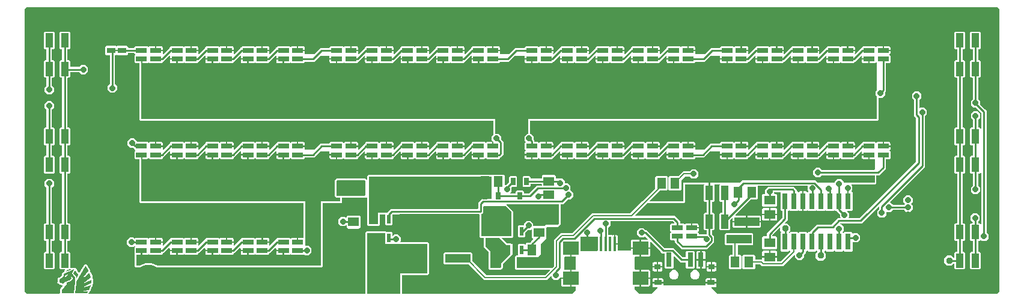
<source format=gbr>
G04 EAGLE Gerber RS-274X export*
G75*
%MOMM*%
%FSLAX34Y34*%
%LPD*%
%INTop Copper*%
%IPPOS*%
%AMOC8*
5,1,8,0,0,1.08239X$1,22.5*%
G01*
%ADD10R,1.000000X2.000000*%
%ADD11R,0.760000X2.270000*%
%ADD12R,1.500000X0.700000*%
%ADD13R,0.400000X2.000000*%
%ADD14R,2.200000X1.900000*%
%ADD15R,1.600000X1.300000*%
%ADD16R,1.300000X1.500000*%
%ADD17R,0.550000X1.200000*%
%ADD18R,1.500000X1.300000*%
%ADD19R,1.300000X1.600000*%
%ADD20R,1.465300X1.164600*%
%ADD21R,1.400000X1.400000*%
%ADD22R,0.800000X2.000000*%
%ADD23R,0.900000X0.800000*%
%ADD24R,1.000000X0.800000*%
%ADD25R,0.635000X1.016000*%
%ADD26R,3.530000X1.200000*%
%ADD27R,1.200000X0.800000*%
%ADD28R,0.635000X0.250000*%
%ADD29R,0.900000X1.300000*%
%ADD30C,0.250000*%
%ADD31P,0.871107X8X22.500000*%
%ADD32P,0.979346X8X22.500000*%
%ADD33C,3.800000*%
%ADD34C,0.200000*%
%ADD35R,0.904800X0.904800*%

G36*
X-125638Y-381986D02*
X-125638Y-381986D01*
X-125570Y-381981D01*
X-125541Y-381966D01*
X-125509Y-381960D01*
X-125453Y-381921D01*
X-125393Y-381890D01*
X-125372Y-381865D01*
X-125345Y-381847D01*
X-125309Y-381790D01*
X-125265Y-381738D01*
X-125253Y-381703D01*
X-125238Y-381680D01*
X-125231Y-381639D01*
X-125211Y-381580D01*
X-125054Y-380616D01*
X-125056Y-380584D01*
X-125048Y-380542D01*
X-125038Y-379714D01*
X-125000Y-379677D01*
X-124958Y-379615D01*
X-124910Y-379557D01*
X-124901Y-379531D01*
X-124889Y-379512D01*
X-124880Y-379469D01*
X-124856Y-379400D01*
X-124394Y-376559D01*
X-124395Y-376525D01*
X-124395Y-376505D01*
X-124392Y-376491D01*
X-124394Y-376483D01*
X-124393Y-376405D01*
X-124478Y-375830D01*
X-124290Y-375576D01*
X-124275Y-375544D01*
X-124252Y-375517D01*
X-124225Y-375437D01*
X-124206Y-375396D01*
X-124205Y-375379D01*
X-124199Y-375359D01*
X-124148Y-375047D01*
X-123676Y-374707D01*
X-123653Y-374683D01*
X-123566Y-374600D01*
X-120920Y-371029D01*
X-120891Y-370967D01*
X-120854Y-370909D01*
X-120849Y-370878D01*
X-120835Y-370848D01*
X-120833Y-370780D01*
X-120822Y-370713D01*
X-120829Y-370682D01*
X-120828Y-370650D01*
X-120853Y-370586D01*
X-120869Y-370520D01*
X-120888Y-370494D01*
X-120899Y-370464D01*
X-120946Y-370415D01*
X-120987Y-370360D01*
X-121018Y-370341D01*
X-121037Y-370321D01*
X-121075Y-370304D01*
X-121127Y-370271D01*
X-121285Y-370205D01*
X-121307Y-370200D01*
X-121326Y-370190D01*
X-121451Y-370172D01*
X-121480Y-370166D01*
X-121485Y-370167D01*
X-121491Y-370166D01*
X-121894Y-370176D01*
X-122253Y-369834D01*
X-122260Y-369830D01*
X-122264Y-369824D01*
X-122404Y-369735D01*
X-126536Y-367999D01*
X-126580Y-367991D01*
X-126655Y-367966D01*
X-127323Y-367866D01*
X-127453Y-367691D01*
X-127489Y-367657D01*
X-127495Y-367650D01*
X-127520Y-367616D01*
X-127571Y-367584D01*
X-127600Y-367557D01*
X-127628Y-367548D01*
X-127661Y-367527D01*
X-127862Y-367443D01*
X-128117Y-366817D01*
X-128120Y-366814D01*
X-128120Y-366812D01*
X-128129Y-366799D01*
X-128142Y-366780D01*
X-128178Y-366710D01*
X-128579Y-366167D01*
X-128547Y-365951D01*
X-128550Y-365901D01*
X-128542Y-365851D01*
X-128555Y-365792D01*
X-128557Y-365752D01*
X-128570Y-365726D01*
X-128578Y-365688D01*
X-128661Y-365486D01*
X-128399Y-364864D01*
X-128391Y-364820D01*
X-128366Y-364745D01*
X-128002Y-362321D01*
X-128003Y-362316D01*
X-128001Y-362311D01*
X-128008Y-362217D01*
X-128010Y-362166D01*
X-127818Y-361093D01*
X-127819Y-361086D01*
X-127816Y-361079D01*
X-127659Y-360035D01*
X-126792Y-359431D01*
X-126788Y-359426D01*
X-126781Y-359423D01*
X-125918Y-358785D01*
X-125913Y-358784D01*
X-125762Y-358713D01*
X-122370Y-356351D01*
X-122341Y-356321D01*
X-122306Y-356298D01*
X-122273Y-356250D01*
X-122232Y-356207D01*
X-122218Y-356168D01*
X-122194Y-356133D01*
X-122178Y-356062D01*
X-122162Y-356021D01*
X-122163Y-355999D01*
X-122157Y-355971D01*
X-122092Y-354903D01*
X-122097Y-354865D01*
X-122093Y-354827D01*
X-122113Y-354751D01*
X-122120Y-354706D01*
X-122130Y-354690D01*
X-122136Y-354666D01*
X-122259Y-354395D01*
X-122049Y-353834D01*
X-122043Y-353795D01*
X-122018Y-353689D01*
X-121982Y-353091D01*
X-121759Y-352894D01*
X-121736Y-352863D01*
X-121706Y-352839D01*
X-121667Y-352771D01*
X-121640Y-352735D01*
X-121635Y-352716D01*
X-121623Y-352695D01*
X-121518Y-352416D01*
X-120973Y-352168D01*
X-120941Y-352145D01*
X-120849Y-352087D01*
X-120400Y-351690D01*
X-120103Y-351708D01*
X-120065Y-351703D01*
X-120027Y-351707D01*
X-119951Y-351687D01*
X-119906Y-351680D01*
X-119890Y-351670D01*
X-119866Y-351664D01*
X-119479Y-351488D01*
X-119472Y-351483D01*
X-119465Y-351481D01*
X-119392Y-351425D01*
X-119318Y-351371D01*
X-119314Y-351365D01*
X-119308Y-351360D01*
X-119262Y-351279D01*
X-119215Y-351201D01*
X-119214Y-351193D01*
X-119210Y-351187D01*
X-119200Y-351095D01*
X-119199Y-351089D01*
X-119132Y-350912D01*
X-119121Y-350842D01*
X-119101Y-350773D01*
X-119104Y-350741D01*
X-119100Y-350716D01*
X-119110Y-350675D01*
X-119117Y-350608D01*
X-119136Y-350533D01*
X-118732Y-349836D01*
X-118721Y-349803D01*
X-118697Y-349762D01*
X-118411Y-349009D01*
X-118341Y-348977D01*
X-118283Y-348935D01*
X-118220Y-348900D01*
X-118200Y-348875D01*
X-118179Y-348861D01*
X-118157Y-348824D01*
X-118114Y-348772D01*
X-117811Y-348251D01*
X-117798Y-348213D01*
X-117777Y-348180D01*
X-117767Y-348120D01*
X-117748Y-348062D01*
X-117751Y-348023D01*
X-117744Y-347983D01*
X-117758Y-347925D01*
X-117763Y-347864D01*
X-117781Y-347829D01*
X-117790Y-347790D01*
X-117826Y-347741D01*
X-117854Y-347687D01*
X-117884Y-347662D01*
X-117908Y-347630D01*
X-117960Y-347599D01*
X-118007Y-347560D01*
X-118045Y-347549D01*
X-118079Y-347528D01*
X-118154Y-347516D01*
X-118197Y-347503D01*
X-118217Y-347505D01*
X-118243Y-347501D01*
X-124036Y-347501D01*
X-125501Y-346036D01*
X-125501Y-323964D01*
X-124036Y-322499D01*
X-122250Y-322499D01*
X-122242Y-322498D01*
X-122233Y-322499D01*
X-122145Y-322478D01*
X-122055Y-322460D01*
X-122048Y-322455D01*
X-122040Y-322453D01*
X-121967Y-322399D01*
X-121891Y-322347D01*
X-121887Y-322340D01*
X-121880Y-322335D01*
X-121833Y-322257D01*
X-121784Y-322180D01*
X-121783Y-322171D01*
X-121778Y-322164D01*
X-121751Y-322000D01*
X-121751Y-308000D01*
X-121752Y-307992D01*
X-121751Y-307983D01*
X-121772Y-307895D01*
X-121790Y-307805D01*
X-121795Y-307798D01*
X-121797Y-307790D01*
X-121851Y-307717D01*
X-121903Y-307641D01*
X-121910Y-307637D01*
X-121915Y-307630D01*
X-121993Y-307583D01*
X-122070Y-307534D01*
X-122079Y-307533D01*
X-122086Y-307528D01*
X-122250Y-307501D01*
X-124036Y-307501D01*
X-125501Y-306036D01*
X-125501Y-283964D01*
X-124036Y-282499D01*
X-122250Y-282499D01*
X-122242Y-282498D01*
X-122233Y-282499D01*
X-122145Y-282478D01*
X-122055Y-282460D01*
X-122048Y-282455D01*
X-122040Y-282453D01*
X-121967Y-282399D01*
X-121891Y-282347D01*
X-121887Y-282340D01*
X-121880Y-282335D01*
X-121833Y-282257D01*
X-121784Y-282180D01*
X-121783Y-282171D01*
X-121778Y-282164D01*
X-121751Y-282000D01*
X-121751Y-213000D01*
X-121752Y-212992D01*
X-121751Y-212983D01*
X-121772Y-212895D01*
X-121790Y-212805D01*
X-121795Y-212798D01*
X-121797Y-212790D01*
X-121851Y-212717D01*
X-121903Y-212641D01*
X-121910Y-212637D01*
X-121915Y-212630D01*
X-121993Y-212583D01*
X-122070Y-212534D01*
X-122079Y-212533D01*
X-122086Y-212528D01*
X-122250Y-212501D01*
X-124036Y-212501D01*
X-125501Y-211036D01*
X-125501Y-188964D01*
X-124036Y-187499D01*
X-122250Y-187499D01*
X-122242Y-187498D01*
X-122233Y-187499D01*
X-122145Y-187478D01*
X-122055Y-187460D01*
X-122048Y-187455D01*
X-122040Y-187453D01*
X-121967Y-187399D01*
X-121891Y-187347D01*
X-121887Y-187340D01*
X-121880Y-187335D01*
X-121833Y-187257D01*
X-121784Y-187180D01*
X-121783Y-187171D01*
X-121778Y-187164D01*
X-121751Y-187000D01*
X-121751Y-173000D01*
X-121752Y-172992D01*
X-121751Y-172983D01*
X-121772Y-172895D01*
X-121790Y-172805D01*
X-121795Y-172798D01*
X-121797Y-172790D01*
X-121851Y-172717D01*
X-121903Y-172641D01*
X-121910Y-172637D01*
X-121915Y-172630D01*
X-121993Y-172583D01*
X-122070Y-172534D01*
X-122079Y-172533D01*
X-122086Y-172528D01*
X-122250Y-172501D01*
X-124036Y-172501D01*
X-125501Y-171036D01*
X-125501Y-148964D01*
X-124036Y-147499D01*
X-122250Y-147499D01*
X-122242Y-147498D01*
X-122233Y-147499D01*
X-122145Y-147478D01*
X-122055Y-147460D01*
X-122048Y-147455D01*
X-122040Y-147453D01*
X-121967Y-147399D01*
X-121891Y-147347D01*
X-121887Y-147340D01*
X-121880Y-147335D01*
X-121833Y-147257D01*
X-121784Y-147180D01*
X-121783Y-147171D01*
X-121778Y-147164D01*
X-121751Y-147000D01*
X-121751Y-78000D01*
X-121752Y-77992D01*
X-121751Y-77983D01*
X-121772Y-77895D01*
X-121790Y-77805D01*
X-121795Y-77798D01*
X-121797Y-77790D01*
X-121851Y-77717D01*
X-121903Y-77641D01*
X-121910Y-77637D01*
X-121915Y-77630D01*
X-121993Y-77583D01*
X-122070Y-77534D01*
X-122079Y-77533D01*
X-122086Y-77528D01*
X-122250Y-77501D01*
X-124036Y-77501D01*
X-125501Y-76036D01*
X-125501Y-53964D01*
X-124036Y-52499D01*
X-122250Y-52499D01*
X-122242Y-52498D01*
X-122233Y-52499D01*
X-122145Y-52478D01*
X-122055Y-52460D01*
X-122048Y-52455D01*
X-122040Y-52453D01*
X-121967Y-52399D01*
X-121891Y-52347D01*
X-121887Y-52340D01*
X-121880Y-52335D01*
X-121833Y-52257D01*
X-121784Y-52180D01*
X-121783Y-52171D01*
X-121778Y-52164D01*
X-121751Y-52000D01*
X-121751Y-38000D01*
X-121752Y-37992D01*
X-121751Y-37983D01*
X-121772Y-37895D01*
X-121790Y-37805D01*
X-121795Y-37798D01*
X-121797Y-37790D01*
X-121851Y-37717D01*
X-121903Y-37641D01*
X-121910Y-37637D01*
X-121915Y-37630D01*
X-121993Y-37583D01*
X-122070Y-37534D01*
X-122079Y-37533D01*
X-122086Y-37528D01*
X-122250Y-37501D01*
X-124036Y-37501D01*
X-125501Y-36036D01*
X-125501Y-13964D01*
X-124036Y-12499D01*
X-111964Y-12499D01*
X-110499Y-13964D01*
X-110499Y-36036D01*
X-111964Y-37501D01*
X-113750Y-37501D01*
X-113758Y-37502D01*
X-113767Y-37501D01*
X-113855Y-37522D01*
X-113945Y-37540D01*
X-113952Y-37545D01*
X-113960Y-37547D01*
X-114033Y-37601D01*
X-114109Y-37653D01*
X-114113Y-37660D01*
X-114120Y-37665D01*
X-114167Y-37743D01*
X-114216Y-37820D01*
X-114217Y-37829D01*
X-114222Y-37836D01*
X-114249Y-38000D01*
X-114249Y-52000D01*
X-114248Y-52006D01*
X-114249Y-52012D01*
X-114248Y-52014D01*
X-114249Y-52017D01*
X-114228Y-52105D01*
X-114210Y-52195D01*
X-114205Y-52202D01*
X-114203Y-52210D01*
X-114149Y-52283D01*
X-114097Y-52359D01*
X-114090Y-52363D01*
X-114085Y-52370D01*
X-114007Y-52417D01*
X-113930Y-52466D01*
X-113921Y-52467D01*
X-113914Y-52472D01*
X-113750Y-52499D01*
X-111964Y-52499D01*
X-110499Y-53964D01*
X-110499Y-61750D01*
X-110498Y-61758D01*
X-110499Y-61767D01*
X-110478Y-61855D01*
X-110460Y-61945D01*
X-110455Y-61952D01*
X-110453Y-61960D01*
X-110399Y-62033D01*
X-110347Y-62109D01*
X-110340Y-62113D01*
X-110335Y-62120D01*
X-110257Y-62167D01*
X-110180Y-62216D01*
X-110171Y-62217D01*
X-110164Y-62222D01*
X-110000Y-62249D01*
X-97683Y-62249D01*
X-97671Y-62247D01*
X-97659Y-62249D01*
X-97574Y-62227D01*
X-97489Y-62210D01*
X-97478Y-62203D01*
X-97466Y-62199D01*
X-97330Y-62103D01*
X-94703Y-59475D01*
X-89297Y-59475D01*
X-85475Y-63297D01*
X-85475Y-68703D01*
X-89297Y-72525D01*
X-94703Y-72525D01*
X-97330Y-69897D01*
X-97341Y-69890D01*
X-97348Y-69880D01*
X-97423Y-69835D01*
X-97496Y-69787D01*
X-97509Y-69785D01*
X-97519Y-69778D01*
X-97683Y-69751D01*
X-110000Y-69751D01*
X-110008Y-69752D01*
X-110017Y-69751D01*
X-110105Y-69772D01*
X-110195Y-69790D01*
X-110202Y-69795D01*
X-110210Y-69797D01*
X-110283Y-69851D01*
X-110359Y-69903D01*
X-110363Y-69910D01*
X-110370Y-69915D01*
X-110417Y-69993D01*
X-110466Y-70070D01*
X-110467Y-70079D01*
X-110472Y-70086D01*
X-110499Y-70250D01*
X-110499Y-76036D01*
X-111964Y-77501D01*
X-113750Y-77501D01*
X-113758Y-77502D01*
X-113767Y-77501D01*
X-113855Y-77522D01*
X-113945Y-77540D01*
X-113952Y-77545D01*
X-113960Y-77547D01*
X-114033Y-77601D01*
X-114109Y-77653D01*
X-114113Y-77660D01*
X-114120Y-77665D01*
X-114167Y-77743D01*
X-114216Y-77820D01*
X-114217Y-77829D01*
X-114222Y-77836D01*
X-114249Y-78000D01*
X-114249Y-147000D01*
X-114248Y-147008D01*
X-114249Y-147017D01*
X-114228Y-147105D01*
X-114210Y-147195D01*
X-114205Y-147202D01*
X-114203Y-147210D01*
X-114149Y-147283D01*
X-114097Y-147359D01*
X-114090Y-147363D01*
X-114085Y-147370D01*
X-114007Y-147417D01*
X-113930Y-147466D01*
X-113921Y-147467D01*
X-113914Y-147472D01*
X-113750Y-147499D01*
X-111964Y-147499D01*
X-110499Y-148964D01*
X-110499Y-171036D01*
X-111964Y-172501D01*
X-113750Y-172501D01*
X-113758Y-172502D01*
X-113767Y-172501D01*
X-113855Y-172522D01*
X-113945Y-172540D01*
X-113952Y-172545D01*
X-113960Y-172547D01*
X-114033Y-172601D01*
X-114109Y-172653D01*
X-114113Y-172660D01*
X-114120Y-172665D01*
X-114167Y-172743D01*
X-114216Y-172820D01*
X-114217Y-172829D01*
X-114222Y-172836D01*
X-114249Y-173000D01*
X-114249Y-187000D01*
X-114248Y-187008D01*
X-114249Y-187017D01*
X-114228Y-187105D01*
X-114210Y-187195D01*
X-114205Y-187202D01*
X-114203Y-187210D01*
X-114149Y-187283D01*
X-114097Y-187359D01*
X-114090Y-187363D01*
X-114085Y-187370D01*
X-114007Y-187417D01*
X-113930Y-187466D01*
X-113921Y-187467D01*
X-113914Y-187472D01*
X-113750Y-187499D01*
X-111964Y-187499D01*
X-110499Y-188964D01*
X-110499Y-211036D01*
X-111964Y-212501D01*
X-113750Y-212501D01*
X-113758Y-212502D01*
X-113767Y-212501D01*
X-113855Y-212522D01*
X-113945Y-212540D01*
X-113952Y-212545D01*
X-113960Y-212547D01*
X-114033Y-212601D01*
X-114109Y-212653D01*
X-114113Y-212660D01*
X-114120Y-212665D01*
X-114167Y-212743D01*
X-114216Y-212820D01*
X-114217Y-212829D01*
X-114222Y-212836D01*
X-114249Y-213000D01*
X-114249Y-282000D01*
X-114248Y-282008D01*
X-114249Y-282017D01*
X-114228Y-282105D01*
X-114210Y-282195D01*
X-114205Y-282202D01*
X-114203Y-282210D01*
X-114149Y-282283D01*
X-114097Y-282359D01*
X-114090Y-282363D01*
X-114085Y-282370D01*
X-114007Y-282417D01*
X-113930Y-282466D01*
X-113921Y-282467D01*
X-113914Y-282472D01*
X-113750Y-282499D01*
X-111964Y-282499D01*
X-110499Y-283964D01*
X-110499Y-306036D01*
X-111964Y-307501D01*
X-113750Y-307501D01*
X-113758Y-307502D01*
X-113767Y-307501D01*
X-113855Y-307522D01*
X-113945Y-307540D01*
X-113952Y-307545D01*
X-113960Y-307547D01*
X-114033Y-307601D01*
X-114109Y-307653D01*
X-114113Y-307660D01*
X-114120Y-307665D01*
X-114167Y-307743D01*
X-114216Y-307820D01*
X-114217Y-307829D01*
X-114222Y-307836D01*
X-114249Y-308000D01*
X-114249Y-322000D01*
X-114248Y-322008D01*
X-114249Y-322017D01*
X-114228Y-322105D01*
X-114210Y-322195D01*
X-114205Y-322202D01*
X-114203Y-322210D01*
X-114149Y-322283D01*
X-114097Y-322359D01*
X-114090Y-322363D01*
X-114085Y-322370D01*
X-114007Y-322417D01*
X-113930Y-322466D01*
X-113921Y-322467D01*
X-113914Y-322472D01*
X-113750Y-322499D01*
X-111964Y-322499D01*
X-110499Y-323964D01*
X-110499Y-344663D01*
X-110497Y-344676D01*
X-110499Y-344689D01*
X-110477Y-344773D01*
X-110460Y-344858D01*
X-110452Y-344869D01*
X-110449Y-344882D01*
X-110396Y-344950D01*
X-110347Y-345022D01*
X-110336Y-345029D01*
X-110328Y-345039D01*
X-110253Y-345082D01*
X-110180Y-345129D01*
X-110166Y-345131D01*
X-110155Y-345137D01*
X-109990Y-345162D01*
X-109973Y-345162D01*
X-109956Y-345158D01*
X-109939Y-345160D01*
X-109784Y-345119D01*
X-109779Y-345118D01*
X-109778Y-345118D01*
X-109385Y-344940D01*
X-108947Y-345106D01*
X-108935Y-345108D01*
X-108925Y-345114D01*
X-108760Y-345139D01*
X-108292Y-345130D01*
X-107981Y-345429D01*
X-107966Y-345438D01*
X-107955Y-345452D01*
X-107820Y-345531D01*
X-107813Y-345535D01*
X-107813Y-345536D01*
X-107812Y-345536D01*
X-107366Y-345705D01*
X-107283Y-345718D01*
X-107200Y-345737D01*
X-107185Y-345734D01*
X-107170Y-345737D01*
X-107088Y-345716D01*
X-107004Y-345701D01*
X-106992Y-345693D01*
X-106977Y-345689D01*
X-106955Y-345673D01*
X-105967Y-345335D01*
X-105948Y-345324D01*
X-105921Y-345317D01*
X-105083Y-344935D01*
X-105042Y-344942D01*
X-104956Y-344960D01*
X-104943Y-344958D01*
X-104932Y-344959D01*
X-104891Y-344949D01*
X-104835Y-344940D01*
X-104011Y-345344D01*
X-103990Y-345350D01*
X-103966Y-345363D01*
X-103104Y-345686D01*
X-103079Y-345720D01*
X-103031Y-345793D01*
X-103021Y-345801D01*
X-103014Y-345810D01*
X-102978Y-345832D01*
X-102931Y-345866D01*
X-102930Y-345869D01*
X-102881Y-345949D01*
X-102834Y-346030D01*
X-102829Y-346033D01*
X-102826Y-346038D01*
X-102693Y-346139D01*
X-102470Y-346255D01*
X-102427Y-346268D01*
X-102349Y-346300D01*
X-101706Y-346446D01*
X-101581Y-346644D01*
X-101548Y-346679D01*
X-101523Y-346720D01*
X-101472Y-346758D01*
X-101444Y-346788D01*
X-101419Y-346799D01*
X-101390Y-346820D01*
X-101182Y-346929D01*
X-100985Y-347558D01*
X-100963Y-347598D01*
X-100931Y-347675D01*
X-98104Y-352156D01*
X-98087Y-352174D01*
X-98075Y-352197D01*
X-98019Y-352246D01*
X-97967Y-352299D01*
X-97943Y-352310D01*
X-97924Y-352326D01*
X-97853Y-352349D01*
X-97784Y-352378D01*
X-97759Y-352378D01*
X-97734Y-352386D01*
X-97660Y-352379D01*
X-97586Y-352379D01*
X-97562Y-352369D01*
X-97536Y-352367D01*
X-97471Y-352331D01*
X-97402Y-352303D01*
X-97384Y-352284D01*
X-97362Y-352272D01*
X-97290Y-352188D01*
X-97263Y-352160D01*
X-97260Y-352153D01*
X-97254Y-352145D01*
X-91621Y-342715D01*
X-91604Y-342666D01*
X-91578Y-342623D01*
X-91569Y-342564D01*
X-91555Y-342527D01*
X-91557Y-342498D01*
X-91551Y-342459D01*
X-91551Y-342243D01*
X-91071Y-341764D01*
X-91047Y-341727D01*
X-90996Y-341667D01*
X-90648Y-341085D01*
X-90440Y-341032D01*
X-90394Y-341010D01*
X-90344Y-340998D01*
X-90296Y-340964D01*
X-90260Y-340946D01*
X-90241Y-340924D01*
X-90209Y-340901D01*
X-90057Y-340749D01*
X-89379Y-340749D01*
X-89335Y-340740D01*
X-89257Y-340734D01*
X-89184Y-340716D01*
X-89146Y-340698D01*
X-89051Y-340661D01*
X-88893Y-340567D01*
X-88867Y-340574D01*
X-88827Y-340576D01*
X-88788Y-340587D01*
X-88713Y-340581D01*
X-88669Y-340584D01*
X-88649Y-340576D01*
X-88622Y-340574D01*
X-88599Y-340568D01*
X-88446Y-340660D01*
X-88406Y-340674D01*
X-88313Y-340715D01*
X-88240Y-340734D01*
X-88196Y-340736D01*
X-88117Y-340749D01*
X-87443Y-340749D01*
X-87288Y-340905D01*
X-87246Y-340932D01*
X-87210Y-340968D01*
X-87156Y-340992D01*
X-87122Y-341015D01*
X-87094Y-341020D01*
X-87058Y-341036D01*
X-86845Y-341090D01*
X-86502Y-341669D01*
X-86472Y-341702D01*
X-86425Y-341767D01*
X-85949Y-342243D01*
X-85949Y-342463D01*
X-85939Y-342513D01*
X-85939Y-342563D01*
X-85918Y-342619D01*
X-85910Y-342658D01*
X-85893Y-342682D01*
X-85879Y-342718D01*
X-83002Y-347569D01*
X-82972Y-347602D01*
X-82925Y-347667D01*
X-82449Y-348143D01*
X-82449Y-348363D01*
X-82439Y-348413D01*
X-82439Y-348463D01*
X-82418Y-348519D01*
X-82410Y-348558D01*
X-82393Y-348582D01*
X-82379Y-348618D01*
X-82267Y-348807D01*
X-82410Y-349367D01*
X-82411Y-349378D01*
X-82415Y-349388D01*
X-82422Y-349554D01*
X-82336Y-350225D01*
X-82345Y-350236D01*
X-82381Y-350309D01*
X-82405Y-350350D01*
X-82416Y-350367D01*
X-82416Y-350369D01*
X-82422Y-350378D01*
X-82425Y-350399D01*
X-82433Y-350415D01*
X-82435Y-350460D01*
X-82449Y-350542D01*
X-82449Y-350760D01*
X-82437Y-350818D01*
X-82435Y-350877D01*
X-82418Y-350914D01*
X-82410Y-350955D01*
X-82376Y-351003D01*
X-82351Y-351057D01*
X-82320Y-351084D01*
X-82297Y-351118D01*
X-82247Y-351150D01*
X-82203Y-351190D01*
X-82159Y-351207D01*
X-82130Y-351225D01*
X-82094Y-351231D01*
X-82048Y-351249D01*
X-81764Y-351306D01*
X-81667Y-351451D01*
X-81627Y-351491D01*
X-81594Y-351538D01*
X-81552Y-351566D01*
X-81526Y-351591D01*
X-81494Y-351604D01*
X-81455Y-351630D01*
X-81296Y-351701D01*
X-81040Y-352370D01*
X-81017Y-352406D01*
X-80989Y-352468D01*
X-80592Y-353064D01*
X-80626Y-353235D01*
X-80626Y-353292D01*
X-80635Y-353348D01*
X-80625Y-353398D01*
X-80625Y-353434D01*
X-80612Y-353465D01*
X-80602Y-353512D01*
X-79350Y-356781D01*
X-79339Y-356799D01*
X-79333Y-356820D01*
X-79259Y-356925D01*
X-79244Y-356949D01*
X-79240Y-356951D01*
X-79237Y-356956D01*
X-78949Y-357243D01*
X-78949Y-357736D01*
X-78948Y-357744D01*
X-78949Y-357751D01*
X-78916Y-357914D01*
X-78902Y-357951D01*
X-78881Y-357985D01*
X-78830Y-358079D01*
X-78826Y-358085D01*
X-78815Y-358137D01*
X-78812Y-358182D01*
X-78803Y-358200D01*
X-78798Y-358225D01*
X-78740Y-358374D01*
X-78899Y-358730D01*
X-78907Y-358769D01*
X-78938Y-358871D01*
X-78945Y-358929D01*
X-78943Y-358956D01*
X-78949Y-358991D01*
X-78949Y-359808D01*
X-78944Y-359833D01*
X-78947Y-359858D01*
X-78917Y-359965D01*
X-78910Y-360003D01*
X-78905Y-360009D01*
X-78903Y-360019D01*
X-78749Y-360347D01*
X-78718Y-360390D01*
X-78695Y-360438D01*
X-78654Y-360476D01*
X-78631Y-360507D01*
X-78604Y-360523D01*
X-78574Y-360552D01*
X-78106Y-360864D01*
X-78080Y-360994D01*
X-78055Y-361053D01*
X-78040Y-361114D01*
X-78015Y-361148D01*
X-78003Y-361178D01*
X-77975Y-361204D01*
X-77943Y-361249D01*
X-77849Y-361343D01*
X-77849Y-362098D01*
X-77841Y-362137D01*
X-77840Y-362196D01*
X-77692Y-362936D01*
X-77765Y-363047D01*
X-77789Y-363105D01*
X-77822Y-363159D01*
X-77829Y-363201D01*
X-77841Y-363231D01*
X-77840Y-363269D01*
X-77849Y-363323D01*
X-77849Y-366530D01*
X-77848Y-366535D01*
X-77849Y-366539D01*
X-77844Y-366560D01*
X-77846Y-366585D01*
X-77830Y-366643D01*
X-77849Y-366760D01*
X-77849Y-367657D01*
X-78309Y-368116D01*
X-78324Y-368139D01*
X-78345Y-368157D01*
X-78396Y-368247D01*
X-78418Y-368282D01*
X-78420Y-368292D01*
X-78426Y-368302D01*
X-78549Y-368648D01*
X-78856Y-368795D01*
X-78930Y-368850D01*
X-79006Y-368904D01*
X-79010Y-368910D01*
X-79015Y-368914D01*
X-79061Y-368994D01*
X-79110Y-369073D01*
X-79111Y-369080D01*
X-79115Y-369086D01*
X-79126Y-369178D01*
X-79140Y-369270D01*
X-79138Y-369277D01*
X-79139Y-369284D01*
X-79114Y-369373D01*
X-79091Y-369463D01*
X-79087Y-369469D01*
X-79085Y-369475D01*
X-79063Y-369502D01*
X-79049Y-369521D01*
X-79049Y-370073D01*
X-79049Y-370075D01*
X-79049Y-370077D01*
X-79020Y-370240D01*
X-78843Y-370739D01*
X-79001Y-371073D01*
X-79008Y-371099D01*
X-79022Y-371123D01*
X-79039Y-371226D01*
X-79049Y-371266D01*
X-79047Y-371275D01*
X-79049Y-371287D01*
X-79049Y-371657D01*
X-79424Y-372031D01*
X-79425Y-372032D01*
X-79426Y-372034D01*
X-79522Y-372170D01*
X-81695Y-376749D01*
X-81710Y-376812D01*
X-81735Y-376872D01*
X-81735Y-376913D01*
X-81743Y-376942D01*
X-81736Y-376981D01*
X-81737Y-377039D01*
X-81719Y-377159D01*
X-82172Y-377775D01*
X-82188Y-377811D01*
X-82221Y-377857D01*
X-82549Y-378548D01*
X-82663Y-378589D01*
X-82719Y-378623D01*
X-82779Y-378648D01*
X-82808Y-378676D01*
X-82834Y-378692D01*
X-82857Y-378724D01*
X-82898Y-378764D01*
X-82971Y-378863D01*
X-82998Y-378872D01*
X-83029Y-378875D01*
X-83090Y-378906D01*
X-83154Y-378930D01*
X-83178Y-378952D01*
X-83206Y-378967D01*
X-83249Y-379019D01*
X-83299Y-379066D01*
X-83312Y-379095D01*
X-83333Y-379120D01*
X-83352Y-379185D01*
X-83380Y-379248D01*
X-83380Y-379280D01*
X-83390Y-379310D01*
X-83382Y-379402D01*
X-83383Y-379447D01*
X-83378Y-379459D01*
X-83377Y-379476D01*
X-83369Y-379506D01*
X-83405Y-379566D01*
X-83429Y-379634D01*
X-83461Y-379700D01*
X-83463Y-379731D01*
X-83471Y-379753D01*
X-83469Y-379797D01*
X-83474Y-379866D01*
X-83468Y-379935D01*
X-83992Y-380557D01*
X-84008Y-380586D01*
X-84038Y-380621D01*
X-84411Y-381243D01*
X-84426Y-381284D01*
X-84449Y-381320D01*
X-84459Y-381377D01*
X-84478Y-381431D01*
X-84475Y-381474D01*
X-84482Y-381517D01*
X-84469Y-381572D01*
X-84465Y-381629D01*
X-84446Y-381668D01*
X-84436Y-381710D01*
X-84402Y-381756D01*
X-84377Y-381807D01*
X-84344Y-381835D01*
X-84318Y-381870D01*
X-84269Y-381899D01*
X-84226Y-381936D01*
X-84184Y-381949D01*
X-84147Y-381972D01*
X-84078Y-381983D01*
X-84036Y-381996D01*
X-84013Y-381994D01*
X-83983Y-381999D01*
X305300Y-381999D01*
X305308Y-381998D01*
X305317Y-381999D01*
X305405Y-381978D01*
X305495Y-381960D01*
X305502Y-381955D01*
X305510Y-381953D01*
X305583Y-381899D01*
X305659Y-381847D01*
X305663Y-381840D01*
X305670Y-381835D01*
X305716Y-381757D01*
X305756Y-381695D01*
X305766Y-381680D01*
X305767Y-381671D01*
X305772Y-381664D01*
X305799Y-381500D01*
X305799Y-295757D01*
X307557Y-293999D01*
X334043Y-293999D01*
X334398Y-294354D01*
X334408Y-294361D01*
X334416Y-294371D01*
X334491Y-294416D01*
X334564Y-294464D01*
X334576Y-294466D01*
X334587Y-294473D01*
X334751Y-294500D01*
X342086Y-294500D01*
X343551Y-295965D01*
X343551Y-299817D01*
X343552Y-299821D01*
X343551Y-299825D01*
X343571Y-299918D01*
X343590Y-300012D01*
X343593Y-300015D01*
X343594Y-300019D01*
X343649Y-300097D01*
X343703Y-300175D01*
X343706Y-300178D01*
X343709Y-300181D01*
X343790Y-300231D01*
X343870Y-300282D01*
X343875Y-300283D01*
X343878Y-300285D01*
X343972Y-300300D01*
X344067Y-300316D01*
X344071Y-300315D01*
X344075Y-300315D01*
X344167Y-300292D01*
X344260Y-300270D01*
X344263Y-300267D01*
X344267Y-300266D01*
X344403Y-300170D01*
X346097Y-298475D01*
X351503Y-298475D01*
X353380Y-300353D01*
X355325Y-302297D01*
X355325Y-307703D01*
X354880Y-308147D01*
X354878Y-308150D01*
X354875Y-308153D01*
X354823Y-308234D01*
X354771Y-308313D01*
X354770Y-308317D01*
X354768Y-308320D01*
X354752Y-308414D01*
X354734Y-308508D01*
X354735Y-308512D01*
X354734Y-308517D01*
X354756Y-308608D01*
X354777Y-308702D01*
X354779Y-308706D01*
X354780Y-308710D01*
X354836Y-308786D01*
X354892Y-308865D01*
X354896Y-308867D01*
X354898Y-308870D01*
X354980Y-308918D01*
X355062Y-308969D01*
X355066Y-308969D01*
X355069Y-308972D01*
X355233Y-308999D01*
X393043Y-308999D01*
X394801Y-310757D01*
X394801Y-354243D01*
X393043Y-356001D01*
X357300Y-356001D01*
X357292Y-356002D01*
X357283Y-356001D01*
X357195Y-356022D01*
X357105Y-356040D01*
X357098Y-356045D01*
X357090Y-356047D01*
X357017Y-356101D01*
X356941Y-356153D01*
X356937Y-356160D01*
X356930Y-356165D01*
X356883Y-356243D01*
X356834Y-356320D01*
X356833Y-356329D01*
X356828Y-356336D01*
X356801Y-356500D01*
X356801Y-381500D01*
X356802Y-381508D01*
X356801Y-381517D01*
X356822Y-381605D01*
X356840Y-381695D01*
X356845Y-381702D01*
X356847Y-381710D01*
X356901Y-381783D01*
X356953Y-381859D01*
X356960Y-381863D01*
X356965Y-381870D01*
X357043Y-381917D01*
X357120Y-381966D01*
X357129Y-381967D01*
X357136Y-381972D01*
X357300Y-381999D01*
X596550Y-381999D01*
X596563Y-381997D01*
X596575Y-381999D01*
X596659Y-381977D01*
X596745Y-381960D01*
X596756Y-381953D01*
X596768Y-381949D01*
X596903Y-381853D01*
X601853Y-376903D01*
X601860Y-376893D01*
X601870Y-376885D01*
X601915Y-376810D01*
X601963Y-376737D01*
X601965Y-376725D01*
X601972Y-376714D01*
X601999Y-376550D01*
X601999Y-372340D01*
X601998Y-372332D01*
X601999Y-372323D01*
X601978Y-372235D01*
X601960Y-372145D01*
X601955Y-372138D01*
X601953Y-372130D01*
X601899Y-372057D01*
X601847Y-371981D01*
X601840Y-371977D01*
X601835Y-371970D01*
X601757Y-371923D01*
X601680Y-371874D01*
X601671Y-371873D01*
X601664Y-371868D01*
X601500Y-371841D01*
X595799Y-371841D01*
X595799Y-360300D01*
X595797Y-360292D01*
X595799Y-360284D01*
X595778Y-360196D01*
X595760Y-360105D01*
X595755Y-360098D01*
X595753Y-360090D01*
X595699Y-360017D01*
X595647Y-359941D01*
X595640Y-359937D01*
X595635Y-359930D01*
X595557Y-359884D01*
X595479Y-359834D01*
X595471Y-359833D01*
X595464Y-359829D01*
X595300Y-359801D01*
X594799Y-359801D01*
X594799Y-359799D01*
X595300Y-359799D01*
X595308Y-359797D01*
X595316Y-359799D01*
X595405Y-359778D01*
X595495Y-359760D01*
X595502Y-359755D01*
X595510Y-359753D01*
X595583Y-359699D01*
X595659Y-359647D01*
X595663Y-359640D01*
X595670Y-359635D01*
X595716Y-359557D01*
X595766Y-359479D01*
X595767Y-359471D01*
X595771Y-359464D01*
X595799Y-359300D01*
X595799Y-347759D01*
X601500Y-347759D01*
X601508Y-347758D01*
X601517Y-347759D01*
X601605Y-347738D01*
X601695Y-347720D01*
X601702Y-347715D01*
X601710Y-347713D01*
X601783Y-347659D01*
X601859Y-347607D01*
X601863Y-347600D01*
X601870Y-347595D01*
X601917Y-347517D01*
X601966Y-347440D01*
X601967Y-347431D01*
X601972Y-347424D01*
X601999Y-347260D01*
X601999Y-330340D01*
X601998Y-330332D01*
X601999Y-330323D01*
X601978Y-330235D01*
X601960Y-330145D01*
X601955Y-330138D01*
X601953Y-330130D01*
X601899Y-330057D01*
X601847Y-329981D01*
X601840Y-329977D01*
X601835Y-329970D01*
X601757Y-329923D01*
X601680Y-329874D01*
X601671Y-329873D01*
X601664Y-329868D01*
X601500Y-329841D01*
X595799Y-329841D01*
X595799Y-318300D01*
X595797Y-318292D01*
X595799Y-318284D01*
X595778Y-318195D01*
X595760Y-318105D01*
X595755Y-318098D01*
X595753Y-318090D01*
X595699Y-318017D01*
X595647Y-317941D01*
X595640Y-317937D01*
X595635Y-317930D01*
X595557Y-317884D01*
X595479Y-317834D01*
X595471Y-317833D01*
X595464Y-317829D01*
X595300Y-317801D01*
X594300Y-317801D01*
X594292Y-317803D01*
X594284Y-317801D01*
X594195Y-317822D01*
X594105Y-317840D01*
X594098Y-317845D01*
X594090Y-317847D01*
X594017Y-317901D01*
X593941Y-317953D01*
X593937Y-317960D01*
X593930Y-317965D01*
X593883Y-318044D01*
X593834Y-318121D01*
X593833Y-318129D01*
X593829Y-318136D01*
X593801Y-318300D01*
X593801Y-329841D01*
X586500Y-329841D01*
X586492Y-329842D01*
X586483Y-329841D01*
X586395Y-329862D01*
X586305Y-329880D01*
X586298Y-329885D01*
X586290Y-329887D01*
X586217Y-329941D01*
X586141Y-329993D01*
X586137Y-330000D01*
X586130Y-330005D01*
X586083Y-330083D01*
X586034Y-330160D01*
X586033Y-330169D01*
X586028Y-330176D01*
X586001Y-330340D01*
X586001Y-346243D01*
X585337Y-346907D01*
X585334Y-346911D01*
X585331Y-346913D01*
X585280Y-346993D01*
X585227Y-347073D01*
X585226Y-347077D01*
X585224Y-347080D01*
X585208Y-347174D01*
X585191Y-347268D01*
X585191Y-347272D01*
X585191Y-347277D01*
X585213Y-347368D01*
X585233Y-347462D01*
X585236Y-347466D01*
X585237Y-347470D01*
X585293Y-347546D01*
X585349Y-347625D01*
X585352Y-347627D01*
X585355Y-347630D01*
X585436Y-347679D01*
X585518Y-347729D01*
X585522Y-347729D01*
X585526Y-347732D01*
X585690Y-347759D01*
X593801Y-347759D01*
X593801Y-358801D01*
X581088Y-358801D01*
X581020Y-358759D01*
X580940Y-358708D01*
X580935Y-358707D01*
X580932Y-358705D01*
X580838Y-358690D01*
X580743Y-358674D01*
X580739Y-358675D01*
X580735Y-358675D01*
X580643Y-358698D01*
X580550Y-358720D01*
X580547Y-358723D01*
X580543Y-358724D01*
X580407Y-358820D01*
X576703Y-362525D01*
X571297Y-362525D01*
X567475Y-358703D01*
X567475Y-357431D01*
X567474Y-357427D01*
X567475Y-357423D01*
X567455Y-357329D01*
X567436Y-357236D01*
X567433Y-357232D01*
X567432Y-357228D01*
X567377Y-357150D01*
X567323Y-357072D01*
X567320Y-357070D01*
X567317Y-357066D01*
X567236Y-357016D01*
X567156Y-356965D01*
X567151Y-356964D01*
X567148Y-356962D01*
X567054Y-356948D01*
X566959Y-356932D01*
X566955Y-356933D01*
X566951Y-356932D01*
X566859Y-356956D01*
X566766Y-356978D01*
X566763Y-356980D01*
X566759Y-356981D01*
X566623Y-357078D01*
X563397Y-360304D01*
X561200Y-362501D01*
X472800Y-362501D01*
X470603Y-360304D01*
X451046Y-340747D01*
X451036Y-340740D01*
X451028Y-340730D01*
X450953Y-340685D01*
X450880Y-340637D01*
X450868Y-340635D01*
X450857Y-340628D01*
X450693Y-340601D01*
X417014Y-340601D01*
X415549Y-339136D01*
X415549Y-325064D01*
X417014Y-323599D01*
X454386Y-323599D01*
X455851Y-325064D01*
X455851Y-335443D01*
X455853Y-335456D01*
X455851Y-335468D01*
X455873Y-335552D01*
X455890Y-335638D01*
X455897Y-335648D01*
X455901Y-335661D01*
X455997Y-335796D01*
X475554Y-355353D01*
X475564Y-355360D01*
X475572Y-355370D01*
X475647Y-355415D01*
X475720Y-355463D01*
X475732Y-355465D01*
X475743Y-355472D01*
X475907Y-355499D01*
X558093Y-355499D01*
X558106Y-355497D01*
X558118Y-355499D01*
X558202Y-355477D01*
X558288Y-355460D01*
X558298Y-355453D01*
X558311Y-355449D01*
X558446Y-355353D01*
X564946Y-348853D01*
X564949Y-348849D01*
X564952Y-348847D01*
X565003Y-348767D01*
X565056Y-348687D01*
X565057Y-348683D01*
X565059Y-348680D01*
X565075Y-348586D01*
X565092Y-348492D01*
X565091Y-348488D01*
X565092Y-348483D01*
X565070Y-348392D01*
X565050Y-348298D01*
X565047Y-348294D01*
X565046Y-348290D01*
X564990Y-348214D01*
X564934Y-348135D01*
X564931Y-348133D01*
X564928Y-348130D01*
X564846Y-348081D01*
X564765Y-348031D01*
X564761Y-348031D01*
X564757Y-348028D01*
X564593Y-348001D01*
X517757Y-348001D01*
X515999Y-346243D01*
X515999Y-329757D01*
X517757Y-327999D01*
X519500Y-327999D01*
X519512Y-327997D01*
X519525Y-327999D01*
X519609Y-327977D01*
X519695Y-327960D01*
X519705Y-327953D01*
X519717Y-327949D01*
X519853Y-327853D01*
X520106Y-327600D01*
X520112Y-327592D01*
X520119Y-327586D01*
X520166Y-327509D01*
X520216Y-327434D01*
X520218Y-327425D01*
X520223Y-327416D01*
X520236Y-327327D01*
X520252Y-327239D01*
X520250Y-327229D01*
X520252Y-327220D01*
X520249Y-327210D01*
X520249Y-312965D01*
X521714Y-311500D01*
X529286Y-311500D01*
X530397Y-312611D01*
X530401Y-312614D01*
X530403Y-312617D01*
X530483Y-312668D01*
X530563Y-312721D01*
X530567Y-312722D01*
X530570Y-312724D01*
X530664Y-312740D01*
X530758Y-312758D01*
X530762Y-312757D01*
X530767Y-312757D01*
X530858Y-312736D01*
X530952Y-312715D01*
X530956Y-312712D01*
X530960Y-312711D01*
X531036Y-312655D01*
X531115Y-312600D01*
X531117Y-312596D01*
X531120Y-312593D01*
X531169Y-312512D01*
X531219Y-312430D01*
X531219Y-312426D01*
X531222Y-312422D01*
X531249Y-312258D01*
X531249Y-311464D01*
X532714Y-309999D01*
X536740Y-309999D01*
X536752Y-309997D01*
X536764Y-309999D01*
X536849Y-309977D01*
X536934Y-309960D01*
X536945Y-309953D01*
X536957Y-309949D01*
X537093Y-309853D01*
X538843Y-308103D01*
X541843Y-305103D01*
X541845Y-305099D01*
X541848Y-305097D01*
X541899Y-305017D01*
X541952Y-304937D01*
X541953Y-304933D01*
X541955Y-304930D01*
X541971Y-304836D01*
X541989Y-304742D01*
X541988Y-304738D01*
X541989Y-304733D01*
X541967Y-304642D01*
X541946Y-304548D01*
X541944Y-304544D01*
X541943Y-304540D01*
X541887Y-304464D01*
X541831Y-304385D01*
X541827Y-304383D01*
X541825Y-304380D01*
X541743Y-304331D01*
X541661Y-304281D01*
X541657Y-304281D01*
X541654Y-304278D01*
X541490Y-304251D01*
X541464Y-304251D01*
X539999Y-302786D01*
X539999Y-291478D01*
X539998Y-291474D01*
X539999Y-291470D01*
X539979Y-291376D01*
X539960Y-291283D01*
X539957Y-291280D01*
X539956Y-291276D01*
X539901Y-291198D01*
X539847Y-291119D01*
X539844Y-291117D01*
X539841Y-291114D01*
X539760Y-291064D01*
X539680Y-291012D01*
X539675Y-291012D01*
X539672Y-291009D01*
X539578Y-290995D01*
X539483Y-290979D01*
X539479Y-290980D01*
X539475Y-290979D01*
X539383Y-291003D01*
X539290Y-291025D01*
X539287Y-291028D01*
X539283Y-291029D01*
X539147Y-291125D01*
X537997Y-292275D01*
X534281Y-292275D01*
X534269Y-292277D01*
X534256Y-292275D01*
X534172Y-292297D01*
X534086Y-292314D01*
X534076Y-292321D01*
X534064Y-292325D01*
X533928Y-292421D01*
X530897Y-295452D01*
X530890Y-295463D01*
X530880Y-295470D01*
X530835Y-295545D01*
X530787Y-295618D01*
X530785Y-295630D01*
X530778Y-295641D01*
X530751Y-295805D01*
X530751Y-301035D01*
X529286Y-302500D01*
X521714Y-302500D01*
X520249Y-301035D01*
X520249Y-286963D01*
X521714Y-285498D01*
X528271Y-285498D01*
X528279Y-285497D01*
X528287Y-285498D01*
X528376Y-285477D01*
X528466Y-285459D01*
X528473Y-285454D01*
X528481Y-285452D01*
X528554Y-285398D01*
X528630Y-285346D01*
X528634Y-285339D01*
X528641Y-285334D01*
X528687Y-285256D01*
X528737Y-285179D01*
X528738Y-285170D01*
X528742Y-285163D01*
X528770Y-284999D01*
X528770Y-283047D01*
X531693Y-280124D01*
X532592Y-279225D01*
X537997Y-279225D01*
X539107Y-280335D01*
X541819Y-283047D01*
X541819Y-285750D01*
X541821Y-285758D01*
X541820Y-285767D01*
X541841Y-285855D01*
X541859Y-285945D01*
X541864Y-285952D01*
X541866Y-285960D01*
X541920Y-286033D01*
X541972Y-286109D01*
X541979Y-286113D01*
X541984Y-286120D01*
X542062Y-286167D01*
X542139Y-286216D01*
X542147Y-286217D01*
X542155Y-286222D01*
X542319Y-286249D01*
X558057Y-286249D01*
X558070Y-286247D01*
X558082Y-286249D01*
X558166Y-286227D01*
X558252Y-286210D01*
X558263Y-286203D01*
X558275Y-286199D01*
X558410Y-286103D01*
X559764Y-284749D01*
X575800Y-284749D01*
X575813Y-284747D01*
X575825Y-284749D01*
X575909Y-284727D01*
X575995Y-284710D01*
X576006Y-284703D01*
X576018Y-284699D01*
X576153Y-284603D01*
X577113Y-283643D01*
X577853Y-282903D01*
X577860Y-282893D01*
X577870Y-282885D01*
X577915Y-282810D01*
X577963Y-282737D01*
X577965Y-282725D01*
X577972Y-282714D01*
X577999Y-282550D01*
X577999Y-256104D01*
X577998Y-256096D01*
X577999Y-256087D01*
X577978Y-255999D01*
X577960Y-255909D01*
X577955Y-255902D01*
X577953Y-255894D01*
X577899Y-255821D01*
X577847Y-255745D01*
X577840Y-255741D01*
X577835Y-255734D01*
X577757Y-255687D01*
X577680Y-255638D01*
X577671Y-255637D01*
X577664Y-255632D01*
X577500Y-255605D01*
X505054Y-255605D01*
X505050Y-255606D01*
X505045Y-255605D01*
X504952Y-255625D01*
X504859Y-255644D01*
X504855Y-255647D01*
X504851Y-255648D01*
X504773Y-255703D01*
X504695Y-255757D01*
X504693Y-255760D01*
X504689Y-255763D01*
X504639Y-255844D01*
X504588Y-255924D01*
X504587Y-255929D01*
X504585Y-255932D01*
X504571Y-256026D01*
X504555Y-256121D01*
X504556Y-256125D01*
X504555Y-256129D01*
X504579Y-256221D01*
X504601Y-256314D01*
X504603Y-256317D01*
X504604Y-256321D01*
X504701Y-256457D01*
X512097Y-263853D01*
X513133Y-264890D01*
X513134Y-264890D01*
X514001Y-265757D01*
X514001Y-301243D01*
X512243Y-303001D01*
X498450Y-303001D01*
X498446Y-303002D01*
X498441Y-303001D01*
X498348Y-303021D01*
X498255Y-303040D01*
X498251Y-303043D01*
X498247Y-303044D01*
X498169Y-303099D01*
X498091Y-303153D01*
X498089Y-303156D01*
X498085Y-303159D01*
X498035Y-303240D01*
X497984Y-303320D01*
X497983Y-303325D01*
X497981Y-303328D01*
X497967Y-303422D01*
X497951Y-303517D01*
X497952Y-303521D01*
X497951Y-303525D01*
X497975Y-303617D01*
X497997Y-303710D01*
X497999Y-303713D01*
X498000Y-303717D01*
X498097Y-303853D01*
X505097Y-310853D01*
X505107Y-310860D01*
X505115Y-310870D01*
X505190Y-310915D01*
X505263Y-310963D01*
X505275Y-310965D01*
X505286Y-310972D01*
X505450Y-310999D01*
X510243Y-310999D01*
X511116Y-311872D01*
X511152Y-311896D01*
X511182Y-311927D01*
X511234Y-311950D01*
X511282Y-311982D01*
X511324Y-311990D01*
X511364Y-312007D01*
X511421Y-312008D01*
X511477Y-312018D01*
X511519Y-312009D01*
X511563Y-312009D01*
X511629Y-311985D01*
X511671Y-311975D01*
X511690Y-311962D01*
X511718Y-311951D01*
X512269Y-311633D01*
X512501Y-311571D01*
X512501Y-326793D01*
X511265Y-328029D01*
X511250Y-328033D01*
X511193Y-328074D01*
X511154Y-328094D01*
X511139Y-328112D01*
X511115Y-328129D01*
X499147Y-340097D01*
X499140Y-340107D01*
X499130Y-340115D01*
X499085Y-340190D01*
X499037Y-340263D01*
X499035Y-340275D01*
X499028Y-340286D01*
X499001Y-340450D01*
X499001Y-345243D01*
X498947Y-345297D01*
X498940Y-345307D01*
X498930Y-345315D01*
X498885Y-345390D01*
X498837Y-345463D01*
X498835Y-345475D01*
X498828Y-345486D01*
X498801Y-345650D01*
X498801Y-346036D01*
X497336Y-347501D01*
X496950Y-347501D01*
X496937Y-347503D01*
X496925Y-347501D01*
X496841Y-347523D01*
X496755Y-347540D01*
X496744Y-347547D01*
X496732Y-347551D01*
X496597Y-347647D01*
X496243Y-348001D01*
X480757Y-348001D01*
X478999Y-346243D01*
X478999Y-323450D01*
X478997Y-323437D01*
X478999Y-323425D01*
X478977Y-323341D01*
X478960Y-323255D01*
X478953Y-323244D01*
X478949Y-323232D01*
X478853Y-323097D01*
X473903Y-318147D01*
X471999Y-316243D01*
X471999Y-303500D01*
X471998Y-303492D01*
X471999Y-303483D01*
X471978Y-303395D01*
X471960Y-303305D01*
X471955Y-303298D01*
X471953Y-303290D01*
X471899Y-303217D01*
X471847Y-303141D01*
X471840Y-303137D01*
X471835Y-303130D01*
X471757Y-303083D01*
X471680Y-303034D01*
X471671Y-303033D01*
X471664Y-303028D01*
X471500Y-303001D01*
X467757Y-303001D01*
X465999Y-301243D01*
X465999Y-270250D01*
X465998Y-270242D01*
X465999Y-270233D01*
X465978Y-270145D01*
X465960Y-270055D01*
X465955Y-270048D01*
X465953Y-270040D01*
X465899Y-269967D01*
X465847Y-269891D01*
X465840Y-269887D01*
X465835Y-269880D01*
X465757Y-269833D01*
X465680Y-269784D01*
X465671Y-269783D01*
X465664Y-269778D01*
X465500Y-269751D01*
X353500Y-269751D01*
X353487Y-269753D01*
X353475Y-269751D01*
X353391Y-269773D01*
X353305Y-269790D01*
X353294Y-269797D01*
X353282Y-269801D01*
X353147Y-269897D01*
X353043Y-270001D01*
X344337Y-270001D01*
X344325Y-270003D01*
X344313Y-270001D01*
X344228Y-270023D01*
X344142Y-270040D01*
X344132Y-270047D01*
X344120Y-270051D01*
X343984Y-270147D01*
X343697Y-270434D01*
X343690Y-270445D01*
X343680Y-270452D01*
X343635Y-270527D01*
X343587Y-270600D01*
X343585Y-270613D01*
X343578Y-270623D01*
X343551Y-270787D01*
X343551Y-284035D01*
X342086Y-285500D01*
X334514Y-285500D01*
X333049Y-284035D01*
X333049Y-270500D01*
X333048Y-270492D01*
X333049Y-270483D01*
X333028Y-270395D01*
X333010Y-270305D01*
X333005Y-270298D01*
X333003Y-270290D01*
X332949Y-270217D01*
X332897Y-270141D01*
X332890Y-270137D01*
X332885Y-270130D01*
X332807Y-270083D01*
X332730Y-270034D01*
X332721Y-270033D01*
X332714Y-270028D01*
X332550Y-270001D01*
X326300Y-270001D01*
X326292Y-270002D01*
X326283Y-270001D01*
X326195Y-270022D01*
X326105Y-270040D01*
X326098Y-270045D01*
X326090Y-270047D01*
X326017Y-270101D01*
X325941Y-270153D01*
X325937Y-270160D01*
X325930Y-270165D01*
X325883Y-270243D01*
X325834Y-270320D01*
X325833Y-270329D01*
X325828Y-270336D01*
X325801Y-270500D01*
X325801Y-284243D01*
X325447Y-284597D01*
X325440Y-284607D01*
X325430Y-284615D01*
X325421Y-284630D01*
X325397Y-284647D01*
X324043Y-286001D01*
X309557Y-286001D01*
X307799Y-284243D01*
X307799Y-247000D01*
X307798Y-246992D01*
X307799Y-246983D01*
X307778Y-246895D01*
X307760Y-246805D01*
X307755Y-246798D01*
X307753Y-246790D01*
X307699Y-246717D01*
X307647Y-246641D01*
X307640Y-246637D01*
X307635Y-246630D01*
X307557Y-246583D01*
X307480Y-246534D01*
X307471Y-246533D01*
X307464Y-246528D01*
X307300Y-246501D01*
X272800Y-246501D01*
X272792Y-246502D01*
X272783Y-246501D01*
X272695Y-246522D01*
X272605Y-246540D01*
X272598Y-246545D01*
X272590Y-246547D01*
X272517Y-246601D01*
X272441Y-246653D01*
X272437Y-246660D01*
X272430Y-246665D01*
X272383Y-246743D01*
X272334Y-246820D01*
X272333Y-246829D01*
X272328Y-246836D01*
X272301Y-247000D01*
X272301Y-254001D01*
X246000Y-254001D01*
X245992Y-254002D01*
X245983Y-254001D01*
X245895Y-254022D01*
X245805Y-254040D01*
X245798Y-254045D01*
X245790Y-254047D01*
X245717Y-254101D01*
X245641Y-254153D01*
X245637Y-254160D01*
X245630Y-254165D01*
X245583Y-254243D01*
X245534Y-254320D01*
X245533Y-254329D01*
X245528Y-254336D01*
X245501Y-254500D01*
X245501Y-342743D01*
X243743Y-344501D01*
X-18243Y-344501D01*
X-20001Y-342743D01*
X-20001Y-316464D01*
X-18890Y-315353D01*
X-18885Y-315346D01*
X-18878Y-315341D01*
X-18830Y-315264D01*
X-18780Y-315187D01*
X-18778Y-315179D01*
X-18774Y-315172D01*
X-18760Y-315082D01*
X-18743Y-314992D01*
X-18745Y-314984D01*
X-18744Y-314975D01*
X-18767Y-314887D01*
X-18786Y-314798D01*
X-18791Y-314791D01*
X-18793Y-314783D01*
X-18890Y-314647D01*
X-19302Y-314235D01*
X-19306Y-314232D01*
X-19307Y-314230D01*
X-19310Y-314229D01*
X-19313Y-314223D01*
X-19391Y-314176D01*
X-19467Y-314125D01*
X-19476Y-314124D01*
X-19483Y-314119D01*
X-19573Y-314106D01*
X-19663Y-314089D01*
X-19671Y-314091D01*
X-19679Y-314089D01*
X-19767Y-314112D01*
X-19857Y-314132D01*
X-19864Y-314137D01*
X-19872Y-314139D01*
X-20008Y-314235D01*
X-21297Y-315525D01*
X-26703Y-315525D01*
X-30525Y-311703D01*
X-30525Y-306297D01*
X-26703Y-302475D01*
X-21297Y-302475D01*
X-20008Y-303765D01*
X-20001Y-303770D01*
X-19996Y-303777D01*
X-19918Y-303824D01*
X-19842Y-303875D01*
X-19834Y-303876D01*
X-19826Y-303881D01*
X-19737Y-303894D01*
X-19646Y-303911D01*
X-19638Y-303909D01*
X-19630Y-303911D01*
X-19542Y-303888D01*
X-19452Y-303868D01*
X-19445Y-303863D01*
X-19437Y-303861D01*
X-19302Y-303765D01*
X-18536Y-302999D01*
X-1464Y-302999D01*
X-356Y-304108D01*
X-294Y-304148D01*
X-238Y-304195D01*
X-212Y-304203D01*
X-190Y-304218D01*
X-118Y-304231D01*
X-47Y-304252D01*
X-21Y-304249D01*
X6Y-304254D01*
X77Y-304238D01*
X151Y-304230D01*
X174Y-304217D01*
X200Y-304211D01*
X260Y-304169D01*
X324Y-304132D01*
X343Y-304109D01*
X362Y-304096D01*
X385Y-304059D01*
X430Y-304004D01*
X467Y-303940D01*
X940Y-303467D01*
X1519Y-303132D01*
X2166Y-302959D01*
X9001Y-302959D01*
X9001Y-308500D01*
X9002Y-308508D01*
X9001Y-308516D01*
X9022Y-308605D01*
X9040Y-308695D01*
X9045Y-308702D01*
X9047Y-308710D01*
X9101Y-308783D01*
X9153Y-308859D01*
X9160Y-308863D01*
X9165Y-308870D01*
X9243Y-308916D01*
X9320Y-308966D01*
X9329Y-308967D01*
X9336Y-308971D01*
X9500Y-308999D01*
X10001Y-308999D01*
X10001Y-309500D01*
X10003Y-309508D01*
X10001Y-309516D01*
X10022Y-309605D01*
X10040Y-309695D01*
X10045Y-309702D01*
X10047Y-309710D01*
X10101Y-309783D01*
X10153Y-309859D01*
X10160Y-309863D01*
X10165Y-309870D01*
X10243Y-309916D01*
X10321Y-309966D01*
X10329Y-309967D01*
X10336Y-309971D01*
X10500Y-309999D01*
X20041Y-309999D01*
X20041Y-312834D01*
X19857Y-313522D01*
X19852Y-313591D01*
X19840Y-313659D01*
X19846Y-313689D01*
X19844Y-313720D01*
X19868Y-313785D01*
X19883Y-313853D01*
X19900Y-313878D01*
X19911Y-313907D01*
X19958Y-313959D01*
X19998Y-314015D01*
X20024Y-314031D01*
X20045Y-314054D01*
X20108Y-314083D01*
X20167Y-314119D01*
X20198Y-314124D01*
X20226Y-314137D01*
X20295Y-314139D01*
X20364Y-314149D01*
X20394Y-314142D01*
X20424Y-314143D01*
X20489Y-314117D01*
X20556Y-314100D01*
X20585Y-314080D01*
X20610Y-314070D01*
X20640Y-314041D01*
X20692Y-314004D01*
X29446Y-305249D01*
X29500Y-305249D01*
X29508Y-305248D01*
X29517Y-305249D01*
X29605Y-305228D01*
X29695Y-305210D01*
X29702Y-305205D01*
X29710Y-305203D01*
X29783Y-305149D01*
X29859Y-305097D01*
X29863Y-305090D01*
X29870Y-305085D01*
X29917Y-305007D01*
X29966Y-304930D01*
X29967Y-304921D01*
X29972Y-304914D01*
X29999Y-304750D01*
X29999Y-304464D01*
X31464Y-302999D01*
X48536Y-302999D01*
X49644Y-304108D01*
X49706Y-304148D01*
X49762Y-304195D01*
X49788Y-304203D01*
X49810Y-304218D01*
X49883Y-304231D01*
X49953Y-304252D01*
X49979Y-304249D01*
X50006Y-304254D01*
X50078Y-304238D01*
X50150Y-304230D01*
X50174Y-304217D01*
X50200Y-304211D01*
X50260Y-304169D01*
X50324Y-304133D01*
X50343Y-304109D01*
X50362Y-304096D01*
X50385Y-304059D01*
X50430Y-304004D01*
X50467Y-303940D01*
X50940Y-303467D01*
X51519Y-303132D01*
X52166Y-302959D01*
X59001Y-302959D01*
X59001Y-308500D01*
X59002Y-308508D01*
X59001Y-308516D01*
X59022Y-308605D01*
X59040Y-308695D01*
X59045Y-308702D01*
X59047Y-308710D01*
X59101Y-308783D01*
X59153Y-308859D01*
X59160Y-308863D01*
X59165Y-308870D01*
X59243Y-308916D01*
X59320Y-308966D01*
X59329Y-308967D01*
X59336Y-308971D01*
X59500Y-308999D01*
X60001Y-308999D01*
X60001Y-309500D01*
X60003Y-309508D01*
X60001Y-309516D01*
X60022Y-309605D01*
X60040Y-309695D01*
X60045Y-309702D01*
X60047Y-309710D01*
X60101Y-309783D01*
X60153Y-309859D01*
X60160Y-309863D01*
X60165Y-309870D01*
X60243Y-309916D01*
X60321Y-309966D01*
X60329Y-309967D01*
X60336Y-309971D01*
X60500Y-309999D01*
X70041Y-309999D01*
X70041Y-312834D01*
X69857Y-313522D01*
X69852Y-313591D01*
X69840Y-313659D01*
X69846Y-313689D01*
X69844Y-313720D01*
X69868Y-313785D01*
X69883Y-313853D01*
X69900Y-313878D01*
X69911Y-313907D01*
X69958Y-313959D01*
X69998Y-314015D01*
X70024Y-314031D01*
X70045Y-314054D01*
X70108Y-314083D01*
X70167Y-314119D01*
X70198Y-314124D01*
X70226Y-314137D01*
X70295Y-314139D01*
X70364Y-314149D01*
X70394Y-314142D01*
X70424Y-314143D01*
X70489Y-314117D01*
X70556Y-314100D01*
X70585Y-314080D01*
X70610Y-314070D01*
X70640Y-314041D01*
X70692Y-314004D01*
X79446Y-305249D01*
X79500Y-305249D01*
X79508Y-305248D01*
X79517Y-305249D01*
X79605Y-305228D01*
X79695Y-305210D01*
X79702Y-305205D01*
X79710Y-305203D01*
X79783Y-305149D01*
X79859Y-305097D01*
X79863Y-305090D01*
X79870Y-305085D01*
X79917Y-305007D01*
X79966Y-304930D01*
X79967Y-304921D01*
X79972Y-304914D01*
X79999Y-304750D01*
X79999Y-304464D01*
X81464Y-302999D01*
X98536Y-302999D01*
X99644Y-304108D01*
X99706Y-304148D01*
X99762Y-304195D01*
X99788Y-304203D01*
X99810Y-304218D01*
X99882Y-304231D01*
X99953Y-304252D01*
X99979Y-304249D01*
X100006Y-304254D01*
X100077Y-304238D01*
X100150Y-304230D01*
X100174Y-304217D01*
X100200Y-304211D01*
X100260Y-304169D01*
X100324Y-304133D01*
X100343Y-304109D01*
X100362Y-304096D01*
X100385Y-304059D01*
X100430Y-304004D01*
X100467Y-303940D01*
X100940Y-303467D01*
X101519Y-303132D01*
X102166Y-302959D01*
X109001Y-302959D01*
X109001Y-308500D01*
X109002Y-308508D01*
X109001Y-308516D01*
X109022Y-308605D01*
X109040Y-308695D01*
X109045Y-308702D01*
X109047Y-308710D01*
X109101Y-308783D01*
X109153Y-308859D01*
X109160Y-308863D01*
X109165Y-308870D01*
X109243Y-308916D01*
X109320Y-308966D01*
X109329Y-308967D01*
X109336Y-308971D01*
X109500Y-308999D01*
X110001Y-308999D01*
X110001Y-309500D01*
X110003Y-309508D01*
X110001Y-309516D01*
X110022Y-309605D01*
X110040Y-309695D01*
X110045Y-309702D01*
X110047Y-309710D01*
X110101Y-309783D01*
X110153Y-309859D01*
X110160Y-309863D01*
X110165Y-309870D01*
X110243Y-309916D01*
X110321Y-309966D01*
X110329Y-309967D01*
X110336Y-309971D01*
X110500Y-309999D01*
X120041Y-309999D01*
X120041Y-312834D01*
X119857Y-313522D01*
X119852Y-313591D01*
X119840Y-313659D01*
X119846Y-313689D01*
X119844Y-313720D01*
X119868Y-313785D01*
X119883Y-313853D01*
X119900Y-313878D01*
X119911Y-313907D01*
X119958Y-313959D01*
X119998Y-314015D01*
X120024Y-314031D01*
X120045Y-314054D01*
X120108Y-314083D01*
X120167Y-314119D01*
X120198Y-314124D01*
X120226Y-314137D01*
X120295Y-314139D01*
X120364Y-314149D01*
X120394Y-314142D01*
X120424Y-314143D01*
X120489Y-314117D01*
X120556Y-314100D01*
X120585Y-314080D01*
X120610Y-314070D01*
X120640Y-314041D01*
X120692Y-314004D01*
X129446Y-305249D01*
X129500Y-305249D01*
X129508Y-305248D01*
X129517Y-305249D01*
X129605Y-305228D01*
X129695Y-305210D01*
X129702Y-305205D01*
X129710Y-305203D01*
X129783Y-305149D01*
X129859Y-305097D01*
X129863Y-305090D01*
X129870Y-305085D01*
X129917Y-305007D01*
X129966Y-304930D01*
X129967Y-304921D01*
X129972Y-304914D01*
X129999Y-304750D01*
X129999Y-304464D01*
X131464Y-302999D01*
X148536Y-302999D01*
X149644Y-304108D01*
X149706Y-304148D01*
X149762Y-304195D01*
X149788Y-304203D01*
X149810Y-304218D01*
X149882Y-304231D01*
X149953Y-304252D01*
X149979Y-304249D01*
X150006Y-304254D01*
X150077Y-304238D01*
X150150Y-304230D01*
X150174Y-304217D01*
X150200Y-304211D01*
X150260Y-304169D01*
X150324Y-304133D01*
X150343Y-304109D01*
X150362Y-304096D01*
X150385Y-304059D01*
X150430Y-304004D01*
X150467Y-303940D01*
X150940Y-303467D01*
X151519Y-303132D01*
X152166Y-302959D01*
X159001Y-302959D01*
X159001Y-308500D01*
X159002Y-308508D01*
X159001Y-308516D01*
X159022Y-308605D01*
X159040Y-308695D01*
X159045Y-308702D01*
X159047Y-308710D01*
X159101Y-308783D01*
X159153Y-308859D01*
X159160Y-308863D01*
X159165Y-308870D01*
X159243Y-308916D01*
X159320Y-308966D01*
X159329Y-308967D01*
X159336Y-308971D01*
X159500Y-308999D01*
X160001Y-308999D01*
X160001Y-309500D01*
X160003Y-309508D01*
X160001Y-309516D01*
X160022Y-309605D01*
X160040Y-309695D01*
X160045Y-309702D01*
X160047Y-309710D01*
X160101Y-309783D01*
X160153Y-309859D01*
X160160Y-309863D01*
X160165Y-309870D01*
X160243Y-309916D01*
X160321Y-309966D01*
X160329Y-309967D01*
X160336Y-309971D01*
X160500Y-309999D01*
X170041Y-309999D01*
X170041Y-312834D01*
X169857Y-313522D01*
X169852Y-313591D01*
X169840Y-313659D01*
X169846Y-313689D01*
X169844Y-313720D01*
X169868Y-313785D01*
X169883Y-313853D01*
X169900Y-313878D01*
X169911Y-313907D01*
X169958Y-313959D01*
X169998Y-314015D01*
X170024Y-314031D01*
X170045Y-314054D01*
X170108Y-314083D01*
X170167Y-314119D01*
X170198Y-314124D01*
X170226Y-314137D01*
X170295Y-314139D01*
X170364Y-314149D01*
X170394Y-314142D01*
X170424Y-314143D01*
X170489Y-314117D01*
X170556Y-314100D01*
X170585Y-314080D01*
X170610Y-314070D01*
X170640Y-314041D01*
X170692Y-314004D01*
X179446Y-305249D01*
X179500Y-305249D01*
X179508Y-305248D01*
X179517Y-305249D01*
X179605Y-305228D01*
X179695Y-305210D01*
X179702Y-305205D01*
X179710Y-305203D01*
X179783Y-305149D01*
X179859Y-305097D01*
X179863Y-305090D01*
X179870Y-305085D01*
X179917Y-305007D01*
X179966Y-304930D01*
X179967Y-304921D01*
X179972Y-304914D01*
X179999Y-304750D01*
X179999Y-304464D01*
X181464Y-302999D01*
X198536Y-302999D01*
X199644Y-304108D01*
X199706Y-304148D01*
X199762Y-304195D01*
X199788Y-304203D01*
X199810Y-304218D01*
X199882Y-304231D01*
X199953Y-304252D01*
X199979Y-304249D01*
X200006Y-304254D01*
X200077Y-304238D01*
X200150Y-304230D01*
X200174Y-304217D01*
X200200Y-304211D01*
X200260Y-304169D01*
X200324Y-304133D01*
X200343Y-304109D01*
X200362Y-304096D01*
X200385Y-304059D01*
X200430Y-304004D01*
X200467Y-303940D01*
X200940Y-303467D01*
X201519Y-303132D01*
X202166Y-302959D01*
X209001Y-302959D01*
X209001Y-308500D01*
X209002Y-308508D01*
X209001Y-308516D01*
X209022Y-308605D01*
X209040Y-308695D01*
X209045Y-308702D01*
X209047Y-308710D01*
X209101Y-308783D01*
X209153Y-308859D01*
X209160Y-308863D01*
X209165Y-308870D01*
X209243Y-308916D01*
X209320Y-308966D01*
X209329Y-308967D01*
X209336Y-308971D01*
X209500Y-308999D01*
X210500Y-308999D01*
X210508Y-308997D01*
X210516Y-308999D01*
X210605Y-308978D01*
X210695Y-308960D01*
X210702Y-308955D01*
X210710Y-308953D01*
X210783Y-308899D01*
X210859Y-308847D01*
X210863Y-308840D01*
X210870Y-308835D01*
X210916Y-308757D01*
X210966Y-308679D01*
X210967Y-308671D01*
X210971Y-308664D01*
X210999Y-308500D01*
X210999Y-302959D01*
X217500Y-302959D01*
X217508Y-302958D01*
X217517Y-302959D01*
X217605Y-302938D01*
X217695Y-302920D01*
X217702Y-302915D01*
X217710Y-302913D01*
X217783Y-302859D01*
X217859Y-302807D01*
X217863Y-302800D01*
X217870Y-302795D01*
X217917Y-302717D01*
X217966Y-302640D01*
X217967Y-302631D01*
X217972Y-302624D01*
X217999Y-302460D01*
X217999Y-254500D01*
X217998Y-254492D01*
X217999Y-254483D01*
X217978Y-254395D01*
X217960Y-254305D01*
X217955Y-254298D01*
X217953Y-254290D01*
X217899Y-254217D01*
X217847Y-254141D01*
X217840Y-254137D01*
X217835Y-254130D01*
X217757Y-254083D01*
X217680Y-254034D01*
X217671Y-254033D01*
X217664Y-254028D01*
X217500Y-254001D01*
X-11243Y-254001D01*
X-13001Y-252243D01*
X-13001Y-192500D01*
X-13002Y-192492D01*
X-13001Y-192483D01*
X-13022Y-192395D01*
X-13040Y-192305D01*
X-13045Y-192298D01*
X-13047Y-192290D01*
X-13101Y-192217D01*
X-13153Y-192141D01*
X-13160Y-192137D01*
X-13165Y-192130D01*
X-13243Y-192083D01*
X-13320Y-192034D01*
X-13329Y-192033D01*
X-13336Y-192028D01*
X-13500Y-192001D01*
X-18536Y-192001D01*
X-20001Y-190536D01*
X-20001Y-181464D01*
X-18890Y-180353D01*
X-18885Y-180346D01*
X-18878Y-180341D01*
X-18830Y-180264D01*
X-18780Y-180187D01*
X-18778Y-180179D01*
X-18774Y-180172D01*
X-18760Y-180082D01*
X-18743Y-179992D01*
X-18745Y-179984D01*
X-18744Y-179975D01*
X-18766Y-179887D01*
X-18786Y-179798D01*
X-18791Y-179791D01*
X-18793Y-179783D01*
X-18890Y-179647D01*
X-20001Y-178536D01*
X-20001Y-178010D01*
X-20003Y-177998D01*
X-20001Y-177986D01*
X-20023Y-177901D01*
X-20040Y-177816D01*
X-20047Y-177805D01*
X-20051Y-177793D01*
X-20147Y-177657D01*
X-21633Y-176171D01*
X-21644Y-176164D01*
X-21651Y-176154D01*
X-21726Y-176109D01*
X-21799Y-176061D01*
X-21812Y-176059D01*
X-21822Y-176052D01*
X-21986Y-176025D01*
X-25703Y-176025D01*
X-29525Y-172203D01*
X-29525Y-166797D01*
X-25703Y-162975D01*
X-20297Y-162975D01*
X-16475Y-166797D01*
X-16475Y-167500D01*
X-16474Y-167508D01*
X-16475Y-167517D01*
X-16454Y-167605D01*
X-16436Y-167695D01*
X-16431Y-167702D01*
X-16429Y-167710D01*
X-16375Y-167783D01*
X-16323Y-167859D01*
X-16316Y-167863D01*
X-16311Y-167870D01*
X-16233Y-167917D01*
X-16156Y-167966D01*
X-16147Y-167967D01*
X-16140Y-167972D01*
X-15976Y-167999D01*
X-1464Y-167999D01*
X-356Y-169108D01*
X-294Y-169148D01*
X-238Y-169195D01*
X-212Y-169203D01*
X-190Y-169218D01*
X-118Y-169231D01*
X-47Y-169252D01*
X-21Y-169249D01*
X6Y-169254D01*
X77Y-169238D01*
X151Y-169230D01*
X174Y-169217D01*
X200Y-169211D01*
X260Y-169169D01*
X324Y-169132D01*
X343Y-169109D01*
X362Y-169096D01*
X385Y-169059D01*
X430Y-169004D01*
X467Y-168940D01*
X940Y-168467D01*
X1519Y-168132D01*
X2166Y-167959D01*
X9001Y-167959D01*
X9001Y-173500D01*
X9002Y-173508D01*
X9001Y-173516D01*
X9022Y-173605D01*
X9040Y-173695D01*
X9045Y-173702D01*
X9047Y-173710D01*
X9101Y-173783D01*
X9153Y-173859D01*
X9160Y-173863D01*
X9165Y-173870D01*
X9243Y-173916D01*
X9320Y-173966D01*
X9329Y-173967D01*
X9336Y-173971D01*
X9500Y-173999D01*
X10001Y-173999D01*
X10001Y-174500D01*
X10003Y-174508D01*
X10001Y-174516D01*
X10022Y-174605D01*
X10040Y-174695D01*
X10045Y-174702D01*
X10047Y-174710D01*
X10101Y-174783D01*
X10153Y-174859D01*
X10160Y-174863D01*
X10165Y-174870D01*
X10243Y-174916D01*
X10321Y-174966D01*
X10329Y-174967D01*
X10336Y-174971D01*
X10500Y-174999D01*
X20041Y-174999D01*
X20041Y-177834D01*
X19897Y-178371D01*
X19893Y-178444D01*
X19880Y-178517D01*
X19886Y-178542D01*
X19885Y-178569D01*
X19909Y-178639D01*
X19926Y-178710D01*
X19942Y-178731D01*
X19951Y-178757D01*
X20001Y-178811D01*
X20044Y-178870D01*
X20067Y-178884D01*
X20085Y-178904D01*
X20152Y-178934D01*
X20215Y-178972D01*
X20245Y-178977D01*
X20266Y-178986D01*
X20310Y-178987D01*
X20379Y-178999D01*
X20490Y-178999D01*
X20502Y-178997D01*
X20514Y-178999D01*
X20599Y-178977D01*
X20684Y-178960D01*
X20695Y-178953D01*
X20707Y-178949D01*
X20843Y-178853D01*
X29446Y-170249D01*
X29500Y-170249D01*
X29508Y-170248D01*
X29517Y-170249D01*
X29605Y-170228D01*
X29695Y-170210D01*
X29702Y-170205D01*
X29710Y-170203D01*
X29783Y-170149D01*
X29859Y-170097D01*
X29863Y-170090D01*
X29870Y-170085D01*
X29917Y-170007D01*
X29966Y-169930D01*
X29967Y-169921D01*
X29972Y-169914D01*
X29999Y-169750D01*
X29999Y-169464D01*
X31464Y-167999D01*
X48536Y-167999D01*
X49644Y-169108D01*
X49706Y-169148D01*
X49762Y-169195D01*
X49788Y-169203D01*
X49810Y-169218D01*
X49882Y-169231D01*
X49953Y-169252D01*
X49979Y-169249D01*
X50006Y-169254D01*
X50077Y-169238D01*
X50150Y-169230D01*
X50174Y-169217D01*
X50200Y-169211D01*
X50260Y-169169D01*
X50324Y-169133D01*
X50343Y-169109D01*
X50362Y-169096D01*
X50385Y-169059D01*
X50430Y-169004D01*
X50467Y-168940D01*
X50940Y-168467D01*
X51519Y-168132D01*
X52166Y-167959D01*
X59001Y-167959D01*
X59001Y-173500D01*
X59002Y-173508D01*
X59001Y-173516D01*
X59022Y-173605D01*
X59040Y-173695D01*
X59045Y-173702D01*
X59047Y-173710D01*
X59101Y-173783D01*
X59153Y-173859D01*
X59160Y-173863D01*
X59165Y-173870D01*
X59243Y-173916D01*
X59320Y-173966D01*
X59329Y-173967D01*
X59336Y-173971D01*
X59500Y-173999D01*
X60001Y-173999D01*
X60001Y-174500D01*
X60003Y-174508D01*
X60001Y-174516D01*
X60022Y-174605D01*
X60040Y-174695D01*
X60045Y-174702D01*
X60047Y-174710D01*
X60101Y-174783D01*
X60153Y-174859D01*
X60160Y-174863D01*
X60165Y-174870D01*
X60243Y-174916D01*
X60321Y-174966D01*
X60329Y-174967D01*
X60336Y-174971D01*
X60500Y-174999D01*
X70041Y-174999D01*
X70041Y-177834D01*
X69897Y-178371D01*
X69893Y-178444D01*
X69880Y-178517D01*
X69886Y-178542D01*
X69885Y-178569D01*
X69909Y-178639D01*
X69926Y-178710D01*
X69942Y-178731D01*
X69951Y-178757D01*
X70001Y-178811D01*
X70044Y-178870D01*
X70067Y-178884D01*
X70085Y-178904D01*
X70152Y-178934D01*
X70215Y-178972D01*
X70245Y-178977D01*
X70266Y-178986D01*
X70310Y-178987D01*
X70379Y-178999D01*
X70490Y-178999D01*
X70502Y-178997D01*
X70514Y-178999D01*
X70599Y-178977D01*
X70684Y-178960D01*
X70695Y-178953D01*
X70707Y-178949D01*
X70843Y-178853D01*
X79446Y-170249D01*
X79500Y-170249D01*
X79508Y-170248D01*
X79517Y-170249D01*
X79605Y-170228D01*
X79695Y-170210D01*
X79702Y-170205D01*
X79710Y-170203D01*
X79783Y-170149D01*
X79859Y-170097D01*
X79863Y-170090D01*
X79870Y-170085D01*
X79917Y-170007D01*
X79966Y-169930D01*
X79967Y-169921D01*
X79972Y-169914D01*
X79999Y-169750D01*
X79999Y-169464D01*
X81464Y-167999D01*
X98536Y-167999D01*
X99644Y-169108D01*
X99706Y-169148D01*
X99762Y-169195D01*
X99788Y-169203D01*
X99810Y-169218D01*
X99882Y-169231D01*
X99953Y-169252D01*
X99979Y-169249D01*
X100006Y-169254D01*
X100077Y-169238D01*
X100150Y-169230D01*
X100174Y-169217D01*
X100200Y-169211D01*
X100260Y-169169D01*
X100324Y-169133D01*
X100343Y-169109D01*
X100362Y-169096D01*
X100385Y-169059D01*
X100430Y-169004D01*
X100467Y-168940D01*
X100940Y-168467D01*
X101519Y-168132D01*
X102166Y-167959D01*
X109001Y-167959D01*
X109001Y-173500D01*
X109002Y-173508D01*
X109001Y-173516D01*
X109022Y-173605D01*
X109040Y-173695D01*
X109045Y-173702D01*
X109047Y-173710D01*
X109101Y-173783D01*
X109153Y-173859D01*
X109160Y-173863D01*
X109165Y-173870D01*
X109243Y-173916D01*
X109320Y-173966D01*
X109329Y-173967D01*
X109336Y-173971D01*
X109500Y-173999D01*
X110001Y-173999D01*
X110001Y-174500D01*
X110003Y-174508D01*
X110001Y-174516D01*
X110022Y-174605D01*
X110040Y-174695D01*
X110045Y-174702D01*
X110047Y-174710D01*
X110101Y-174783D01*
X110153Y-174859D01*
X110160Y-174863D01*
X110165Y-174870D01*
X110243Y-174916D01*
X110321Y-174966D01*
X110329Y-174967D01*
X110336Y-174971D01*
X110500Y-174999D01*
X120041Y-174999D01*
X120041Y-177834D01*
X119897Y-178371D01*
X119893Y-178444D01*
X119880Y-178517D01*
X119886Y-178542D01*
X119885Y-178569D01*
X119909Y-178639D01*
X119926Y-178710D01*
X119942Y-178731D01*
X119951Y-178757D01*
X120001Y-178811D01*
X120044Y-178870D01*
X120067Y-178884D01*
X120085Y-178904D01*
X120152Y-178934D01*
X120215Y-178972D01*
X120245Y-178977D01*
X120266Y-178986D01*
X120310Y-178987D01*
X120379Y-178999D01*
X120490Y-178999D01*
X120502Y-178997D01*
X120514Y-178999D01*
X120599Y-178977D01*
X120684Y-178960D01*
X120695Y-178953D01*
X120707Y-178949D01*
X120843Y-178853D01*
X129446Y-170249D01*
X129500Y-170249D01*
X129508Y-170248D01*
X129517Y-170249D01*
X129605Y-170228D01*
X129695Y-170210D01*
X129702Y-170205D01*
X129710Y-170203D01*
X129783Y-170149D01*
X129859Y-170097D01*
X129863Y-170090D01*
X129870Y-170085D01*
X129917Y-170007D01*
X129966Y-169930D01*
X129967Y-169921D01*
X129972Y-169914D01*
X129999Y-169750D01*
X129999Y-169464D01*
X131464Y-167999D01*
X148536Y-167999D01*
X149644Y-169108D01*
X149706Y-169148D01*
X149762Y-169195D01*
X149788Y-169203D01*
X149810Y-169218D01*
X149883Y-169231D01*
X149953Y-169252D01*
X149979Y-169249D01*
X150006Y-169254D01*
X150078Y-169238D01*
X150150Y-169230D01*
X150174Y-169217D01*
X150200Y-169211D01*
X150260Y-169169D01*
X150324Y-169133D01*
X150343Y-169109D01*
X150362Y-169096D01*
X150385Y-169059D01*
X150430Y-169004D01*
X150467Y-168940D01*
X150940Y-168467D01*
X151519Y-168132D01*
X152166Y-167959D01*
X159001Y-167959D01*
X159001Y-173500D01*
X159002Y-173508D01*
X159001Y-173516D01*
X159022Y-173605D01*
X159040Y-173695D01*
X159045Y-173702D01*
X159047Y-173710D01*
X159101Y-173783D01*
X159153Y-173859D01*
X159160Y-173863D01*
X159165Y-173870D01*
X159243Y-173916D01*
X159320Y-173966D01*
X159329Y-173967D01*
X159336Y-173971D01*
X159500Y-173999D01*
X160001Y-173999D01*
X160001Y-174500D01*
X160003Y-174508D01*
X160001Y-174516D01*
X160022Y-174605D01*
X160040Y-174695D01*
X160045Y-174702D01*
X160047Y-174710D01*
X160101Y-174783D01*
X160153Y-174859D01*
X160160Y-174863D01*
X160165Y-174870D01*
X160243Y-174916D01*
X160321Y-174966D01*
X160329Y-174967D01*
X160336Y-174971D01*
X160500Y-174999D01*
X170041Y-174999D01*
X170041Y-177834D01*
X169897Y-178371D01*
X169893Y-178444D01*
X169880Y-178517D01*
X169886Y-178542D01*
X169885Y-178569D01*
X169909Y-178639D01*
X169926Y-178710D01*
X169942Y-178731D01*
X169951Y-178757D01*
X170001Y-178811D01*
X170044Y-178870D01*
X170067Y-178884D01*
X170085Y-178904D01*
X170152Y-178934D01*
X170215Y-178972D01*
X170245Y-178977D01*
X170266Y-178986D01*
X170310Y-178987D01*
X170379Y-178999D01*
X170490Y-178999D01*
X170502Y-178997D01*
X170514Y-178999D01*
X170599Y-178977D01*
X170684Y-178960D01*
X170695Y-178953D01*
X170707Y-178949D01*
X170843Y-178853D01*
X179446Y-170249D01*
X179500Y-170249D01*
X179508Y-170248D01*
X179517Y-170249D01*
X179605Y-170228D01*
X179695Y-170210D01*
X179702Y-170205D01*
X179710Y-170203D01*
X179783Y-170149D01*
X179859Y-170097D01*
X179863Y-170090D01*
X179870Y-170085D01*
X179917Y-170007D01*
X179966Y-169930D01*
X179967Y-169921D01*
X179972Y-169914D01*
X179999Y-169750D01*
X179999Y-169464D01*
X181464Y-167999D01*
X198536Y-167999D01*
X199644Y-169108D01*
X199706Y-169148D01*
X199762Y-169195D01*
X199788Y-169203D01*
X199810Y-169218D01*
X199882Y-169231D01*
X199953Y-169252D01*
X199979Y-169249D01*
X200006Y-169254D01*
X200077Y-169238D01*
X200150Y-169230D01*
X200174Y-169217D01*
X200200Y-169211D01*
X200260Y-169169D01*
X200324Y-169133D01*
X200343Y-169109D01*
X200362Y-169096D01*
X200385Y-169059D01*
X200430Y-169004D01*
X200467Y-168940D01*
X200940Y-168467D01*
X201519Y-168132D01*
X202166Y-167959D01*
X209001Y-167959D01*
X209001Y-173500D01*
X209002Y-173508D01*
X209001Y-173516D01*
X209022Y-173605D01*
X209040Y-173695D01*
X209045Y-173702D01*
X209047Y-173710D01*
X209101Y-173783D01*
X209153Y-173859D01*
X209160Y-173863D01*
X209165Y-173870D01*
X209243Y-173916D01*
X209320Y-173966D01*
X209329Y-173967D01*
X209336Y-173971D01*
X209500Y-173999D01*
X210001Y-173999D01*
X210001Y-174500D01*
X210003Y-174508D01*
X210001Y-174516D01*
X210022Y-174605D01*
X210040Y-174695D01*
X210045Y-174702D01*
X210047Y-174710D01*
X210101Y-174783D01*
X210153Y-174859D01*
X210160Y-174863D01*
X210165Y-174870D01*
X210243Y-174916D01*
X210321Y-174966D01*
X210329Y-174967D01*
X210336Y-174971D01*
X210500Y-174999D01*
X220041Y-174999D01*
X220041Y-177834D01*
X219897Y-178371D01*
X219893Y-178444D01*
X219880Y-178517D01*
X219886Y-178542D01*
X219885Y-178569D01*
X219909Y-178639D01*
X219926Y-178710D01*
X219942Y-178731D01*
X219951Y-178757D01*
X220001Y-178811D01*
X220044Y-178870D01*
X220067Y-178884D01*
X220085Y-178904D01*
X220152Y-178934D01*
X220215Y-178972D01*
X220245Y-178977D01*
X220266Y-178986D01*
X220310Y-178987D01*
X220379Y-178999D01*
X233490Y-178999D01*
X233502Y-178997D01*
X233514Y-178999D01*
X233599Y-178977D01*
X233684Y-178960D01*
X233695Y-178953D01*
X233707Y-178949D01*
X233843Y-178853D01*
X242446Y-170249D01*
X254500Y-170249D01*
X254508Y-170248D01*
X254517Y-170249D01*
X254605Y-170228D01*
X254695Y-170210D01*
X254702Y-170205D01*
X254710Y-170203D01*
X254783Y-170149D01*
X254859Y-170097D01*
X254863Y-170090D01*
X254870Y-170085D01*
X254917Y-170007D01*
X254966Y-169930D01*
X254967Y-169921D01*
X254972Y-169914D01*
X254999Y-169750D01*
X254999Y-169464D01*
X256464Y-167999D01*
X273536Y-167999D01*
X274644Y-169108D01*
X274706Y-169148D01*
X274762Y-169195D01*
X274788Y-169203D01*
X274810Y-169218D01*
X274882Y-169231D01*
X274953Y-169252D01*
X274979Y-169249D01*
X275006Y-169254D01*
X275077Y-169238D01*
X275150Y-169230D01*
X275174Y-169217D01*
X275200Y-169211D01*
X275260Y-169169D01*
X275324Y-169133D01*
X275343Y-169109D01*
X275362Y-169096D01*
X275385Y-169059D01*
X275430Y-169004D01*
X275467Y-168940D01*
X275940Y-168467D01*
X276519Y-168132D01*
X277166Y-167959D01*
X284001Y-167959D01*
X284001Y-173500D01*
X284002Y-173508D01*
X284001Y-173516D01*
X284022Y-173605D01*
X284040Y-173695D01*
X284045Y-173702D01*
X284047Y-173710D01*
X284101Y-173783D01*
X284153Y-173859D01*
X284160Y-173863D01*
X284165Y-173870D01*
X284243Y-173916D01*
X284320Y-173966D01*
X284329Y-173967D01*
X284336Y-173971D01*
X284500Y-173999D01*
X285001Y-173999D01*
X285001Y-174500D01*
X285003Y-174508D01*
X285001Y-174516D01*
X285022Y-174605D01*
X285040Y-174695D01*
X285045Y-174702D01*
X285047Y-174710D01*
X285101Y-174783D01*
X285153Y-174859D01*
X285160Y-174863D01*
X285165Y-174870D01*
X285243Y-174916D01*
X285321Y-174966D01*
X285329Y-174967D01*
X285336Y-174971D01*
X285500Y-174999D01*
X295041Y-174999D01*
X295041Y-177834D01*
X294897Y-178371D01*
X294893Y-178444D01*
X294880Y-178517D01*
X294886Y-178542D01*
X294885Y-178569D01*
X294909Y-178639D01*
X294926Y-178710D01*
X294942Y-178731D01*
X294951Y-178757D01*
X295001Y-178811D01*
X295044Y-178870D01*
X295067Y-178884D01*
X295085Y-178904D01*
X295152Y-178934D01*
X295215Y-178972D01*
X295245Y-178977D01*
X295266Y-178986D01*
X295310Y-178987D01*
X295379Y-178999D01*
X295490Y-178999D01*
X295502Y-178997D01*
X295514Y-178999D01*
X295599Y-178977D01*
X295684Y-178960D01*
X295695Y-178953D01*
X295707Y-178949D01*
X295843Y-178853D01*
X304446Y-170249D01*
X304500Y-170249D01*
X304508Y-170248D01*
X304517Y-170249D01*
X304605Y-170228D01*
X304695Y-170210D01*
X304702Y-170205D01*
X304710Y-170203D01*
X304783Y-170149D01*
X304859Y-170097D01*
X304863Y-170090D01*
X304870Y-170085D01*
X304917Y-170007D01*
X304966Y-169930D01*
X304967Y-169921D01*
X304972Y-169914D01*
X304999Y-169750D01*
X304999Y-169464D01*
X306464Y-167999D01*
X323536Y-167999D01*
X324644Y-169108D01*
X324706Y-169148D01*
X324762Y-169195D01*
X324788Y-169203D01*
X324810Y-169218D01*
X324882Y-169231D01*
X324953Y-169252D01*
X324979Y-169249D01*
X325006Y-169254D01*
X325077Y-169238D01*
X325150Y-169230D01*
X325174Y-169217D01*
X325200Y-169211D01*
X325260Y-169169D01*
X325324Y-169133D01*
X325343Y-169109D01*
X325362Y-169096D01*
X325385Y-169059D01*
X325430Y-169004D01*
X325467Y-168940D01*
X325940Y-168467D01*
X326519Y-168132D01*
X327166Y-167959D01*
X334001Y-167959D01*
X334001Y-173500D01*
X334002Y-173508D01*
X334001Y-173516D01*
X334022Y-173605D01*
X334040Y-173695D01*
X334045Y-173702D01*
X334047Y-173710D01*
X334101Y-173783D01*
X334153Y-173859D01*
X334160Y-173863D01*
X334165Y-173870D01*
X334243Y-173916D01*
X334320Y-173966D01*
X334329Y-173967D01*
X334336Y-173971D01*
X334500Y-173999D01*
X335001Y-173999D01*
X335001Y-174500D01*
X335003Y-174508D01*
X335001Y-174516D01*
X335022Y-174605D01*
X335040Y-174695D01*
X335045Y-174702D01*
X335047Y-174710D01*
X335101Y-174783D01*
X335153Y-174859D01*
X335160Y-174863D01*
X335165Y-174870D01*
X335243Y-174916D01*
X335321Y-174966D01*
X335329Y-174967D01*
X335336Y-174971D01*
X335500Y-174999D01*
X345041Y-174999D01*
X345041Y-177834D01*
X344897Y-178371D01*
X344893Y-178444D01*
X344880Y-178517D01*
X344886Y-178542D01*
X344885Y-178569D01*
X344909Y-178639D01*
X344926Y-178710D01*
X344942Y-178731D01*
X344951Y-178757D01*
X345001Y-178811D01*
X345044Y-178870D01*
X345067Y-178884D01*
X345085Y-178904D01*
X345152Y-178934D01*
X345215Y-178972D01*
X345245Y-178977D01*
X345266Y-178986D01*
X345310Y-178987D01*
X345379Y-178999D01*
X345490Y-178999D01*
X345502Y-178997D01*
X345514Y-178999D01*
X345599Y-178977D01*
X345684Y-178960D01*
X345695Y-178953D01*
X345707Y-178949D01*
X345843Y-178853D01*
X354446Y-170249D01*
X354500Y-170249D01*
X354508Y-170248D01*
X354517Y-170249D01*
X354605Y-170228D01*
X354695Y-170210D01*
X354702Y-170205D01*
X354710Y-170203D01*
X354783Y-170149D01*
X354859Y-170097D01*
X354863Y-170090D01*
X354870Y-170085D01*
X354917Y-170007D01*
X354966Y-169930D01*
X354967Y-169921D01*
X354972Y-169914D01*
X354999Y-169750D01*
X354999Y-169464D01*
X356464Y-167999D01*
X373536Y-167999D01*
X374644Y-169108D01*
X374706Y-169148D01*
X374762Y-169195D01*
X374788Y-169203D01*
X374810Y-169218D01*
X374883Y-169231D01*
X374953Y-169252D01*
X374979Y-169249D01*
X375006Y-169254D01*
X375078Y-169238D01*
X375150Y-169230D01*
X375174Y-169217D01*
X375200Y-169211D01*
X375260Y-169169D01*
X375324Y-169133D01*
X375343Y-169109D01*
X375362Y-169096D01*
X375385Y-169059D01*
X375430Y-169004D01*
X375467Y-168940D01*
X375940Y-168467D01*
X376519Y-168132D01*
X377166Y-167959D01*
X384001Y-167959D01*
X384001Y-173500D01*
X384002Y-173508D01*
X384001Y-173516D01*
X384022Y-173605D01*
X384040Y-173695D01*
X384045Y-173702D01*
X384047Y-173710D01*
X384101Y-173783D01*
X384153Y-173859D01*
X384160Y-173863D01*
X384165Y-173870D01*
X384243Y-173916D01*
X384320Y-173966D01*
X384329Y-173967D01*
X384336Y-173971D01*
X384500Y-173999D01*
X385001Y-173999D01*
X385001Y-174500D01*
X385003Y-174508D01*
X385001Y-174516D01*
X385022Y-174605D01*
X385040Y-174695D01*
X385045Y-174702D01*
X385047Y-174710D01*
X385101Y-174783D01*
X385153Y-174859D01*
X385160Y-174863D01*
X385165Y-174870D01*
X385243Y-174916D01*
X385321Y-174966D01*
X385329Y-174967D01*
X385336Y-174971D01*
X385500Y-174999D01*
X395041Y-174999D01*
X395041Y-177834D01*
X394897Y-178371D01*
X394893Y-178444D01*
X394880Y-178517D01*
X394886Y-178542D01*
X394885Y-178569D01*
X394909Y-178639D01*
X394926Y-178710D01*
X394942Y-178731D01*
X394951Y-178757D01*
X395001Y-178811D01*
X395044Y-178870D01*
X395067Y-178884D01*
X395085Y-178904D01*
X395152Y-178934D01*
X395215Y-178972D01*
X395245Y-178977D01*
X395266Y-178986D01*
X395310Y-178987D01*
X395379Y-178999D01*
X395490Y-178999D01*
X395502Y-178997D01*
X395514Y-178999D01*
X395599Y-178977D01*
X395684Y-178960D01*
X395695Y-178953D01*
X395707Y-178949D01*
X395843Y-178853D01*
X404446Y-170249D01*
X404500Y-170249D01*
X404508Y-170248D01*
X404517Y-170249D01*
X404605Y-170228D01*
X404695Y-170210D01*
X404702Y-170205D01*
X404710Y-170203D01*
X404783Y-170149D01*
X404859Y-170097D01*
X404863Y-170090D01*
X404870Y-170085D01*
X404917Y-170007D01*
X404966Y-169930D01*
X404967Y-169921D01*
X404972Y-169914D01*
X404999Y-169750D01*
X404999Y-169464D01*
X406464Y-167999D01*
X423536Y-167999D01*
X424644Y-169108D01*
X424706Y-169148D01*
X424762Y-169195D01*
X424788Y-169203D01*
X424810Y-169218D01*
X424882Y-169231D01*
X424953Y-169252D01*
X424979Y-169249D01*
X425006Y-169254D01*
X425077Y-169238D01*
X425150Y-169230D01*
X425174Y-169217D01*
X425200Y-169211D01*
X425260Y-169169D01*
X425324Y-169133D01*
X425343Y-169109D01*
X425362Y-169096D01*
X425385Y-169059D01*
X425430Y-169004D01*
X425467Y-168940D01*
X425940Y-168467D01*
X426519Y-168132D01*
X427166Y-167959D01*
X434001Y-167959D01*
X434001Y-173500D01*
X434002Y-173508D01*
X434001Y-173516D01*
X434022Y-173605D01*
X434040Y-173695D01*
X434045Y-173702D01*
X434047Y-173710D01*
X434101Y-173783D01*
X434153Y-173859D01*
X434160Y-173863D01*
X434165Y-173870D01*
X434243Y-173916D01*
X434320Y-173966D01*
X434329Y-173967D01*
X434336Y-173971D01*
X434500Y-173999D01*
X435001Y-173999D01*
X435001Y-174500D01*
X435003Y-174508D01*
X435001Y-174516D01*
X435022Y-174605D01*
X435040Y-174695D01*
X435045Y-174702D01*
X435047Y-174710D01*
X435101Y-174783D01*
X435153Y-174859D01*
X435160Y-174863D01*
X435165Y-174870D01*
X435243Y-174916D01*
X435321Y-174966D01*
X435329Y-174967D01*
X435336Y-174971D01*
X435500Y-174999D01*
X445041Y-174999D01*
X445041Y-177834D01*
X444897Y-178371D01*
X444893Y-178444D01*
X444880Y-178517D01*
X444886Y-178542D01*
X444885Y-178569D01*
X444909Y-178639D01*
X444926Y-178710D01*
X444942Y-178731D01*
X444951Y-178757D01*
X445001Y-178811D01*
X445044Y-178870D01*
X445067Y-178884D01*
X445085Y-178904D01*
X445152Y-178934D01*
X445215Y-178972D01*
X445245Y-178977D01*
X445266Y-178986D01*
X445310Y-178987D01*
X445379Y-178999D01*
X445490Y-178999D01*
X445502Y-178997D01*
X445514Y-178999D01*
X445599Y-178977D01*
X445684Y-178960D01*
X445695Y-178953D01*
X445707Y-178949D01*
X445843Y-178853D01*
X454446Y-170249D01*
X454500Y-170249D01*
X454508Y-170248D01*
X454517Y-170249D01*
X454605Y-170228D01*
X454695Y-170210D01*
X454702Y-170205D01*
X454710Y-170203D01*
X454783Y-170149D01*
X454859Y-170097D01*
X454863Y-170090D01*
X454870Y-170085D01*
X454917Y-170007D01*
X454966Y-169930D01*
X454967Y-169921D01*
X454972Y-169914D01*
X454999Y-169750D01*
X454999Y-169464D01*
X456464Y-167999D01*
X473536Y-167999D01*
X474644Y-169108D01*
X474706Y-169148D01*
X474762Y-169195D01*
X474788Y-169203D01*
X474810Y-169218D01*
X474882Y-169231D01*
X474953Y-169252D01*
X474979Y-169249D01*
X475006Y-169254D01*
X475077Y-169238D01*
X475150Y-169230D01*
X475174Y-169217D01*
X475200Y-169211D01*
X475260Y-169169D01*
X475324Y-169133D01*
X475343Y-169109D01*
X475362Y-169096D01*
X475385Y-169059D01*
X475430Y-169004D01*
X475467Y-168940D01*
X475940Y-168467D01*
X476519Y-168132D01*
X477166Y-167959D01*
X484001Y-167959D01*
X484001Y-173500D01*
X484002Y-173508D01*
X484001Y-173516D01*
X484022Y-173605D01*
X484040Y-173695D01*
X484045Y-173702D01*
X484047Y-173710D01*
X484101Y-173783D01*
X484153Y-173859D01*
X484160Y-173863D01*
X484165Y-173870D01*
X484243Y-173916D01*
X484320Y-173966D01*
X484329Y-173967D01*
X484336Y-173971D01*
X484500Y-173999D01*
X485000Y-173999D01*
X485008Y-173997D01*
X485017Y-173999D01*
X485105Y-173978D01*
X485195Y-173960D01*
X485202Y-173955D01*
X485210Y-173953D01*
X485283Y-173899D01*
X485359Y-173847D01*
X485363Y-173840D01*
X485370Y-173835D01*
X485417Y-173757D01*
X485466Y-173679D01*
X485467Y-173671D01*
X485472Y-173664D01*
X485499Y-173500D01*
X485499Y-167933D01*
X485497Y-167921D01*
X485499Y-167909D01*
X485477Y-167824D01*
X485460Y-167739D01*
X485453Y-167728D01*
X485449Y-167716D01*
X485353Y-167580D01*
X483475Y-165703D01*
X483475Y-160297D01*
X485353Y-158420D01*
X485360Y-158409D01*
X485370Y-158402D01*
X485415Y-158327D01*
X485463Y-158254D01*
X485465Y-158241D01*
X485472Y-158231D01*
X485499Y-158067D01*
X485499Y-138500D01*
X485498Y-138492D01*
X485499Y-138483D01*
X485478Y-138395D01*
X485460Y-138305D01*
X485455Y-138298D01*
X485453Y-138290D01*
X485399Y-138217D01*
X485347Y-138141D01*
X485340Y-138137D01*
X485335Y-138130D01*
X485257Y-138083D01*
X485180Y-138034D01*
X485171Y-138033D01*
X485164Y-138028D01*
X485000Y-138001D01*
X-11243Y-138001D01*
X-13001Y-136243D01*
X-13001Y-57500D01*
X-13002Y-57492D01*
X-13001Y-57483D01*
X-13022Y-57395D01*
X-13040Y-57305D01*
X-13045Y-57298D01*
X-13047Y-57290D01*
X-13101Y-57217D01*
X-13153Y-57141D01*
X-13160Y-57137D01*
X-13165Y-57130D01*
X-13243Y-57083D01*
X-13320Y-57034D01*
X-13329Y-57033D01*
X-13336Y-57028D01*
X-13500Y-57001D01*
X-18536Y-57001D01*
X-20001Y-55536D01*
X-20001Y-46464D01*
X-18890Y-45353D01*
X-18885Y-45346D01*
X-18878Y-45341D01*
X-18830Y-45264D01*
X-18780Y-45187D01*
X-18778Y-45179D01*
X-18774Y-45172D01*
X-18760Y-45082D01*
X-18743Y-44992D01*
X-18745Y-44984D01*
X-18744Y-44975D01*
X-18766Y-44887D01*
X-18786Y-44798D01*
X-18791Y-44791D01*
X-18793Y-44783D01*
X-18890Y-44647D01*
X-20001Y-43536D01*
X-20001Y-43250D01*
X-20002Y-43242D01*
X-20001Y-43233D01*
X-20022Y-43145D01*
X-20040Y-43055D01*
X-20045Y-43048D01*
X-20047Y-43040D01*
X-20101Y-42967D01*
X-20153Y-42891D01*
X-20160Y-42887D01*
X-20165Y-42880D01*
X-20243Y-42833D01*
X-20320Y-42784D01*
X-20329Y-42783D01*
X-20336Y-42778D01*
X-20500Y-42751D01*
X-28380Y-42751D01*
X-28388Y-42752D01*
X-28397Y-42751D01*
X-28485Y-42772D01*
X-28575Y-42790D01*
X-28582Y-42795D01*
X-28590Y-42797D01*
X-28663Y-42851D01*
X-28739Y-42903D01*
X-28743Y-42910D01*
X-28750Y-42915D01*
X-28797Y-42993D01*
X-28846Y-43070D01*
X-28847Y-43079D01*
X-28852Y-43086D01*
X-28879Y-43250D01*
X-28879Y-44036D01*
X-30344Y-45501D01*
X-44416Y-45501D01*
X-44647Y-45270D01*
X-44654Y-45265D01*
X-44659Y-45258D01*
X-44737Y-45210D01*
X-44813Y-45160D01*
X-44821Y-45158D01*
X-44828Y-45154D01*
X-44918Y-45140D01*
X-45008Y-45123D01*
X-45017Y-45125D01*
X-45025Y-45124D01*
X-45113Y-45146D01*
X-45202Y-45166D01*
X-45209Y-45171D01*
X-45217Y-45173D01*
X-45353Y-45270D01*
X-45584Y-45501D01*
X-46750Y-45501D01*
X-46758Y-45502D01*
X-46767Y-45501D01*
X-46855Y-45522D01*
X-46945Y-45540D01*
X-46952Y-45545D01*
X-46960Y-45547D01*
X-47033Y-45601D01*
X-47109Y-45653D01*
X-47113Y-45660D01*
X-47120Y-45665D01*
X-47167Y-45743D01*
X-47216Y-45820D01*
X-47217Y-45829D01*
X-47222Y-45836D01*
X-47249Y-46000D01*
X-47249Y-86317D01*
X-47247Y-86329D01*
X-47249Y-86341D01*
X-47227Y-86426D01*
X-47210Y-86511D01*
X-47203Y-86522D01*
X-47199Y-86534D01*
X-47103Y-86670D01*
X-44475Y-89297D01*
X-44475Y-94703D01*
X-48297Y-98525D01*
X-53703Y-98525D01*
X-57525Y-94703D01*
X-57525Y-89297D01*
X-54897Y-86670D01*
X-54890Y-86659D01*
X-54880Y-86652D01*
X-54836Y-86577D01*
X-54787Y-86504D01*
X-54785Y-86491D01*
X-54778Y-86481D01*
X-54751Y-86317D01*
X-54751Y-46000D01*
X-54752Y-45994D01*
X-54751Y-45987D01*
X-54751Y-45986D01*
X-54751Y-45983D01*
X-54772Y-45895D01*
X-54790Y-45805D01*
X-54795Y-45798D01*
X-54797Y-45790D01*
X-54851Y-45717D01*
X-54903Y-45641D01*
X-54910Y-45637D01*
X-54915Y-45630D01*
X-54993Y-45583D01*
X-55070Y-45534D01*
X-55079Y-45533D01*
X-55086Y-45528D01*
X-55250Y-45501D01*
X-59656Y-45501D01*
X-61121Y-44036D01*
X-61121Y-33964D01*
X-59656Y-32499D01*
X-45584Y-32499D01*
X-45353Y-32730D01*
X-45346Y-32735D01*
X-45341Y-32742D01*
X-45263Y-32790D01*
X-45187Y-32840D01*
X-45179Y-32842D01*
X-45172Y-32846D01*
X-45082Y-32860D01*
X-44992Y-32877D01*
X-44984Y-32875D01*
X-44975Y-32876D01*
X-44887Y-32854D01*
X-44798Y-32834D01*
X-44791Y-32829D01*
X-44783Y-32827D01*
X-44647Y-32730D01*
X-44416Y-32499D01*
X-30344Y-32499D01*
X-28879Y-33964D01*
X-28879Y-34750D01*
X-28878Y-34758D01*
X-28879Y-34767D01*
X-28858Y-34855D01*
X-28840Y-34945D01*
X-28835Y-34952D01*
X-28833Y-34960D01*
X-28779Y-35033D01*
X-28727Y-35109D01*
X-28720Y-35113D01*
X-28715Y-35120D01*
X-28637Y-35167D01*
X-28560Y-35216D01*
X-28551Y-35217D01*
X-28544Y-35222D01*
X-28380Y-35249D01*
X-20500Y-35249D01*
X-20492Y-35248D01*
X-20483Y-35249D01*
X-20395Y-35228D01*
X-20305Y-35210D01*
X-20298Y-35205D01*
X-20290Y-35203D01*
X-20217Y-35149D01*
X-20141Y-35097D01*
X-20137Y-35090D01*
X-20130Y-35085D01*
X-20083Y-35007D01*
X-20034Y-34930D01*
X-20033Y-34921D01*
X-20028Y-34914D01*
X-20001Y-34750D01*
X-20001Y-34464D01*
X-18536Y-32999D01*
X-1464Y-32999D01*
X-356Y-34108D01*
X-294Y-34148D01*
X-238Y-34195D01*
X-212Y-34203D01*
X-190Y-34218D01*
X-118Y-34231D01*
X-47Y-34252D01*
X-21Y-34249D01*
X6Y-34254D01*
X78Y-34238D01*
X151Y-34230D01*
X174Y-34217D01*
X200Y-34211D01*
X260Y-34169D01*
X324Y-34132D01*
X343Y-34109D01*
X362Y-34096D01*
X385Y-34059D01*
X430Y-34004D01*
X467Y-33940D01*
X940Y-33467D01*
X1519Y-33132D01*
X2166Y-32959D01*
X9001Y-32959D01*
X9001Y-38500D01*
X9002Y-38508D01*
X9001Y-38516D01*
X9022Y-38605D01*
X9040Y-38695D01*
X9045Y-38702D01*
X9047Y-38710D01*
X9101Y-38783D01*
X9153Y-38859D01*
X9160Y-38863D01*
X9165Y-38870D01*
X9243Y-38916D01*
X9320Y-38966D01*
X9329Y-38967D01*
X9336Y-38971D01*
X9500Y-38999D01*
X10001Y-38999D01*
X10001Y-39500D01*
X10003Y-39508D01*
X10001Y-39516D01*
X10022Y-39605D01*
X10040Y-39695D01*
X10045Y-39702D01*
X10047Y-39710D01*
X10101Y-39783D01*
X10153Y-39859D01*
X10160Y-39863D01*
X10165Y-39870D01*
X10243Y-39916D01*
X10321Y-39966D01*
X10329Y-39967D01*
X10336Y-39971D01*
X10500Y-39999D01*
X20041Y-39999D01*
X20041Y-42834D01*
X19897Y-43371D01*
X19893Y-43444D01*
X19880Y-43517D01*
X19886Y-43542D01*
X19885Y-43569D01*
X19909Y-43639D01*
X19926Y-43710D01*
X19942Y-43731D01*
X19951Y-43757D01*
X20001Y-43811D01*
X20044Y-43870D01*
X20067Y-43884D01*
X20085Y-43904D01*
X20152Y-43934D01*
X20215Y-43972D01*
X20245Y-43977D01*
X20266Y-43986D01*
X20310Y-43987D01*
X20379Y-43999D01*
X20490Y-43999D01*
X20502Y-43997D01*
X20514Y-43999D01*
X20599Y-43977D01*
X20684Y-43960D01*
X20695Y-43953D01*
X20707Y-43949D01*
X20843Y-43853D01*
X29446Y-35249D01*
X29500Y-35249D01*
X29508Y-35248D01*
X29517Y-35249D01*
X29605Y-35228D01*
X29695Y-35210D01*
X29702Y-35205D01*
X29710Y-35203D01*
X29783Y-35149D01*
X29859Y-35097D01*
X29863Y-35090D01*
X29870Y-35085D01*
X29917Y-35007D01*
X29966Y-34930D01*
X29967Y-34921D01*
X29972Y-34914D01*
X29999Y-34750D01*
X29999Y-34464D01*
X31464Y-32999D01*
X48536Y-32999D01*
X49644Y-34108D01*
X49706Y-34148D01*
X49762Y-34195D01*
X49788Y-34203D01*
X49810Y-34218D01*
X49882Y-34231D01*
X49953Y-34252D01*
X49979Y-34249D01*
X50006Y-34254D01*
X50077Y-34238D01*
X50150Y-34230D01*
X50174Y-34217D01*
X50200Y-34211D01*
X50260Y-34169D01*
X50324Y-34133D01*
X50343Y-34109D01*
X50362Y-34096D01*
X50385Y-34059D01*
X50430Y-34004D01*
X50467Y-33940D01*
X50940Y-33467D01*
X51519Y-33132D01*
X52166Y-32959D01*
X59001Y-32959D01*
X59001Y-38500D01*
X59002Y-38508D01*
X59001Y-38516D01*
X59022Y-38605D01*
X59040Y-38695D01*
X59045Y-38702D01*
X59047Y-38710D01*
X59101Y-38783D01*
X59153Y-38859D01*
X59160Y-38863D01*
X59165Y-38870D01*
X59243Y-38916D01*
X59320Y-38966D01*
X59329Y-38967D01*
X59336Y-38971D01*
X59500Y-38999D01*
X60001Y-38999D01*
X60001Y-39500D01*
X60003Y-39508D01*
X60001Y-39516D01*
X60022Y-39605D01*
X60040Y-39695D01*
X60045Y-39702D01*
X60047Y-39710D01*
X60101Y-39783D01*
X60153Y-39859D01*
X60160Y-39863D01*
X60165Y-39870D01*
X60243Y-39916D01*
X60321Y-39966D01*
X60329Y-39967D01*
X60336Y-39971D01*
X60500Y-39999D01*
X70041Y-39999D01*
X70041Y-42834D01*
X69897Y-43371D01*
X69893Y-43444D01*
X69880Y-43517D01*
X69886Y-43542D01*
X69885Y-43569D01*
X69909Y-43639D01*
X69926Y-43710D01*
X69942Y-43731D01*
X69951Y-43757D01*
X70001Y-43811D01*
X70044Y-43870D01*
X70067Y-43884D01*
X70085Y-43904D01*
X70152Y-43934D01*
X70215Y-43972D01*
X70245Y-43977D01*
X70266Y-43986D01*
X70310Y-43987D01*
X70379Y-43999D01*
X70490Y-43999D01*
X70502Y-43997D01*
X70514Y-43999D01*
X70599Y-43977D01*
X70684Y-43960D01*
X70695Y-43953D01*
X70707Y-43949D01*
X70843Y-43853D01*
X79446Y-35249D01*
X79500Y-35249D01*
X79508Y-35248D01*
X79517Y-35249D01*
X79605Y-35228D01*
X79695Y-35210D01*
X79702Y-35205D01*
X79710Y-35203D01*
X79783Y-35149D01*
X79859Y-35097D01*
X79863Y-35090D01*
X79870Y-35085D01*
X79917Y-35007D01*
X79966Y-34930D01*
X79967Y-34921D01*
X79972Y-34914D01*
X79999Y-34750D01*
X79999Y-34464D01*
X81464Y-32999D01*
X98536Y-32999D01*
X99644Y-34108D01*
X99706Y-34148D01*
X99762Y-34195D01*
X99788Y-34203D01*
X99810Y-34218D01*
X99882Y-34231D01*
X99953Y-34252D01*
X99979Y-34249D01*
X100006Y-34254D01*
X100077Y-34238D01*
X100150Y-34230D01*
X100174Y-34217D01*
X100200Y-34211D01*
X100260Y-34169D01*
X100324Y-34133D01*
X100343Y-34109D01*
X100362Y-34096D01*
X100385Y-34059D01*
X100430Y-34004D01*
X100467Y-33940D01*
X100940Y-33467D01*
X101519Y-33132D01*
X102166Y-32959D01*
X109001Y-32959D01*
X109001Y-38500D01*
X109002Y-38508D01*
X109001Y-38516D01*
X109022Y-38605D01*
X109040Y-38695D01*
X109045Y-38702D01*
X109047Y-38710D01*
X109101Y-38783D01*
X109153Y-38859D01*
X109160Y-38863D01*
X109165Y-38870D01*
X109243Y-38916D01*
X109320Y-38966D01*
X109329Y-38967D01*
X109336Y-38971D01*
X109500Y-38999D01*
X110001Y-38999D01*
X110001Y-39500D01*
X110003Y-39508D01*
X110001Y-39516D01*
X110022Y-39605D01*
X110040Y-39695D01*
X110045Y-39702D01*
X110047Y-39710D01*
X110101Y-39783D01*
X110153Y-39859D01*
X110160Y-39863D01*
X110165Y-39870D01*
X110243Y-39916D01*
X110321Y-39966D01*
X110329Y-39967D01*
X110336Y-39971D01*
X110500Y-39999D01*
X120041Y-39999D01*
X120041Y-42834D01*
X119897Y-43371D01*
X119893Y-43444D01*
X119880Y-43517D01*
X119886Y-43542D01*
X119885Y-43569D01*
X119909Y-43639D01*
X119926Y-43710D01*
X119942Y-43731D01*
X119951Y-43757D01*
X120001Y-43811D01*
X120044Y-43870D01*
X120067Y-43884D01*
X120085Y-43904D01*
X120152Y-43934D01*
X120215Y-43972D01*
X120245Y-43977D01*
X120266Y-43986D01*
X120310Y-43987D01*
X120379Y-43999D01*
X120490Y-43999D01*
X120502Y-43997D01*
X120514Y-43999D01*
X120599Y-43977D01*
X120684Y-43960D01*
X120695Y-43953D01*
X120707Y-43949D01*
X120843Y-43853D01*
X129446Y-35249D01*
X129500Y-35249D01*
X129508Y-35248D01*
X129517Y-35249D01*
X129605Y-35228D01*
X129695Y-35210D01*
X129702Y-35205D01*
X129710Y-35203D01*
X129783Y-35149D01*
X129859Y-35097D01*
X129863Y-35090D01*
X129870Y-35085D01*
X129917Y-35007D01*
X129966Y-34930D01*
X129967Y-34921D01*
X129972Y-34914D01*
X129999Y-34750D01*
X129999Y-34464D01*
X131464Y-32999D01*
X148536Y-32999D01*
X149644Y-34108D01*
X149706Y-34148D01*
X149762Y-34195D01*
X149788Y-34203D01*
X149810Y-34218D01*
X149882Y-34231D01*
X149953Y-34252D01*
X149979Y-34249D01*
X150006Y-34254D01*
X150077Y-34238D01*
X150150Y-34230D01*
X150174Y-34217D01*
X150200Y-34211D01*
X150260Y-34169D01*
X150324Y-34133D01*
X150343Y-34109D01*
X150362Y-34096D01*
X150385Y-34059D01*
X150430Y-34004D01*
X150467Y-33940D01*
X150940Y-33467D01*
X151519Y-33132D01*
X152166Y-32959D01*
X159001Y-32959D01*
X159001Y-38500D01*
X159002Y-38508D01*
X159001Y-38516D01*
X159022Y-38605D01*
X159040Y-38695D01*
X159045Y-38702D01*
X159047Y-38710D01*
X159101Y-38783D01*
X159153Y-38859D01*
X159160Y-38863D01*
X159165Y-38870D01*
X159243Y-38916D01*
X159320Y-38966D01*
X159329Y-38967D01*
X159336Y-38971D01*
X159500Y-38999D01*
X160001Y-38999D01*
X160001Y-39500D01*
X160003Y-39508D01*
X160001Y-39516D01*
X160022Y-39605D01*
X160040Y-39695D01*
X160045Y-39702D01*
X160047Y-39710D01*
X160101Y-39783D01*
X160153Y-39859D01*
X160160Y-39863D01*
X160165Y-39870D01*
X160243Y-39916D01*
X160321Y-39966D01*
X160329Y-39967D01*
X160336Y-39971D01*
X160500Y-39999D01*
X170041Y-39999D01*
X170041Y-42834D01*
X169897Y-43371D01*
X169893Y-43444D01*
X169880Y-43517D01*
X169886Y-43542D01*
X169885Y-43569D01*
X169909Y-43639D01*
X169926Y-43710D01*
X169942Y-43731D01*
X169951Y-43757D01*
X170001Y-43811D01*
X170044Y-43870D01*
X170067Y-43884D01*
X170085Y-43904D01*
X170152Y-43934D01*
X170215Y-43972D01*
X170245Y-43977D01*
X170266Y-43986D01*
X170310Y-43987D01*
X170379Y-43999D01*
X170490Y-43999D01*
X170502Y-43997D01*
X170514Y-43999D01*
X170599Y-43977D01*
X170684Y-43960D01*
X170695Y-43953D01*
X170707Y-43949D01*
X170843Y-43853D01*
X179446Y-35249D01*
X179500Y-35249D01*
X179508Y-35248D01*
X179517Y-35249D01*
X179605Y-35228D01*
X179695Y-35210D01*
X179702Y-35205D01*
X179710Y-35203D01*
X179783Y-35149D01*
X179859Y-35097D01*
X179863Y-35090D01*
X179870Y-35085D01*
X179917Y-35007D01*
X179966Y-34930D01*
X179967Y-34921D01*
X179972Y-34914D01*
X179999Y-34750D01*
X179999Y-34464D01*
X181464Y-32999D01*
X198536Y-32999D01*
X199644Y-34108D01*
X199706Y-34148D01*
X199762Y-34195D01*
X199788Y-34203D01*
X199810Y-34218D01*
X199882Y-34231D01*
X199953Y-34252D01*
X199979Y-34249D01*
X200006Y-34254D01*
X200077Y-34238D01*
X200150Y-34230D01*
X200174Y-34217D01*
X200200Y-34211D01*
X200260Y-34169D01*
X200324Y-34133D01*
X200343Y-34109D01*
X200362Y-34096D01*
X200385Y-34059D01*
X200430Y-34004D01*
X200467Y-33940D01*
X200940Y-33467D01*
X201519Y-33132D01*
X202166Y-32959D01*
X209001Y-32959D01*
X209001Y-38500D01*
X209002Y-38508D01*
X209001Y-38516D01*
X209022Y-38605D01*
X209040Y-38695D01*
X209045Y-38702D01*
X209047Y-38710D01*
X209101Y-38783D01*
X209153Y-38859D01*
X209160Y-38863D01*
X209165Y-38870D01*
X209243Y-38916D01*
X209320Y-38966D01*
X209329Y-38967D01*
X209336Y-38971D01*
X209500Y-38999D01*
X210001Y-38999D01*
X210001Y-39500D01*
X210003Y-39508D01*
X210001Y-39516D01*
X210022Y-39605D01*
X210040Y-39695D01*
X210045Y-39702D01*
X210047Y-39710D01*
X210101Y-39783D01*
X210153Y-39859D01*
X210160Y-39863D01*
X210165Y-39870D01*
X210243Y-39916D01*
X210321Y-39966D01*
X210329Y-39967D01*
X210336Y-39971D01*
X210500Y-39999D01*
X220041Y-39999D01*
X220041Y-42834D01*
X219897Y-43371D01*
X219893Y-43444D01*
X219880Y-43517D01*
X219886Y-43542D01*
X219885Y-43569D01*
X219909Y-43639D01*
X219926Y-43710D01*
X219942Y-43731D01*
X219951Y-43757D01*
X220001Y-43811D01*
X220044Y-43870D01*
X220067Y-43884D01*
X220085Y-43904D01*
X220152Y-43934D01*
X220215Y-43972D01*
X220245Y-43977D01*
X220266Y-43986D01*
X220310Y-43987D01*
X220379Y-43999D01*
X233490Y-43999D01*
X233502Y-43997D01*
X233514Y-43999D01*
X233599Y-43977D01*
X233684Y-43960D01*
X233695Y-43953D01*
X233707Y-43949D01*
X233843Y-43853D01*
X242446Y-35249D01*
X254500Y-35249D01*
X254508Y-35248D01*
X254517Y-35249D01*
X254605Y-35228D01*
X254695Y-35210D01*
X254702Y-35205D01*
X254710Y-35203D01*
X254783Y-35149D01*
X254859Y-35097D01*
X254863Y-35090D01*
X254870Y-35085D01*
X254917Y-35007D01*
X254966Y-34930D01*
X254967Y-34921D01*
X254972Y-34914D01*
X254999Y-34750D01*
X254999Y-34464D01*
X256464Y-32999D01*
X273536Y-32999D01*
X274644Y-34108D01*
X274706Y-34148D01*
X274762Y-34195D01*
X274788Y-34203D01*
X274810Y-34218D01*
X274883Y-34231D01*
X274953Y-34252D01*
X274979Y-34249D01*
X275006Y-34254D01*
X275078Y-34238D01*
X275150Y-34230D01*
X275174Y-34217D01*
X275200Y-34211D01*
X275260Y-34169D01*
X275324Y-34133D01*
X275343Y-34109D01*
X275362Y-34096D01*
X275385Y-34059D01*
X275430Y-34004D01*
X275467Y-33940D01*
X275940Y-33467D01*
X276519Y-33132D01*
X277166Y-32959D01*
X284001Y-32959D01*
X284001Y-38500D01*
X284002Y-38508D01*
X284001Y-38516D01*
X284022Y-38605D01*
X284040Y-38695D01*
X284045Y-38702D01*
X284047Y-38710D01*
X284101Y-38783D01*
X284153Y-38859D01*
X284160Y-38863D01*
X284165Y-38870D01*
X284243Y-38916D01*
X284320Y-38966D01*
X284329Y-38967D01*
X284336Y-38971D01*
X284500Y-38999D01*
X285001Y-38999D01*
X285001Y-39500D01*
X285003Y-39508D01*
X285001Y-39516D01*
X285022Y-39605D01*
X285040Y-39695D01*
X285045Y-39702D01*
X285047Y-39710D01*
X285101Y-39783D01*
X285153Y-39859D01*
X285160Y-39863D01*
X285165Y-39870D01*
X285243Y-39916D01*
X285321Y-39966D01*
X285329Y-39967D01*
X285336Y-39971D01*
X285500Y-39999D01*
X295041Y-39999D01*
X295041Y-42834D01*
X294897Y-43371D01*
X294893Y-43444D01*
X294880Y-43517D01*
X294886Y-43542D01*
X294885Y-43569D01*
X294909Y-43639D01*
X294926Y-43710D01*
X294942Y-43731D01*
X294951Y-43757D01*
X295001Y-43811D01*
X295044Y-43870D01*
X295067Y-43884D01*
X295085Y-43904D01*
X295152Y-43934D01*
X295215Y-43972D01*
X295245Y-43977D01*
X295266Y-43986D01*
X295310Y-43987D01*
X295379Y-43999D01*
X295490Y-43999D01*
X295502Y-43997D01*
X295514Y-43999D01*
X295599Y-43977D01*
X295684Y-43960D01*
X295695Y-43953D01*
X295707Y-43949D01*
X295843Y-43853D01*
X304446Y-35249D01*
X304500Y-35249D01*
X304508Y-35248D01*
X304517Y-35249D01*
X304605Y-35228D01*
X304695Y-35210D01*
X304702Y-35205D01*
X304710Y-35203D01*
X304783Y-35149D01*
X304859Y-35097D01*
X304863Y-35090D01*
X304870Y-35085D01*
X304917Y-35007D01*
X304966Y-34930D01*
X304967Y-34921D01*
X304972Y-34914D01*
X304999Y-34750D01*
X304999Y-34464D01*
X306464Y-32999D01*
X323536Y-32999D01*
X324644Y-34108D01*
X324706Y-34148D01*
X324762Y-34195D01*
X324788Y-34203D01*
X324810Y-34218D01*
X324882Y-34231D01*
X324953Y-34252D01*
X324979Y-34249D01*
X325006Y-34254D01*
X325077Y-34238D01*
X325150Y-34230D01*
X325174Y-34217D01*
X325200Y-34211D01*
X325260Y-34169D01*
X325324Y-34133D01*
X325343Y-34109D01*
X325362Y-34096D01*
X325385Y-34059D01*
X325430Y-34004D01*
X325467Y-33940D01*
X325940Y-33467D01*
X326519Y-33132D01*
X327166Y-32959D01*
X334001Y-32959D01*
X334001Y-38500D01*
X334002Y-38508D01*
X334001Y-38516D01*
X334022Y-38605D01*
X334040Y-38695D01*
X334045Y-38702D01*
X334047Y-38710D01*
X334101Y-38783D01*
X334153Y-38859D01*
X334160Y-38863D01*
X334165Y-38870D01*
X334243Y-38916D01*
X334320Y-38966D01*
X334329Y-38967D01*
X334336Y-38971D01*
X334500Y-38999D01*
X335001Y-38999D01*
X335001Y-39500D01*
X335003Y-39508D01*
X335001Y-39516D01*
X335022Y-39605D01*
X335040Y-39695D01*
X335045Y-39702D01*
X335047Y-39710D01*
X335101Y-39783D01*
X335153Y-39859D01*
X335160Y-39863D01*
X335165Y-39870D01*
X335243Y-39916D01*
X335321Y-39966D01*
X335329Y-39967D01*
X335336Y-39971D01*
X335500Y-39999D01*
X345041Y-39999D01*
X345041Y-42834D01*
X344897Y-43371D01*
X344893Y-43444D01*
X344880Y-43517D01*
X344886Y-43542D01*
X344885Y-43569D01*
X344909Y-43639D01*
X344926Y-43710D01*
X344942Y-43731D01*
X344951Y-43757D01*
X345001Y-43811D01*
X345044Y-43870D01*
X345067Y-43884D01*
X345085Y-43904D01*
X345152Y-43934D01*
X345215Y-43972D01*
X345245Y-43977D01*
X345266Y-43986D01*
X345310Y-43987D01*
X345379Y-43999D01*
X345490Y-43999D01*
X345502Y-43997D01*
X345514Y-43999D01*
X345599Y-43977D01*
X345684Y-43960D01*
X345695Y-43953D01*
X345707Y-43949D01*
X345843Y-43853D01*
X354446Y-35249D01*
X354500Y-35249D01*
X354508Y-35248D01*
X354517Y-35249D01*
X354605Y-35228D01*
X354695Y-35210D01*
X354702Y-35205D01*
X354710Y-35203D01*
X354783Y-35149D01*
X354859Y-35097D01*
X354863Y-35090D01*
X354870Y-35085D01*
X354917Y-35007D01*
X354966Y-34930D01*
X354967Y-34921D01*
X354972Y-34914D01*
X354999Y-34750D01*
X354999Y-34464D01*
X356464Y-32999D01*
X373536Y-32999D01*
X374644Y-34108D01*
X374706Y-34148D01*
X374762Y-34195D01*
X374788Y-34203D01*
X374810Y-34218D01*
X374882Y-34231D01*
X374953Y-34252D01*
X374979Y-34249D01*
X375006Y-34254D01*
X375077Y-34238D01*
X375150Y-34230D01*
X375174Y-34217D01*
X375200Y-34211D01*
X375260Y-34169D01*
X375324Y-34133D01*
X375343Y-34109D01*
X375362Y-34096D01*
X375385Y-34059D01*
X375430Y-34004D01*
X375467Y-33940D01*
X375940Y-33467D01*
X376519Y-33132D01*
X377166Y-32959D01*
X384001Y-32959D01*
X384001Y-38500D01*
X384002Y-38508D01*
X384001Y-38516D01*
X384022Y-38605D01*
X384040Y-38695D01*
X384045Y-38702D01*
X384047Y-38710D01*
X384101Y-38783D01*
X384153Y-38859D01*
X384160Y-38863D01*
X384165Y-38870D01*
X384243Y-38916D01*
X384320Y-38966D01*
X384329Y-38967D01*
X384336Y-38971D01*
X384500Y-38999D01*
X385001Y-38999D01*
X385001Y-39500D01*
X385003Y-39508D01*
X385001Y-39516D01*
X385022Y-39605D01*
X385040Y-39695D01*
X385045Y-39702D01*
X385047Y-39710D01*
X385101Y-39783D01*
X385153Y-39859D01*
X385160Y-39863D01*
X385165Y-39870D01*
X385243Y-39916D01*
X385321Y-39966D01*
X385329Y-39967D01*
X385336Y-39971D01*
X385500Y-39999D01*
X395041Y-39999D01*
X395041Y-42834D01*
X394897Y-43371D01*
X394893Y-43444D01*
X394880Y-43517D01*
X394886Y-43542D01*
X394885Y-43569D01*
X394909Y-43639D01*
X394926Y-43710D01*
X394942Y-43731D01*
X394951Y-43757D01*
X395001Y-43811D01*
X395044Y-43870D01*
X395067Y-43884D01*
X395085Y-43904D01*
X395152Y-43934D01*
X395215Y-43972D01*
X395245Y-43977D01*
X395266Y-43986D01*
X395310Y-43987D01*
X395379Y-43999D01*
X395490Y-43999D01*
X395502Y-43997D01*
X395514Y-43999D01*
X395599Y-43977D01*
X395684Y-43960D01*
X395695Y-43953D01*
X395707Y-43949D01*
X395843Y-43853D01*
X404446Y-35249D01*
X404500Y-35249D01*
X404508Y-35248D01*
X404517Y-35249D01*
X404605Y-35228D01*
X404695Y-35210D01*
X404702Y-35205D01*
X404710Y-35203D01*
X404783Y-35149D01*
X404859Y-35097D01*
X404863Y-35090D01*
X404870Y-35085D01*
X404917Y-35007D01*
X404966Y-34930D01*
X404967Y-34921D01*
X404972Y-34914D01*
X404999Y-34750D01*
X404999Y-34464D01*
X406464Y-32999D01*
X423536Y-32999D01*
X424644Y-34108D01*
X424706Y-34148D01*
X424762Y-34195D01*
X424788Y-34203D01*
X424810Y-34218D01*
X424882Y-34231D01*
X424953Y-34252D01*
X424979Y-34249D01*
X425006Y-34254D01*
X425077Y-34238D01*
X425150Y-34230D01*
X425174Y-34217D01*
X425200Y-34211D01*
X425260Y-34169D01*
X425324Y-34133D01*
X425343Y-34109D01*
X425362Y-34096D01*
X425385Y-34059D01*
X425430Y-34004D01*
X425467Y-33940D01*
X425940Y-33467D01*
X426519Y-33132D01*
X427166Y-32959D01*
X434001Y-32959D01*
X434001Y-38500D01*
X434002Y-38508D01*
X434001Y-38516D01*
X434022Y-38605D01*
X434040Y-38695D01*
X434045Y-38702D01*
X434047Y-38710D01*
X434101Y-38783D01*
X434153Y-38859D01*
X434160Y-38863D01*
X434165Y-38870D01*
X434243Y-38916D01*
X434320Y-38966D01*
X434329Y-38967D01*
X434336Y-38971D01*
X434500Y-38999D01*
X435001Y-38999D01*
X435001Y-39500D01*
X435003Y-39508D01*
X435001Y-39516D01*
X435022Y-39605D01*
X435040Y-39695D01*
X435045Y-39702D01*
X435047Y-39710D01*
X435101Y-39783D01*
X435153Y-39859D01*
X435160Y-39863D01*
X435165Y-39870D01*
X435243Y-39916D01*
X435321Y-39966D01*
X435329Y-39967D01*
X435336Y-39971D01*
X435500Y-39999D01*
X445041Y-39999D01*
X445041Y-42834D01*
X444897Y-43371D01*
X444893Y-43444D01*
X444880Y-43517D01*
X444886Y-43542D01*
X444885Y-43569D01*
X444909Y-43639D01*
X444926Y-43710D01*
X444942Y-43731D01*
X444951Y-43757D01*
X445001Y-43811D01*
X445044Y-43870D01*
X445067Y-43884D01*
X445085Y-43904D01*
X445152Y-43934D01*
X445215Y-43972D01*
X445245Y-43977D01*
X445266Y-43986D01*
X445310Y-43987D01*
X445379Y-43999D01*
X445490Y-43999D01*
X445502Y-43997D01*
X445514Y-43999D01*
X445599Y-43977D01*
X445684Y-43960D01*
X445695Y-43953D01*
X445707Y-43949D01*
X445843Y-43853D01*
X454446Y-35249D01*
X454500Y-35249D01*
X454508Y-35248D01*
X454517Y-35249D01*
X454605Y-35228D01*
X454695Y-35210D01*
X454702Y-35205D01*
X454710Y-35203D01*
X454783Y-35149D01*
X454859Y-35097D01*
X454863Y-35090D01*
X454870Y-35085D01*
X454917Y-35007D01*
X454966Y-34930D01*
X454967Y-34921D01*
X454972Y-34914D01*
X454999Y-34750D01*
X454999Y-34464D01*
X456464Y-32999D01*
X473536Y-32999D01*
X474644Y-34108D01*
X474706Y-34148D01*
X474762Y-34195D01*
X474788Y-34203D01*
X474810Y-34218D01*
X474883Y-34231D01*
X474953Y-34252D01*
X474979Y-34249D01*
X475006Y-34254D01*
X475078Y-34238D01*
X475150Y-34230D01*
X475174Y-34217D01*
X475200Y-34211D01*
X475260Y-34169D01*
X475324Y-34133D01*
X475343Y-34109D01*
X475362Y-34096D01*
X475385Y-34059D01*
X475430Y-34004D01*
X475467Y-33940D01*
X475940Y-33467D01*
X476519Y-33132D01*
X477166Y-32959D01*
X484001Y-32959D01*
X484001Y-38500D01*
X484002Y-38508D01*
X484001Y-38516D01*
X484022Y-38605D01*
X484040Y-38695D01*
X484045Y-38702D01*
X484047Y-38710D01*
X484101Y-38783D01*
X484153Y-38859D01*
X484160Y-38863D01*
X484165Y-38870D01*
X484243Y-38916D01*
X484320Y-38966D01*
X484329Y-38967D01*
X484336Y-38971D01*
X484500Y-38999D01*
X485001Y-38999D01*
X485001Y-39500D01*
X485003Y-39508D01*
X485001Y-39516D01*
X485022Y-39605D01*
X485040Y-39695D01*
X485045Y-39702D01*
X485047Y-39710D01*
X485101Y-39783D01*
X485153Y-39859D01*
X485160Y-39863D01*
X485165Y-39870D01*
X485243Y-39916D01*
X485321Y-39966D01*
X485329Y-39967D01*
X485336Y-39971D01*
X485500Y-39999D01*
X495041Y-39999D01*
X495041Y-42834D01*
X494897Y-43371D01*
X494893Y-43444D01*
X494880Y-43517D01*
X494886Y-43542D01*
X494885Y-43569D01*
X494909Y-43639D01*
X494926Y-43710D01*
X494942Y-43731D01*
X494951Y-43757D01*
X495001Y-43811D01*
X495044Y-43870D01*
X495067Y-43884D01*
X495085Y-43904D01*
X495152Y-43934D01*
X495215Y-43972D01*
X495245Y-43977D01*
X495266Y-43986D01*
X495310Y-43987D01*
X495379Y-43999D01*
X507490Y-43999D01*
X507502Y-43997D01*
X507514Y-43999D01*
X507599Y-43977D01*
X507684Y-43960D01*
X507695Y-43953D01*
X507707Y-43949D01*
X507843Y-43853D01*
X516446Y-35249D01*
X529500Y-35249D01*
X529508Y-35248D01*
X529517Y-35249D01*
X529605Y-35228D01*
X529695Y-35210D01*
X529702Y-35205D01*
X529710Y-35203D01*
X529783Y-35149D01*
X529859Y-35097D01*
X529863Y-35090D01*
X529870Y-35085D01*
X529917Y-35007D01*
X529966Y-34930D01*
X529967Y-34921D01*
X529972Y-34914D01*
X529999Y-34750D01*
X529999Y-34464D01*
X531464Y-32999D01*
X548536Y-32999D01*
X549644Y-34108D01*
X549706Y-34148D01*
X549762Y-34195D01*
X549788Y-34203D01*
X549810Y-34218D01*
X549882Y-34231D01*
X549953Y-34252D01*
X549979Y-34249D01*
X550006Y-34254D01*
X550077Y-34238D01*
X550150Y-34230D01*
X550174Y-34217D01*
X550200Y-34211D01*
X550260Y-34169D01*
X550324Y-34133D01*
X550343Y-34109D01*
X550362Y-34096D01*
X550385Y-34059D01*
X550430Y-34004D01*
X550467Y-33940D01*
X550940Y-33467D01*
X551519Y-33132D01*
X552166Y-32959D01*
X559001Y-32959D01*
X559001Y-38500D01*
X559002Y-38508D01*
X559001Y-38516D01*
X559022Y-38605D01*
X559040Y-38695D01*
X559045Y-38702D01*
X559047Y-38710D01*
X559101Y-38783D01*
X559153Y-38859D01*
X559160Y-38863D01*
X559165Y-38870D01*
X559243Y-38916D01*
X559320Y-38966D01*
X559329Y-38967D01*
X559336Y-38971D01*
X559500Y-38999D01*
X560001Y-38999D01*
X560001Y-39500D01*
X560003Y-39508D01*
X560001Y-39516D01*
X560022Y-39605D01*
X560040Y-39695D01*
X560045Y-39702D01*
X560047Y-39710D01*
X560101Y-39783D01*
X560153Y-39859D01*
X560160Y-39863D01*
X560165Y-39870D01*
X560243Y-39916D01*
X560321Y-39966D01*
X560329Y-39967D01*
X560336Y-39971D01*
X560500Y-39999D01*
X570041Y-39999D01*
X570041Y-42834D01*
X569897Y-43371D01*
X569893Y-43444D01*
X569880Y-43517D01*
X569886Y-43542D01*
X569885Y-43569D01*
X569909Y-43639D01*
X569926Y-43710D01*
X569942Y-43731D01*
X569951Y-43757D01*
X570001Y-43811D01*
X570044Y-43870D01*
X570067Y-43884D01*
X570085Y-43904D01*
X570152Y-43934D01*
X570215Y-43972D01*
X570245Y-43977D01*
X570266Y-43986D01*
X570310Y-43987D01*
X570379Y-43999D01*
X570490Y-43999D01*
X570502Y-43997D01*
X570514Y-43999D01*
X570599Y-43977D01*
X570684Y-43960D01*
X570695Y-43953D01*
X570707Y-43949D01*
X570843Y-43853D01*
X579446Y-35249D01*
X579500Y-35249D01*
X579508Y-35248D01*
X579517Y-35249D01*
X579605Y-35228D01*
X579695Y-35210D01*
X579702Y-35205D01*
X579710Y-35203D01*
X579783Y-35149D01*
X579859Y-35097D01*
X579863Y-35090D01*
X579870Y-35085D01*
X579917Y-35007D01*
X579966Y-34930D01*
X579967Y-34921D01*
X579972Y-34914D01*
X579999Y-34750D01*
X579999Y-34464D01*
X581464Y-32999D01*
X598536Y-32999D01*
X599644Y-34108D01*
X599706Y-34148D01*
X599762Y-34195D01*
X599788Y-34203D01*
X599810Y-34218D01*
X599882Y-34231D01*
X599953Y-34252D01*
X599979Y-34249D01*
X600006Y-34254D01*
X600077Y-34238D01*
X600150Y-34230D01*
X600174Y-34217D01*
X600200Y-34211D01*
X600260Y-34169D01*
X600324Y-34133D01*
X600343Y-34109D01*
X600362Y-34096D01*
X600385Y-34059D01*
X600430Y-34004D01*
X600467Y-33940D01*
X600940Y-33467D01*
X601519Y-33132D01*
X602166Y-32959D01*
X609001Y-32959D01*
X609001Y-38500D01*
X609002Y-38508D01*
X609001Y-38516D01*
X609022Y-38605D01*
X609040Y-38695D01*
X609045Y-38702D01*
X609047Y-38710D01*
X609101Y-38783D01*
X609153Y-38859D01*
X609160Y-38863D01*
X609165Y-38870D01*
X609243Y-38916D01*
X609320Y-38966D01*
X609329Y-38967D01*
X609336Y-38971D01*
X609500Y-38999D01*
X610001Y-38999D01*
X610001Y-39500D01*
X610003Y-39508D01*
X610001Y-39516D01*
X610022Y-39605D01*
X610040Y-39695D01*
X610045Y-39702D01*
X610047Y-39710D01*
X610101Y-39783D01*
X610153Y-39859D01*
X610160Y-39863D01*
X610165Y-39870D01*
X610243Y-39916D01*
X610321Y-39966D01*
X610329Y-39967D01*
X610336Y-39971D01*
X610500Y-39999D01*
X620041Y-39999D01*
X620041Y-42834D01*
X619897Y-43371D01*
X619893Y-43444D01*
X619880Y-43517D01*
X619886Y-43542D01*
X619885Y-43569D01*
X619909Y-43639D01*
X619926Y-43710D01*
X619942Y-43731D01*
X619951Y-43757D01*
X620001Y-43811D01*
X620044Y-43870D01*
X620067Y-43884D01*
X620085Y-43904D01*
X620152Y-43934D01*
X620215Y-43972D01*
X620245Y-43977D01*
X620266Y-43986D01*
X620310Y-43987D01*
X620379Y-43999D01*
X620490Y-43999D01*
X620502Y-43997D01*
X620514Y-43999D01*
X620599Y-43977D01*
X620684Y-43960D01*
X620695Y-43953D01*
X620707Y-43949D01*
X620843Y-43853D01*
X629446Y-35249D01*
X629500Y-35249D01*
X629508Y-35248D01*
X629517Y-35249D01*
X629605Y-35228D01*
X629695Y-35210D01*
X629702Y-35205D01*
X629710Y-35203D01*
X629783Y-35149D01*
X629859Y-35097D01*
X629863Y-35090D01*
X629870Y-35085D01*
X629917Y-35007D01*
X629966Y-34930D01*
X629967Y-34921D01*
X629972Y-34914D01*
X629999Y-34750D01*
X629999Y-34464D01*
X631464Y-32999D01*
X648536Y-32999D01*
X649644Y-34108D01*
X649706Y-34148D01*
X649762Y-34195D01*
X649788Y-34203D01*
X649810Y-34218D01*
X649882Y-34231D01*
X649953Y-34252D01*
X649979Y-34249D01*
X650006Y-34254D01*
X650077Y-34238D01*
X650150Y-34230D01*
X650174Y-34217D01*
X650200Y-34211D01*
X650260Y-34169D01*
X650324Y-34133D01*
X650343Y-34109D01*
X650362Y-34096D01*
X650385Y-34059D01*
X650430Y-34004D01*
X650467Y-33940D01*
X650940Y-33467D01*
X651519Y-33132D01*
X652166Y-32959D01*
X659001Y-32959D01*
X659001Y-38500D01*
X659002Y-38508D01*
X659001Y-38516D01*
X659022Y-38605D01*
X659040Y-38695D01*
X659045Y-38702D01*
X659047Y-38710D01*
X659101Y-38783D01*
X659153Y-38859D01*
X659160Y-38863D01*
X659165Y-38870D01*
X659243Y-38916D01*
X659320Y-38966D01*
X659329Y-38967D01*
X659336Y-38971D01*
X659500Y-38999D01*
X660001Y-38999D01*
X660001Y-39500D01*
X660003Y-39508D01*
X660001Y-39516D01*
X660022Y-39605D01*
X660040Y-39695D01*
X660045Y-39702D01*
X660047Y-39710D01*
X660101Y-39783D01*
X660153Y-39859D01*
X660160Y-39863D01*
X660165Y-39870D01*
X660243Y-39916D01*
X660321Y-39966D01*
X660329Y-39967D01*
X660336Y-39971D01*
X660500Y-39999D01*
X670041Y-39999D01*
X670041Y-42834D01*
X669897Y-43371D01*
X669893Y-43444D01*
X669880Y-43517D01*
X669886Y-43542D01*
X669885Y-43569D01*
X669909Y-43639D01*
X669926Y-43710D01*
X669942Y-43731D01*
X669951Y-43757D01*
X670001Y-43811D01*
X670044Y-43870D01*
X670067Y-43884D01*
X670085Y-43904D01*
X670152Y-43934D01*
X670215Y-43972D01*
X670245Y-43977D01*
X670266Y-43986D01*
X670310Y-43987D01*
X670379Y-43999D01*
X670490Y-43999D01*
X670502Y-43997D01*
X670514Y-43999D01*
X670599Y-43977D01*
X670684Y-43960D01*
X670695Y-43953D01*
X670707Y-43949D01*
X670843Y-43853D01*
X679446Y-35249D01*
X679500Y-35249D01*
X679508Y-35248D01*
X679517Y-35249D01*
X679605Y-35228D01*
X679695Y-35210D01*
X679702Y-35205D01*
X679710Y-35203D01*
X679783Y-35149D01*
X679859Y-35097D01*
X679863Y-35090D01*
X679870Y-35085D01*
X679917Y-35007D01*
X679966Y-34930D01*
X679967Y-34921D01*
X679972Y-34914D01*
X679999Y-34750D01*
X679999Y-34464D01*
X681464Y-32999D01*
X698536Y-32999D01*
X699644Y-34108D01*
X699706Y-34148D01*
X699762Y-34195D01*
X699788Y-34203D01*
X699810Y-34218D01*
X699882Y-34231D01*
X699953Y-34252D01*
X699979Y-34249D01*
X700006Y-34254D01*
X700077Y-34238D01*
X700150Y-34230D01*
X700174Y-34217D01*
X700200Y-34211D01*
X700260Y-34169D01*
X700324Y-34133D01*
X700343Y-34109D01*
X700362Y-34096D01*
X700385Y-34059D01*
X700430Y-34004D01*
X700467Y-33940D01*
X700940Y-33467D01*
X701519Y-33132D01*
X702166Y-32959D01*
X709001Y-32959D01*
X709001Y-38500D01*
X709002Y-38508D01*
X709001Y-38516D01*
X709022Y-38605D01*
X709040Y-38695D01*
X709045Y-38702D01*
X709047Y-38710D01*
X709101Y-38783D01*
X709153Y-38859D01*
X709160Y-38863D01*
X709165Y-38870D01*
X709243Y-38916D01*
X709320Y-38966D01*
X709329Y-38967D01*
X709336Y-38971D01*
X709500Y-38999D01*
X710001Y-38999D01*
X710001Y-39500D01*
X710003Y-39508D01*
X710001Y-39516D01*
X710022Y-39605D01*
X710040Y-39695D01*
X710045Y-39702D01*
X710047Y-39710D01*
X710101Y-39783D01*
X710153Y-39859D01*
X710160Y-39863D01*
X710165Y-39870D01*
X710243Y-39916D01*
X710321Y-39966D01*
X710329Y-39967D01*
X710336Y-39971D01*
X710500Y-39999D01*
X720041Y-39999D01*
X720041Y-42834D01*
X719897Y-43371D01*
X719893Y-43444D01*
X719880Y-43517D01*
X719886Y-43542D01*
X719885Y-43569D01*
X719909Y-43639D01*
X719926Y-43710D01*
X719942Y-43731D01*
X719951Y-43757D01*
X720001Y-43811D01*
X720044Y-43870D01*
X720067Y-43884D01*
X720085Y-43904D01*
X720152Y-43934D01*
X720215Y-43972D01*
X720245Y-43977D01*
X720266Y-43986D01*
X720310Y-43987D01*
X720379Y-43999D01*
X720490Y-43999D01*
X720502Y-43997D01*
X720514Y-43999D01*
X720599Y-43977D01*
X720684Y-43960D01*
X720695Y-43953D01*
X720707Y-43949D01*
X720843Y-43853D01*
X729446Y-35249D01*
X729500Y-35249D01*
X729508Y-35248D01*
X729517Y-35249D01*
X729605Y-35228D01*
X729695Y-35210D01*
X729702Y-35205D01*
X729710Y-35203D01*
X729783Y-35149D01*
X729859Y-35097D01*
X729863Y-35090D01*
X729870Y-35085D01*
X729917Y-35007D01*
X729966Y-34930D01*
X729967Y-34921D01*
X729972Y-34914D01*
X729999Y-34750D01*
X729999Y-34464D01*
X731464Y-32999D01*
X748536Y-32999D01*
X749644Y-34108D01*
X749706Y-34148D01*
X749762Y-34195D01*
X749788Y-34203D01*
X749810Y-34218D01*
X749883Y-34231D01*
X749953Y-34252D01*
X749979Y-34249D01*
X750006Y-34254D01*
X750078Y-34238D01*
X750150Y-34230D01*
X750174Y-34217D01*
X750200Y-34211D01*
X750260Y-34169D01*
X750324Y-34133D01*
X750343Y-34109D01*
X750362Y-34096D01*
X750385Y-34059D01*
X750430Y-34004D01*
X750467Y-33940D01*
X750940Y-33467D01*
X751519Y-33132D01*
X752166Y-32959D01*
X759001Y-32959D01*
X759001Y-38500D01*
X759002Y-38508D01*
X759001Y-38516D01*
X759022Y-38605D01*
X759040Y-38695D01*
X759045Y-38702D01*
X759047Y-38710D01*
X759101Y-38783D01*
X759153Y-38859D01*
X759160Y-38863D01*
X759165Y-38870D01*
X759243Y-38916D01*
X759320Y-38966D01*
X759329Y-38967D01*
X759336Y-38971D01*
X759500Y-38999D01*
X760001Y-38999D01*
X760001Y-39500D01*
X760003Y-39508D01*
X760001Y-39516D01*
X760022Y-39605D01*
X760040Y-39695D01*
X760045Y-39702D01*
X760047Y-39710D01*
X760101Y-39783D01*
X760153Y-39859D01*
X760160Y-39863D01*
X760165Y-39870D01*
X760243Y-39916D01*
X760321Y-39966D01*
X760329Y-39967D01*
X760336Y-39971D01*
X760500Y-39999D01*
X770041Y-39999D01*
X770041Y-42834D01*
X769897Y-43371D01*
X769893Y-43444D01*
X769880Y-43517D01*
X769886Y-43542D01*
X769885Y-43569D01*
X769909Y-43639D01*
X769926Y-43710D01*
X769942Y-43731D01*
X769951Y-43757D01*
X770001Y-43811D01*
X770044Y-43870D01*
X770067Y-43884D01*
X770085Y-43904D01*
X770152Y-43934D01*
X770215Y-43972D01*
X770245Y-43977D01*
X770266Y-43986D01*
X770310Y-43987D01*
X770379Y-43999D01*
X783490Y-43999D01*
X783502Y-43997D01*
X783514Y-43999D01*
X783599Y-43977D01*
X783684Y-43960D01*
X783695Y-43953D01*
X783707Y-43949D01*
X783843Y-43853D01*
X792446Y-35249D01*
X804500Y-35249D01*
X804508Y-35248D01*
X804517Y-35249D01*
X804605Y-35228D01*
X804695Y-35210D01*
X804702Y-35205D01*
X804710Y-35203D01*
X804783Y-35149D01*
X804859Y-35097D01*
X804863Y-35090D01*
X804870Y-35085D01*
X804917Y-35007D01*
X804966Y-34930D01*
X804967Y-34921D01*
X804972Y-34914D01*
X804999Y-34750D01*
X804999Y-34464D01*
X806464Y-32999D01*
X823536Y-32999D01*
X824644Y-34108D01*
X824706Y-34148D01*
X824762Y-34195D01*
X824788Y-34203D01*
X824810Y-34218D01*
X824882Y-34231D01*
X824953Y-34252D01*
X824979Y-34249D01*
X825006Y-34254D01*
X825077Y-34238D01*
X825150Y-34230D01*
X825174Y-34217D01*
X825200Y-34211D01*
X825260Y-34169D01*
X825324Y-34133D01*
X825343Y-34109D01*
X825362Y-34096D01*
X825385Y-34059D01*
X825430Y-34004D01*
X825467Y-33940D01*
X825940Y-33467D01*
X826519Y-33132D01*
X827166Y-32959D01*
X834001Y-32959D01*
X834001Y-38500D01*
X834002Y-38508D01*
X834001Y-38516D01*
X834022Y-38605D01*
X834040Y-38695D01*
X834045Y-38702D01*
X834047Y-38710D01*
X834101Y-38783D01*
X834153Y-38859D01*
X834160Y-38863D01*
X834165Y-38870D01*
X834243Y-38916D01*
X834320Y-38966D01*
X834329Y-38967D01*
X834336Y-38971D01*
X834500Y-38999D01*
X835001Y-38999D01*
X835001Y-39500D01*
X835003Y-39508D01*
X835001Y-39516D01*
X835022Y-39605D01*
X835040Y-39695D01*
X835045Y-39702D01*
X835047Y-39710D01*
X835101Y-39783D01*
X835153Y-39859D01*
X835160Y-39863D01*
X835165Y-39870D01*
X835243Y-39916D01*
X835321Y-39966D01*
X835329Y-39967D01*
X835336Y-39971D01*
X835500Y-39999D01*
X845041Y-39999D01*
X845041Y-42834D01*
X844897Y-43371D01*
X844893Y-43444D01*
X844880Y-43517D01*
X844886Y-43542D01*
X844885Y-43569D01*
X844909Y-43639D01*
X844926Y-43710D01*
X844942Y-43731D01*
X844951Y-43757D01*
X845001Y-43811D01*
X845044Y-43870D01*
X845067Y-43884D01*
X845085Y-43904D01*
X845152Y-43934D01*
X845215Y-43972D01*
X845245Y-43977D01*
X845266Y-43986D01*
X845310Y-43987D01*
X845379Y-43999D01*
X845490Y-43999D01*
X845502Y-43997D01*
X845514Y-43999D01*
X845599Y-43977D01*
X845684Y-43960D01*
X845695Y-43953D01*
X845707Y-43949D01*
X845843Y-43853D01*
X854446Y-35249D01*
X854500Y-35249D01*
X854508Y-35248D01*
X854517Y-35249D01*
X854605Y-35228D01*
X854695Y-35210D01*
X854702Y-35205D01*
X854710Y-35203D01*
X854783Y-35149D01*
X854859Y-35097D01*
X854863Y-35090D01*
X854870Y-35085D01*
X854917Y-35007D01*
X854966Y-34930D01*
X854967Y-34921D01*
X854972Y-34914D01*
X854999Y-34750D01*
X854999Y-34464D01*
X856464Y-32999D01*
X873536Y-32999D01*
X874644Y-34108D01*
X874706Y-34148D01*
X874762Y-34195D01*
X874788Y-34203D01*
X874810Y-34218D01*
X874882Y-34231D01*
X874953Y-34252D01*
X874979Y-34249D01*
X875006Y-34254D01*
X875077Y-34238D01*
X875150Y-34230D01*
X875174Y-34217D01*
X875200Y-34211D01*
X875260Y-34169D01*
X875324Y-34133D01*
X875343Y-34109D01*
X875362Y-34096D01*
X875385Y-34059D01*
X875430Y-34004D01*
X875467Y-33940D01*
X875940Y-33467D01*
X876519Y-33132D01*
X877166Y-32959D01*
X884001Y-32959D01*
X884001Y-38500D01*
X884002Y-38508D01*
X884001Y-38516D01*
X884022Y-38605D01*
X884040Y-38695D01*
X884045Y-38702D01*
X884047Y-38710D01*
X884101Y-38783D01*
X884153Y-38859D01*
X884160Y-38863D01*
X884165Y-38870D01*
X884243Y-38916D01*
X884320Y-38966D01*
X884329Y-38967D01*
X884336Y-38971D01*
X884500Y-38999D01*
X885001Y-38999D01*
X885001Y-39500D01*
X885003Y-39508D01*
X885001Y-39516D01*
X885022Y-39605D01*
X885040Y-39695D01*
X885045Y-39702D01*
X885047Y-39710D01*
X885101Y-39783D01*
X885153Y-39859D01*
X885160Y-39863D01*
X885165Y-39870D01*
X885243Y-39916D01*
X885321Y-39966D01*
X885329Y-39967D01*
X885336Y-39971D01*
X885500Y-39999D01*
X895041Y-39999D01*
X895041Y-42834D01*
X894897Y-43371D01*
X894893Y-43444D01*
X894880Y-43517D01*
X894886Y-43542D01*
X894885Y-43569D01*
X894909Y-43639D01*
X894926Y-43710D01*
X894942Y-43731D01*
X894951Y-43757D01*
X895001Y-43811D01*
X895044Y-43870D01*
X895067Y-43884D01*
X895085Y-43904D01*
X895152Y-43934D01*
X895215Y-43972D01*
X895245Y-43977D01*
X895266Y-43986D01*
X895310Y-43987D01*
X895379Y-43999D01*
X895490Y-43999D01*
X895502Y-43997D01*
X895514Y-43999D01*
X895599Y-43977D01*
X895684Y-43960D01*
X895695Y-43953D01*
X895707Y-43949D01*
X895843Y-43853D01*
X904446Y-35249D01*
X904500Y-35249D01*
X904508Y-35248D01*
X904517Y-35249D01*
X904605Y-35228D01*
X904695Y-35210D01*
X904702Y-35205D01*
X904710Y-35203D01*
X904783Y-35149D01*
X904859Y-35097D01*
X904863Y-35090D01*
X904870Y-35085D01*
X904917Y-35007D01*
X904966Y-34930D01*
X904967Y-34921D01*
X904972Y-34914D01*
X904999Y-34750D01*
X904999Y-34464D01*
X906464Y-32999D01*
X923536Y-32999D01*
X924644Y-34108D01*
X924706Y-34148D01*
X924762Y-34195D01*
X924788Y-34203D01*
X924810Y-34218D01*
X924882Y-34231D01*
X924953Y-34252D01*
X924979Y-34249D01*
X925006Y-34254D01*
X925077Y-34238D01*
X925150Y-34230D01*
X925174Y-34217D01*
X925200Y-34211D01*
X925260Y-34169D01*
X925324Y-34133D01*
X925343Y-34109D01*
X925362Y-34096D01*
X925385Y-34059D01*
X925430Y-34004D01*
X925467Y-33940D01*
X925940Y-33467D01*
X926519Y-33132D01*
X927166Y-32959D01*
X934001Y-32959D01*
X934001Y-38500D01*
X934002Y-38508D01*
X934001Y-38516D01*
X934022Y-38605D01*
X934040Y-38695D01*
X934045Y-38702D01*
X934047Y-38710D01*
X934101Y-38783D01*
X934153Y-38859D01*
X934160Y-38863D01*
X934165Y-38870D01*
X934243Y-38916D01*
X934320Y-38966D01*
X934329Y-38967D01*
X934336Y-38971D01*
X934500Y-38999D01*
X935001Y-38999D01*
X935001Y-39500D01*
X935003Y-39508D01*
X935001Y-39516D01*
X935022Y-39605D01*
X935040Y-39695D01*
X935045Y-39702D01*
X935047Y-39710D01*
X935101Y-39783D01*
X935153Y-39859D01*
X935160Y-39863D01*
X935165Y-39870D01*
X935243Y-39916D01*
X935321Y-39966D01*
X935329Y-39967D01*
X935336Y-39971D01*
X935500Y-39999D01*
X945041Y-39999D01*
X945041Y-42834D01*
X944897Y-43371D01*
X944893Y-43444D01*
X944880Y-43517D01*
X944886Y-43542D01*
X944885Y-43569D01*
X944909Y-43639D01*
X944926Y-43710D01*
X944942Y-43731D01*
X944951Y-43757D01*
X945001Y-43811D01*
X945044Y-43870D01*
X945067Y-43884D01*
X945085Y-43904D01*
X945152Y-43934D01*
X945215Y-43972D01*
X945245Y-43977D01*
X945266Y-43986D01*
X945310Y-43987D01*
X945379Y-43999D01*
X945490Y-43999D01*
X945502Y-43997D01*
X945514Y-43999D01*
X945599Y-43977D01*
X945684Y-43960D01*
X945695Y-43953D01*
X945707Y-43949D01*
X945843Y-43853D01*
X954446Y-35249D01*
X954500Y-35249D01*
X954508Y-35248D01*
X954517Y-35249D01*
X954605Y-35228D01*
X954695Y-35210D01*
X954702Y-35205D01*
X954710Y-35203D01*
X954783Y-35149D01*
X954859Y-35097D01*
X954863Y-35090D01*
X954870Y-35085D01*
X954917Y-35007D01*
X954966Y-34930D01*
X954967Y-34921D01*
X954972Y-34914D01*
X954999Y-34750D01*
X954999Y-34464D01*
X956464Y-32999D01*
X973536Y-32999D01*
X974644Y-34108D01*
X974706Y-34148D01*
X974762Y-34195D01*
X974788Y-34203D01*
X974810Y-34218D01*
X974883Y-34231D01*
X974953Y-34252D01*
X974979Y-34249D01*
X975006Y-34254D01*
X975078Y-34238D01*
X975150Y-34230D01*
X975174Y-34217D01*
X975200Y-34211D01*
X975260Y-34169D01*
X975324Y-34133D01*
X975343Y-34109D01*
X975362Y-34096D01*
X975385Y-34059D01*
X975430Y-34004D01*
X975467Y-33940D01*
X975940Y-33467D01*
X976519Y-33132D01*
X977166Y-32959D01*
X984001Y-32959D01*
X984001Y-38500D01*
X984002Y-38508D01*
X984001Y-38516D01*
X984022Y-38605D01*
X984040Y-38695D01*
X984045Y-38702D01*
X984047Y-38710D01*
X984101Y-38783D01*
X984153Y-38859D01*
X984160Y-38863D01*
X984165Y-38870D01*
X984243Y-38916D01*
X984320Y-38966D01*
X984329Y-38967D01*
X984336Y-38971D01*
X984500Y-38999D01*
X985001Y-38999D01*
X985001Y-39500D01*
X985003Y-39508D01*
X985001Y-39516D01*
X985022Y-39605D01*
X985040Y-39695D01*
X985045Y-39702D01*
X985047Y-39710D01*
X985101Y-39783D01*
X985153Y-39859D01*
X985160Y-39863D01*
X985165Y-39870D01*
X985243Y-39916D01*
X985321Y-39966D01*
X985329Y-39967D01*
X985336Y-39971D01*
X985500Y-39999D01*
X995041Y-39999D01*
X995041Y-42834D01*
X994897Y-43371D01*
X994893Y-43444D01*
X994880Y-43517D01*
X994886Y-43542D01*
X994885Y-43569D01*
X994909Y-43639D01*
X994926Y-43710D01*
X994942Y-43731D01*
X994951Y-43757D01*
X995001Y-43811D01*
X995044Y-43870D01*
X995067Y-43884D01*
X995085Y-43904D01*
X995152Y-43934D01*
X995215Y-43972D01*
X995245Y-43977D01*
X995266Y-43986D01*
X995310Y-43987D01*
X995379Y-43999D01*
X995490Y-43999D01*
X995502Y-43997D01*
X995514Y-43999D01*
X995599Y-43977D01*
X995684Y-43960D01*
X995695Y-43953D01*
X995707Y-43949D01*
X995843Y-43853D01*
X1004446Y-35249D01*
X1004500Y-35249D01*
X1004508Y-35248D01*
X1004517Y-35249D01*
X1004605Y-35228D01*
X1004695Y-35210D01*
X1004702Y-35205D01*
X1004710Y-35203D01*
X1004783Y-35149D01*
X1004859Y-35097D01*
X1004863Y-35090D01*
X1004870Y-35085D01*
X1004917Y-35007D01*
X1004966Y-34930D01*
X1004967Y-34921D01*
X1004972Y-34914D01*
X1004999Y-34750D01*
X1004999Y-34464D01*
X1006464Y-32999D01*
X1023536Y-32999D01*
X1024644Y-34108D01*
X1024706Y-34148D01*
X1024762Y-34195D01*
X1024788Y-34203D01*
X1024810Y-34218D01*
X1024882Y-34231D01*
X1024953Y-34252D01*
X1024979Y-34249D01*
X1025006Y-34254D01*
X1025077Y-34238D01*
X1025150Y-34230D01*
X1025174Y-34217D01*
X1025200Y-34211D01*
X1025260Y-34169D01*
X1025324Y-34133D01*
X1025343Y-34109D01*
X1025362Y-34096D01*
X1025385Y-34059D01*
X1025430Y-34004D01*
X1025467Y-33940D01*
X1025940Y-33467D01*
X1026519Y-33132D01*
X1027166Y-32959D01*
X1034001Y-32959D01*
X1034001Y-38500D01*
X1034002Y-38508D01*
X1034001Y-38516D01*
X1034022Y-38605D01*
X1034040Y-38695D01*
X1034045Y-38702D01*
X1034047Y-38710D01*
X1034101Y-38783D01*
X1034153Y-38859D01*
X1034160Y-38863D01*
X1034165Y-38870D01*
X1034243Y-38916D01*
X1034320Y-38966D01*
X1034329Y-38967D01*
X1034336Y-38971D01*
X1034500Y-38999D01*
X1035001Y-38999D01*
X1035001Y-39500D01*
X1035003Y-39508D01*
X1035001Y-39516D01*
X1035022Y-39605D01*
X1035040Y-39695D01*
X1035045Y-39702D01*
X1035047Y-39710D01*
X1035101Y-39783D01*
X1035153Y-39859D01*
X1035160Y-39863D01*
X1035165Y-39870D01*
X1035243Y-39916D01*
X1035321Y-39966D01*
X1035329Y-39967D01*
X1035336Y-39971D01*
X1035500Y-39999D01*
X1045041Y-39999D01*
X1045041Y-42834D01*
X1044868Y-43481D01*
X1044533Y-44060D01*
X1044060Y-44533D01*
X1043996Y-44570D01*
X1043941Y-44619D01*
X1043881Y-44661D01*
X1043867Y-44684D01*
X1043847Y-44702D01*
X1043815Y-44768D01*
X1043777Y-44831D01*
X1043773Y-44857D01*
X1043761Y-44881D01*
X1043758Y-44955D01*
X1043747Y-45027D01*
X1043753Y-45053D01*
X1043752Y-45080D01*
X1043778Y-45149D01*
X1043796Y-45220D01*
X1043813Y-45245D01*
X1043821Y-45266D01*
X1043851Y-45298D01*
X1043892Y-45356D01*
X1045001Y-46464D01*
X1045001Y-55536D01*
X1043536Y-57001D01*
X1039250Y-57001D01*
X1039242Y-57002D01*
X1039233Y-57001D01*
X1039145Y-57022D01*
X1039055Y-57040D01*
X1039048Y-57045D01*
X1039040Y-57047D01*
X1038967Y-57101D01*
X1038891Y-57153D01*
X1038887Y-57160D01*
X1038880Y-57165D01*
X1038833Y-57243D01*
X1038784Y-57320D01*
X1038783Y-57329D01*
X1038778Y-57336D01*
X1038751Y-57500D01*
X1038751Y-96554D01*
X1037671Y-97633D01*
X1037664Y-97644D01*
X1037654Y-97651D01*
X1037609Y-97726D01*
X1037561Y-97799D01*
X1037559Y-97812D01*
X1037552Y-97822D01*
X1037525Y-97986D01*
X1037525Y-101703D01*
X1033703Y-105525D01*
X1029000Y-105525D01*
X1028992Y-105526D01*
X1028983Y-105525D01*
X1028895Y-105546D01*
X1028805Y-105564D01*
X1028798Y-105569D01*
X1028790Y-105571D01*
X1028717Y-105625D01*
X1028641Y-105677D01*
X1028637Y-105684D01*
X1028630Y-105689D01*
X1028583Y-105767D01*
X1028534Y-105844D01*
X1028533Y-105853D01*
X1028528Y-105860D01*
X1028501Y-106024D01*
X1028501Y-136243D01*
X1026743Y-138001D01*
X538000Y-138001D01*
X537992Y-138002D01*
X537983Y-138001D01*
X537895Y-138022D01*
X537805Y-138040D01*
X537798Y-138045D01*
X537790Y-138047D01*
X537717Y-138101D01*
X537641Y-138153D01*
X537637Y-138160D01*
X537630Y-138165D01*
X537583Y-138243D01*
X537534Y-138320D01*
X537533Y-138329D01*
X537528Y-138336D01*
X537501Y-138500D01*
X537501Y-155976D01*
X537502Y-155984D01*
X537501Y-155993D01*
X537522Y-156081D01*
X537540Y-156171D01*
X537545Y-156178D01*
X537547Y-156186D01*
X537601Y-156259D01*
X537653Y-156335D01*
X537660Y-156339D01*
X537665Y-156346D01*
X537743Y-156393D01*
X537820Y-156442D01*
X537829Y-156443D01*
X537836Y-156448D01*
X538000Y-156475D01*
X538703Y-156475D01*
X542525Y-160297D01*
X542525Y-164014D01*
X542527Y-164026D01*
X542525Y-164038D01*
X542547Y-164123D01*
X542564Y-164208D01*
X542571Y-164219D01*
X542575Y-164231D01*
X542671Y-164367D01*
X543751Y-165446D01*
X543751Y-167500D01*
X543752Y-167508D01*
X543751Y-167517D01*
X543772Y-167605D01*
X543790Y-167695D01*
X543795Y-167702D01*
X543797Y-167710D01*
X543851Y-167783D01*
X543903Y-167859D01*
X543910Y-167863D01*
X543915Y-167870D01*
X543993Y-167917D01*
X544070Y-167966D01*
X544079Y-167967D01*
X544086Y-167972D01*
X544250Y-167999D01*
X548536Y-167999D01*
X549644Y-169108D01*
X549706Y-169148D01*
X549762Y-169195D01*
X549788Y-169203D01*
X549810Y-169218D01*
X549882Y-169231D01*
X549953Y-169252D01*
X549979Y-169249D01*
X550006Y-169254D01*
X550077Y-169238D01*
X550150Y-169230D01*
X550174Y-169217D01*
X550200Y-169211D01*
X550260Y-169169D01*
X550324Y-169133D01*
X550343Y-169109D01*
X550362Y-169096D01*
X550385Y-169059D01*
X550430Y-169004D01*
X550467Y-168940D01*
X550940Y-168467D01*
X551519Y-168132D01*
X552166Y-167959D01*
X559001Y-167959D01*
X559001Y-173500D01*
X559002Y-173508D01*
X559001Y-173516D01*
X559022Y-173605D01*
X559040Y-173695D01*
X559045Y-173702D01*
X559047Y-173710D01*
X559101Y-173783D01*
X559153Y-173859D01*
X559160Y-173863D01*
X559165Y-173870D01*
X559243Y-173916D01*
X559320Y-173966D01*
X559329Y-173967D01*
X559336Y-173971D01*
X559500Y-173999D01*
X560001Y-173999D01*
X560001Y-174500D01*
X560003Y-174508D01*
X560001Y-174516D01*
X560022Y-174605D01*
X560040Y-174695D01*
X560045Y-174702D01*
X560047Y-174710D01*
X560101Y-174783D01*
X560153Y-174859D01*
X560160Y-174863D01*
X560165Y-174870D01*
X560243Y-174916D01*
X560321Y-174966D01*
X560329Y-174967D01*
X560336Y-174971D01*
X560500Y-174999D01*
X570041Y-174999D01*
X570041Y-177834D01*
X569897Y-178371D01*
X569893Y-178444D01*
X569880Y-178517D01*
X569886Y-178542D01*
X569885Y-178569D01*
X569909Y-178639D01*
X569926Y-178710D01*
X569942Y-178731D01*
X569951Y-178757D01*
X570001Y-178811D01*
X570044Y-178870D01*
X570067Y-178884D01*
X570085Y-178904D01*
X570152Y-178934D01*
X570215Y-178972D01*
X570245Y-178977D01*
X570266Y-178986D01*
X570310Y-178987D01*
X570379Y-178999D01*
X570490Y-178999D01*
X570502Y-178997D01*
X570514Y-178999D01*
X570599Y-178977D01*
X570684Y-178960D01*
X570695Y-178953D01*
X570707Y-178949D01*
X570843Y-178853D01*
X579446Y-170249D01*
X579500Y-170249D01*
X579508Y-170248D01*
X579517Y-170249D01*
X579605Y-170228D01*
X579695Y-170210D01*
X579702Y-170205D01*
X579710Y-170203D01*
X579783Y-170149D01*
X579859Y-170097D01*
X579863Y-170090D01*
X579870Y-170085D01*
X579917Y-170007D01*
X579966Y-169930D01*
X579967Y-169921D01*
X579972Y-169914D01*
X579999Y-169750D01*
X579999Y-169464D01*
X581464Y-167999D01*
X598536Y-167999D01*
X599644Y-169108D01*
X599706Y-169148D01*
X599762Y-169195D01*
X599788Y-169203D01*
X599810Y-169218D01*
X599882Y-169231D01*
X599953Y-169252D01*
X599979Y-169249D01*
X600006Y-169254D01*
X600077Y-169238D01*
X600150Y-169230D01*
X600174Y-169217D01*
X600200Y-169211D01*
X600260Y-169169D01*
X600324Y-169133D01*
X600343Y-169109D01*
X600362Y-169096D01*
X600385Y-169059D01*
X600430Y-169004D01*
X600467Y-168940D01*
X600940Y-168467D01*
X601519Y-168132D01*
X602166Y-167959D01*
X609001Y-167959D01*
X609001Y-173500D01*
X609002Y-173508D01*
X609001Y-173516D01*
X609022Y-173605D01*
X609040Y-173695D01*
X609045Y-173702D01*
X609047Y-173710D01*
X609101Y-173783D01*
X609153Y-173859D01*
X609160Y-173863D01*
X609165Y-173870D01*
X609243Y-173916D01*
X609320Y-173966D01*
X609329Y-173967D01*
X609336Y-173971D01*
X609500Y-173999D01*
X610001Y-173999D01*
X610001Y-174500D01*
X610003Y-174508D01*
X610001Y-174516D01*
X610022Y-174605D01*
X610040Y-174695D01*
X610045Y-174702D01*
X610047Y-174710D01*
X610101Y-174783D01*
X610153Y-174859D01*
X610160Y-174863D01*
X610165Y-174870D01*
X610243Y-174916D01*
X610321Y-174966D01*
X610329Y-174967D01*
X610336Y-174971D01*
X610500Y-174999D01*
X620041Y-174999D01*
X620041Y-177834D01*
X619897Y-178371D01*
X619893Y-178444D01*
X619880Y-178517D01*
X619886Y-178542D01*
X619885Y-178569D01*
X619909Y-178639D01*
X619926Y-178710D01*
X619942Y-178731D01*
X619951Y-178757D01*
X620001Y-178811D01*
X620044Y-178870D01*
X620067Y-178884D01*
X620085Y-178904D01*
X620152Y-178934D01*
X620215Y-178972D01*
X620245Y-178977D01*
X620266Y-178986D01*
X620310Y-178987D01*
X620379Y-178999D01*
X620490Y-178999D01*
X620502Y-178997D01*
X620514Y-178999D01*
X620599Y-178977D01*
X620684Y-178960D01*
X620695Y-178953D01*
X620707Y-178949D01*
X620843Y-178853D01*
X629446Y-170249D01*
X629500Y-170249D01*
X629508Y-170248D01*
X629517Y-170249D01*
X629605Y-170228D01*
X629695Y-170210D01*
X629702Y-170205D01*
X629710Y-170203D01*
X629783Y-170149D01*
X629859Y-170097D01*
X629863Y-170090D01*
X629870Y-170085D01*
X629917Y-170007D01*
X629966Y-169930D01*
X629967Y-169921D01*
X629972Y-169914D01*
X629999Y-169750D01*
X629999Y-169464D01*
X631464Y-167999D01*
X648536Y-167999D01*
X649644Y-169108D01*
X649706Y-169148D01*
X649762Y-169195D01*
X649788Y-169203D01*
X649810Y-169218D01*
X649883Y-169231D01*
X649953Y-169252D01*
X649979Y-169249D01*
X650006Y-169254D01*
X650078Y-169238D01*
X650150Y-169230D01*
X650174Y-169217D01*
X650200Y-169211D01*
X650260Y-169169D01*
X650324Y-169133D01*
X650343Y-169109D01*
X650362Y-169096D01*
X650385Y-169059D01*
X650430Y-169004D01*
X650467Y-168940D01*
X650940Y-168467D01*
X651519Y-168132D01*
X652166Y-167959D01*
X659001Y-167959D01*
X659001Y-173500D01*
X659002Y-173508D01*
X659001Y-173516D01*
X659022Y-173605D01*
X659040Y-173695D01*
X659045Y-173702D01*
X659047Y-173710D01*
X659101Y-173783D01*
X659153Y-173859D01*
X659160Y-173863D01*
X659165Y-173870D01*
X659243Y-173916D01*
X659320Y-173966D01*
X659329Y-173967D01*
X659336Y-173971D01*
X659500Y-173999D01*
X660001Y-173999D01*
X660001Y-174500D01*
X660003Y-174508D01*
X660001Y-174516D01*
X660022Y-174605D01*
X660040Y-174695D01*
X660045Y-174702D01*
X660047Y-174710D01*
X660101Y-174783D01*
X660153Y-174859D01*
X660160Y-174863D01*
X660165Y-174870D01*
X660243Y-174916D01*
X660321Y-174966D01*
X660329Y-174967D01*
X660336Y-174971D01*
X660500Y-174999D01*
X670041Y-174999D01*
X670041Y-177834D01*
X669897Y-178371D01*
X669893Y-178444D01*
X669880Y-178517D01*
X669886Y-178542D01*
X669885Y-178569D01*
X669909Y-178639D01*
X669926Y-178710D01*
X669942Y-178731D01*
X669951Y-178757D01*
X670001Y-178811D01*
X670044Y-178870D01*
X670067Y-178884D01*
X670085Y-178904D01*
X670152Y-178934D01*
X670215Y-178972D01*
X670245Y-178977D01*
X670266Y-178986D01*
X670310Y-178987D01*
X670379Y-178999D01*
X670490Y-178999D01*
X670502Y-178997D01*
X670514Y-178999D01*
X670599Y-178977D01*
X670684Y-178960D01*
X670695Y-178953D01*
X670707Y-178949D01*
X670843Y-178853D01*
X679446Y-170249D01*
X679500Y-170249D01*
X679508Y-170248D01*
X679517Y-170249D01*
X679605Y-170228D01*
X679695Y-170210D01*
X679702Y-170205D01*
X679710Y-170203D01*
X679783Y-170149D01*
X679859Y-170097D01*
X679863Y-170090D01*
X679870Y-170085D01*
X679917Y-170007D01*
X679966Y-169930D01*
X679967Y-169921D01*
X679972Y-169914D01*
X679999Y-169750D01*
X679999Y-169464D01*
X681464Y-167999D01*
X698536Y-167999D01*
X699644Y-169108D01*
X699706Y-169148D01*
X699762Y-169195D01*
X699788Y-169203D01*
X699810Y-169218D01*
X699882Y-169231D01*
X699953Y-169252D01*
X699979Y-169249D01*
X700006Y-169254D01*
X700077Y-169238D01*
X700150Y-169230D01*
X700174Y-169217D01*
X700200Y-169211D01*
X700260Y-169169D01*
X700324Y-169133D01*
X700343Y-169109D01*
X700362Y-169096D01*
X700385Y-169059D01*
X700430Y-169004D01*
X700467Y-168940D01*
X700940Y-168467D01*
X701519Y-168132D01*
X702166Y-167959D01*
X709001Y-167959D01*
X709001Y-173500D01*
X709002Y-173508D01*
X709001Y-173516D01*
X709022Y-173605D01*
X709040Y-173695D01*
X709045Y-173702D01*
X709047Y-173710D01*
X709101Y-173783D01*
X709153Y-173859D01*
X709160Y-173863D01*
X709165Y-173870D01*
X709243Y-173916D01*
X709320Y-173966D01*
X709329Y-173967D01*
X709336Y-173971D01*
X709500Y-173999D01*
X710001Y-173999D01*
X710001Y-174500D01*
X710003Y-174508D01*
X710001Y-174516D01*
X710022Y-174605D01*
X710040Y-174695D01*
X710045Y-174702D01*
X710047Y-174710D01*
X710101Y-174783D01*
X710153Y-174859D01*
X710160Y-174863D01*
X710165Y-174870D01*
X710243Y-174916D01*
X710321Y-174966D01*
X710329Y-174967D01*
X710336Y-174971D01*
X710500Y-174999D01*
X720041Y-174999D01*
X720041Y-177834D01*
X719897Y-178371D01*
X719893Y-178444D01*
X719880Y-178517D01*
X719886Y-178542D01*
X719885Y-178569D01*
X719909Y-178639D01*
X719926Y-178710D01*
X719942Y-178731D01*
X719951Y-178757D01*
X720001Y-178811D01*
X720044Y-178870D01*
X720067Y-178884D01*
X720085Y-178904D01*
X720152Y-178934D01*
X720215Y-178972D01*
X720245Y-178977D01*
X720266Y-178986D01*
X720310Y-178987D01*
X720379Y-178999D01*
X720490Y-178999D01*
X720502Y-178997D01*
X720514Y-178999D01*
X720599Y-178977D01*
X720684Y-178960D01*
X720695Y-178953D01*
X720707Y-178949D01*
X720843Y-178853D01*
X729446Y-170249D01*
X729500Y-170249D01*
X729508Y-170248D01*
X729517Y-170249D01*
X729605Y-170228D01*
X729695Y-170210D01*
X729702Y-170205D01*
X729710Y-170203D01*
X729783Y-170149D01*
X729859Y-170097D01*
X729863Y-170090D01*
X729870Y-170085D01*
X729917Y-170007D01*
X729966Y-169930D01*
X729967Y-169921D01*
X729972Y-169914D01*
X729999Y-169750D01*
X729999Y-169464D01*
X731464Y-167999D01*
X748536Y-167999D01*
X749644Y-169108D01*
X749706Y-169148D01*
X749762Y-169195D01*
X749788Y-169203D01*
X749810Y-169218D01*
X749882Y-169231D01*
X749953Y-169252D01*
X749979Y-169249D01*
X750006Y-169254D01*
X750077Y-169238D01*
X750150Y-169230D01*
X750174Y-169217D01*
X750200Y-169211D01*
X750260Y-169169D01*
X750324Y-169133D01*
X750343Y-169109D01*
X750362Y-169096D01*
X750385Y-169059D01*
X750430Y-169004D01*
X750467Y-168940D01*
X750940Y-168467D01*
X751519Y-168132D01*
X752166Y-167959D01*
X759001Y-167959D01*
X759001Y-173500D01*
X759002Y-173508D01*
X759001Y-173516D01*
X759022Y-173605D01*
X759040Y-173695D01*
X759045Y-173702D01*
X759047Y-173710D01*
X759101Y-173783D01*
X759153Y-173859D01*
X759160Y-173863D01*
X759165Y-173870D01*
X759243Y-173916D01*
X759320Y-173966D01*
X759329Y-173967D01*
X759336Y-173971D01*
X759500Y-173999D01*
X760001Y-173999D01*
X760001Y-174500D01*
X760003Y-174508D01*
X760001Y-174516D01*
X760022Y-174605D01*
X760040Y-174695D01*
X760045Y-174702D01*
X760047Y-174710D01*
X760101Y-174783D01*
X760153Y-174859D01*
X760160Y-174863D01*
X760165Y-174870D01*
X760243Y-174916D01*
X760321Y-174966D01*
X760329Y-174967D01*
X760336Y-174971D01*
X760500Y-174999D01*
X770041Y-174999D01*
X770041Y-177834D01*
X769897Y-178371D01*
X769893Y-178444D01*
X769880Y-178517D01*
X769886Y-178542D01*
X769885Y-178569D01*
X769909Y-178639D01*
X769926Y-178710D01*
X769942Y-178731D01*
X769951Y-178757D01*
X770001Y-178811D01*
X770044Y-178870D01*
X770067Y-178884D01*
X770085Y-178904D01*
X770152Y-178934D01*
X770215Y-178972D01*
X770245Y-178977D01*
X770266Y-178986D01*
X770310Y-178987D01*
X770379Y-178999D01*
X782490Y-178999D01*
X782502Y-178997D01*
X782514Y-178999D01*
X782599Y-178977D01*
X782684Y-178960D01*
X782695Y-178953D01*
X782707Y-178949D01*
X782843Y-178853D01*
X791446Y-170249D01*
X804500Y-170249D01*
X804508Y-170248D01*
X804517Y-170249D01*
X804605Y-170228D01*
X804695Y-170210D01*
X804702Y-170205D01*
X804710Y-170203D01*
X804783Y-170149D01*
X804859Y-170097D01*
X804863Y-170090D01*
X804870Y-170085D01*
X804917Y-170007D01*
X804966Y-169930D01*
X804967Y-169921D01*
X804972Y-169914D01*
X804999Y-169750D01*
X804999Y-169464D01*
X806464Y-167999D01*
X823536Y-167999D01*
X824644Y-169108D01*
X824706Y-169148D01*
X824762Y-169195D01*
X824788Y-169203D01*
X824810Y-169218D01*
X824882Y-169231D01*
X824953Y-169252D01*
X824979Y-169249D01*
X825006Y-169254D01*
X825077Y-169238D01*
X825150Y-169230D01*
X825174Y-169217D01*
X825200Y-169211D01*
X825260Y-169169D01*
X825324Y-169133D01*
X825343Y-169109D01*
X825362Y-169096D01*
X825385Y-169059D01*
X825430Y-169004D01*
X825467Y-168940D01*
X825940Y-168467D01*
X826519Y-168132D01*
X827166Y-167959D01*
X834001Y-167959D01*
X834001Y-173500D01*
X834002Y-173508D01*
X834001Y-173516D01*
X834022Y-173605D01*
X834040Y-173695D01*
X834045Y-173702D01*
X834047Y-173710D01*
X834101Y-173783D01*
X834153Y-173859D01*
X834160Y-173863D01*
X834165Y-173870D01*
X834243Y-173916D01*
X834320Y-173966D01*
X834329Y-173967D01*
X834336Y-173971D01*
X834500Y-173999D01*
X835001Y-173999D01*
X835001Y-174500D01*
X835003Y-174508D01*
X835001Y-174516D01*
X835022Y-174605D01*
X835040Y-174695D01*
X835045Y-174702D01*
X835047Y-174710D01*
X835101Y-174783D01*
X835153Y-174859D01*
X835160Y-174863D01*
X835165Y-174870D01*
X835243Y-174916D01*
X835321Y-174966D01*
X835329Y-174967D01*
X835336Y-174971D01*
X835500Y-174999D01*
X845041Y-174999D01*
X845041Y-177834D01*
X844897Y-178371D01*
X844893Y-178444D01*
X844880Y-178517D01*
X844886Y-178542D01*
X844885Y-178569D01*
X844909Y-178639D01*
X844926Y-178710D01*
X844942Y-178731D01*
X844951Y-178757D01*
X845001Y-178811D01*
X845044Y-178870D01*
X845067Y-178884D01*
X845085Y-178904D01*
X845152Y-178934D01*
X845215Y-178972D01*
X845245Y-178977D01*
X845266Y-178986D01*
X845310Y-178987D01*
X845379Y-178999D01*
X845490Y-178999D01*
X845502Y-178997D01*
X845514Y-178999D01*
X845599Y-178977D01*
X845684Y-178960D01*
X845695Y-178953D01*
X845707Y-178949D01*
X845843Y-178853D01*
X854446Y-170249D01*
X854500Y-170249D01*
X854508Y-170248D01*
X854517Y-170249D01*
X854605Y-170228D01*
X854695Y-170210D01*
X854702Y-170205D01*
X854710Y-170203D01*
X854783Y-170149D01*
X854859Y-170097D01*
X854863Y-170090D01*
X854870Y-170085D01*
X854917Y-170007D01*
X854966Y-169930D01*
X854967Y-169921D01*
X854972Y-169914D01*
X854999Y-169750D01*
X854999Y-169464D01*
X856464Y-167999D01*
X873536Y-167999D01*
X874644Y-169108D01*
X874706Y-169148D01*
X874762Y-169195D01*
X874788Y-169203D01*
X874810Y-169218D01*
X874883Y-169231D01*
X874953Y-169252D01*
X874979Y-169249D01*
X875006Y-169254D01*
X875078Y-169238D01*
X875150Y-169230D01*
X875174Y-169217D01*
X875200Y-169211D01*
X875260Y-169169D01*
X875324Y-169133D01*
X875343Y-169109D01*
X875362Y-169096D01*
X875385Y-169059D01*
X875430Y-169004D01*
X875467Y-168940D01*
X875940Y-168467D01*
X876519Y-168132D01*
X877166Y-167959D01*
X884001Y-167959D01*
X884001Y-173500D01*
X884002Y-173508D01*
X884001Y-173516D01*
X884022Y-173605D01*
X884040Y-173695D01*
X884045Y-173702D01*
X884047Y-173710D01*
X884101Y-173783D01*
X884153Y-173859D01*
X884160Y-173863D01*
X884165Y-173870D01*
X884243Y-173916D01*
X884320Y-173966D01*
X884329Y-173967D01*
X884336Y-173971D01*
X884500Y-173999D01*
X885001Y-173999D01*
X885001Y-174500D01*
X885003Y-174508D01*
X885001Y-174516D01*
X885022Y-174605D01*
X885040Y-174695D01*
X885045Y-174702D01*
X885047Y-174710D01*
X885101Y-174783D01*
X885153Y-174859D01*
X885160Y-174863D01*
X885165Y-174870D01*
X885243Y-174916D01*
X885321Y-174966D01*
X885329Y-174967D01*
X885336Y-174971D01*
X885500Y-174999D01*
X895041Y-174999D01*
X895041Y-177834D01*
X894897Y-178371D01*
X894893Y-178444D01*
X894880Y-178517D01*
X894886Y-178542D01*
X894885Y-178569D01*
X894909Y-178639D01*
X894926Y-178710D01*
X894942Y-178731D01*
X894951Y-178757D01*
X895001Y-178811D01*
X895044Y-178870D01*
X895067Y-178884D01*
X895085Y-178904D01*
X895152Y-178934D01*
X895215Y-178972D01*
X895245Y-178977D01*
X895266Y-178986D01*
X895310Y-178987D01*
X895379Y-178999D01*
X895490Y-178999D01*
X895502Y-178997D01*
X895514Y-178999D01*
X895599Y-178977D01*
X895684Y-178960D01*
X895695Y-178953D01*
X895707Y-178949D01*
X895843Y-178853D01*
X904446Y-170249D01*
X904500Y-170249D01*
X904508Y-170248D01*
X904517Y-170249D01*
X904605Y-170228D01*
X904695Y-170210D01*
X904702Y-170205D01*
X904710Y-170203D01*
X904783Y-170149D01*
X904859Y-170097D01*
X904863Y-170090D01*
X904870Y-170085D01*
X904917Y-170007D01*
X904966Y-169930D01*
X904967Y-169921D01*
X904972Y-169914D01*
X904999Y-169750D01*
X904999Y-169464D01*
X906464Y-167999D01*
X923536Y-167999D01*
X924644Y-169108D01*
X924706Y-169148D01*
X924762Y-169195D01*
X924788Y-169203D01*
X924810Y-169218D01*
X924882Y-169231D01*
X924953Y-169252D01*
X924979Y-169249D01*
X925006Y-169254D01*
X925077Y-169238D01*
X925150Y-169230D01*
X925174Y-169217D01*
X925200Y-169211D01*
X925260Y-169169D01*
X925324Y-169133D01*
X925343Y-169109D01*
X925362Y-169096D01*
X925385Y-169059D01*
X925430Y-169004D01*
X925467Y-168940D01*
X925940Y-168467D01*
X926519Y-168132D01*
X927166Y-167959D01*
X934001Y-167959D01*
X934001Y-173500D01*
X934002Y-173508D01*
X934001Y-173516D01*
X934022Y-173605D01*
X934040Y-173695D01*
X934045Y-173702D01*
X934047Y-173710D01*
X934101Y-173783D01*
X934153Y-173859D01*
X934160Y-173863D01*
X934165Y-173870D01*
X934243Y-173916D01*
X934320Y-173966D01*
X934329Y-173967D01*
X934336Y-173971D01*
X934500Y-173999D01*
X935001Y-173999D01*
X935001Y-174500D01*
X935003Y-174508D01*
X935001Y-174516D01*
X935022Y-174605D01*
X935040Y-174695D01*
X935045Y-174702D01*
X935047Y-174710D01*
X935101Y-174783D01*
X935153Y-174859D01*
X935160Y-174863D01*
X935165Y-174870D01*
X935243Y-174916D01*
X935321Y-174966D01*
X935329Y-174967D01*
X935336Y-174971D01*
X935500Y-174999D01*
X945041Y-174999D01*
X945041Y-177834D01*
X944897Y-178371D01*
X944893Y-178444D01*
X944880Y-178517D01*
X944886Y-178542D01*
X944885Y-178569D01*
X944909Y-178639D01*
X944926Y-178710D01*
X944942Y-178731D01*
X944951Y-178757D01*
X945001Y-178811D01*
X945044Y-178870D01*
X945067Y-178884D01*
X945085Y-178904D01*
X945152Y-178934D01*
X945215Y-178972D01*
X945245Y-178977D01*
X945266Y-178986D01*
X945310Y-178987D01*
X945379Y-178999D01*
X945490Y-178999D01*
X945502Y-178997D01*
X945514Y-178999D01*
X945599Y-178977D01*
X945684Y-178960D01*
X945695Y-178953D01*
X945707Y-178949D01*
X945843Y-178853D01*
X954446Y-170249D01*
X954500Y-170249D01*
X954508Y-170248D01*
X954517Y-170249D01*
X954605Y-170228D01*
X954695Y-170210D01*
X954702Y-170205D01*
X954710Y-170203D01*
X954783Y-170149D01*
X954859Y-170097D01*
X954863Y-170090D01*
X954870Y-170085D01*
X954917Y-170007D01*
X954966Y-169930D01*
X954967Y-169921D01*
X954972Y-169914D01*
X954999Y-169750D01*
X954999Y-169464D01*
X956464Y-167999D01*
X973536Y-167999D01*
X974644Y-169108D01*
X974706Y-169148D01*
X974762Y-169195D01*
X974788Y-169203D01*
X974810Y-169218D01*
X974882Y-169231D01*
X974953Y-169252D01*
X974979Y-169249D01*
X975006Y-169254D01*
X975077Y-169238D01*
X975150Y-169230D01*
X975174Y-169217D01*
X975200Y-169211D01*
X975260Y-169169D01*
X975324Y-169133D01*
X975343Y-169109D01*
X975362Y-169096D01*
X975385Y-169059D01*
X975430Y-169004D01*
X975467Y-168940D01*
X975940Y-168467D01*
X976519Y-168132D01*
X977166Y-167959D01*
X984001Y-167959D01*
X984001Y-173500D01*
X984002Y-173508D01*
X984001Y-173516D01*
X984022Y-173605D01*
X984040Y-173695D01*
X984045Y-173702D01*
X984047Y-173710D01*
X984101Y-173783D01*
X984153Y-173859D01*
X984160Y-173863D01*
X984165Y-173870D01*
X984243Y-173916D01*
X984320Y-173966D01*
X984329Y-173967D01*
X984336Y-173971D01*
X984500Y-173999D01*
X985001Y-173999D01*
X985001Y-174500D01*
X985003Y-174508D01*
X985001Y-174516D01*
X985022Y-174605D01*
X985040Y-174695D01*
X985045Y-174702D01*
X985047Y-174710D01*
X985101Y-174783D01*
X985153Y-174859D01*
X985160Y-174863D01*
X985165Y-174870D01*
X985243Y-174916D01*
X985321Y-174966D01*
X985329Y-174967D01*
X985336Y-174971D01*
X985500Y-174999D01*
X995041Y-174999D01*
X995041Y-177834D01*
X994897Y-178371D01*
X994893Y-178444D01*
X994880Y-178517D01*
X994886Y-178542D01*
X994885Y-178569D01*
X994909Y-178639D01*
X994926Y-178710D01*
X994942Y-178731D01*
X994951Y-178757D01*
X995001Y-178811D01*
X995044Y-178870D01*
X995067Y-178884D01*
X995085Y-178904D01*
X995152Y-178934D01*
X995215Y-178972D01*
X995245Y-178977D01*
X995266Y-178986D01*
X995310Y-178987D01*
X995379Y-178999D01*
X995490Y-178999D01*
X995502Y-178997D01*
X995514Y-178999D01*
X995599Y-178977D01*
X995684Y-178960D01*
X995695Y-178953D01*
X995707Y-178949D01*
X995843Y-178853D01*
X1004446Y-170249D01*
X1004500Y-170249D01*
X1004508Y-170248D01*
X1004517Y-170249D01*
X1004605Y-170228D01*
X1004695Y-170210D01*
X1004702Y-170205D01*
X1004710Y-170203D01*
X1004783Y-170149D01*
X1004859Y-170097D01*
X1004863Y-170090D01*
X1004870Y-170085D01*
X1004917Y-170007D01*
X1004966Y-169930D01*
X1004967Y-169921D01*
X1004972Y-169914D01*
X1004999Y-169750D01*
X1004999Y-169464D01*
X1006464Y-167999D01*
X1023536Y-167999D01*
X1024644Y-169108D01*
X1024706Y-169148D01*
X1024762Y-169195D01*
X1024788Y-169203D01*
X1024810Y-169218D01*
X1024882Y-169231D01*
X1024953Y-169252D01*
X1024979Y-169249D01*
X1025006Y-169254D01*
X1025077Y-169238D01*
X1025150Y-169230D01*
X1025174Y-169217D01*
X1025200Y-169211D01*
X1025260Y-169169D01*
X1025324Y-169133D01*
X1025343Y-169109D01*
X1025362Y-169096D01*
X1025385Y-169059D01*
X1025430Y-169004D01*
X1025467Y-168940D01*
X1025940Y-168467D01*
X1026519Y-168132D01*
X1027166Y-167959D01*
X1034001Y-167959D01*
X1034001Y-173500D01*
X1034002Y-173508D01*
X1034001Y-173516D01*
X1034022Y-173605D01*
X1034040Y-173695D01*
X1034045Y-173702D01*
X1034047Y-173710D01*
X1034101Y-173783D01*
X1034153Y-173859D01*
X1034160Y-173863D01*
X1034165Y-173870D01*
X1034243Y-173916D01*
X1034320Y-173966D01*
X1034329Y-173967D01*
X1034336Y-173971D01*
X1034500Y-173999D01*
X1035001Y-173999D01*
X1035001Y-174500D01*
X1035003Y-174508D01*
X1035001Y-174516D01*
X1035022Y-174605D01*
X1035040Y-174695D01*
X1035045Y-174702D01*
X1035047Y-174710D01*
X1035101Y-174783D01*
X1035153Y-174859D01*
X1035160Y-174863D01*
X1035165Y-174870D01*
X1035243Y-174916D01*
X1035321Y-174966D01*
X1035329Y-174967D01*
X1035336Y-174971D01*
X1035500Y-174999D01*
X1045041Y-174999D01*
X1045041Y-177834D01*
X1044868Y-178481D01*
X1044533Y-179060D01*
X1044060Y-179533D01*
X1043996Y-179570D01*
X1043941Y-179619D01*
X1043881Y-179661D01*
X1043867Y-179684D01*
X1043847Y-179702D01*
X1043815Y-179768D01*
X1043777Y-179831D01*
X1043773Y-179857D01*
X1043761Y-179881D01*
X1043758Y-179955D01*
X1043747Y-180027D01*
X1043753Y-180053D01*
X1043752Y-180080D01*
X1043778Y-180149D01*
X1043796Y-180220D01*
X1043813Y-180245D01*
X1043821Y-180266D01*
X1043851Y-180298D01*
X1043892Y-180356D01*
X1045001Y-181464D01*
X1045001Y-190536D01*
X1043536Y-192001D01*
X1039250Y-192001D01*
X1039242Y-192002D01*
X1039233Y-192001D01*
X1039145Y-192022D01*
X1039055Y-192040D01*
X1039048Y-192045D01*
X1039040Y-192047D01*
X1038967Y-192101D01*
X1038891Y-192153D01*
X1038887Y-192160D01*
X1038880Y-192165D01*
X1038833Y-192243D01*
X1038784Y-192320D01*
X1038783Y-192329D01*
X1038778Y-192336D01*
X1038751Y-192500D01*
X1038751Y-205554D01*
X1029554Y-214751D01*
X1026000Y-214751D01*
X1025992Y-214752D01*
X1025983Y-214751D01*
X1025895Y-214772D01*
X1025805Y-214790D01*
X1025798Y-214795D01*
X1025790Y-214797D01*
X1025717Y-214851D01*
X1025641Y-214903D01*
X1025637Y-214910D01*
X1025630Y-214915D01*
X1025583Y-214993D01*
X1025534Y-215070D01*
X1025533Y-215079D01*
X1025528Y-215086D01*
X1025501Y-215250D01*
X1025501Y-226243D01*
X1023743Y-228001D01*
X990433Y-228001D01*
X990429Y-228002D01*
X990425Y-228001D01*
X990332Y-228021D01*
X990238Y-228040D01*
X990235Y-228043D01*
X990231Y-228044D01*
X990153Y-228099D01*
X990075Y-228153D01*
X990072Y-228156D01*
X990069Y-228159D01*
X990019Y-228240D01*
X989968Y-228320D01*
X989967Y-228325D01*
X989965Y-228328D01*
X989950Y-228422D01*
X989934Y-228517D01*
X989935Y-228521D01*
X989935Y-228525D01*
X989958Y-228617D01*
X989980Y-228710D01*
X989983Y-228713D01*
X989984Y-228717D01*
X990080Y-228853D01*
X991525Y-230297D01*
X991525Y-235703D01*
X990360Y-236867D01*
X990359Y-236869D01*
X990358Y-236870D01*
X990354Y-236875D01*
X990348Y-236879D01*
X990301Y-236957D01*
X990250Y-237033D01*
X990249Y-237041D01*
X990244Y-237049D01*
X990231Y-237138D01*
X990214Y-237229D01*
X990216Y-237237D01*
X990214Y-237245D01*
X990237Y-237333D01*
X990257Y-237423D01*
X990262Y-237430D01*
X990264Y-237438D01*
X990360Y-237573D01*
X991751Y-238964D01*
X991751Y-263736D01*
X990286Y-265201D01*
X985133Y-265201D01*
X985129Y-265202D01*
X985125Y-265201D01*
X985032Y-265221D01*
X984938Y-265240D01*
X984935Y-265243D01*
X984931Y-265244D01*
X984853Y-265299D01*
X984775Y-265353D01*
X984772Y-265356D01*
X984769Y-265359D01*
X984719Y-265440D01*
X984668Y-265520D01*
X984667Y-265525D01*
X984665Y-265528D01*
X984650Y-265622D01*
X984634Y-265717D01*
X984635Y-265721D01*
X984635Y-265725D01*
X984658Y-265817D01*
X984680Y-265910D01*
X984683Y-265913D01*
X984684Y-265917D01*
X984780Y-266053D01*
X987025Y-268297D01*
X987025Y-273703D01*
X986330Y-274397D01*
X986328Y-274401D01*
X986325Y-274403D01*
X986273Y-274483D01*
X986221Y-274563D01*
X986220Y-274567D01*
X986218Y-274570D01*
X986202Y-274664D01*
X986184Y-274758D01*
X986185Y-274762D01*
X986184Y-274767D01*
X986206Y-274859D01*
X986227Y-274952D01*
X986229Y-274956D01*
X986230Y-274960D01*
X986286Y-275036D01*
X986342Y-275115D01*
X986346Y-275117D01*
X986348Y-275120D01*
X986430Y-275169D01*
X986512Y-275219D01*
X986516Y-275219D01*
X986519Y-275222D01*
X986683Y-275249D01*
X1001240Y-275249D01*
X1001252Y-275247D01*
X1001264Y-275249D01*
X1001349Y-275227D01*
X1001434Y-275210D01*
X1001445Y-275203D01*
X1001457Y-275199D01*
X1001593Y-275103D01*
X1081103Y-195593D01*
X1081110Y-195582D01*
X1081120Y-195575D01*
X1081165Y-195500D01*
X1081213Y-195427D01*
X1081215Y-195414D01*
X1081222Y-195404D01*
X1081249Y-195240D01*
X1081249Y-134760D01*
X1081247Y-134748D01*
X1081249Y-134736D01*
X1081227Y-134651D01*
X1081210Y-134566D01*
X1081203Y-134555D01*
X1081199Y-134543D01*
X1081103Y-134407D01*
X1080593Y-133897D01*
X1078249Y-131554D01*
X1078249Y-108683D01*
X1078247Y-108671D01*
X1078249Y-108659D01*
X1078227Y-108574D01*
X1078210Y-108489D01*
X1078203Y-108478D01*
X1078199Y-108466D01*
X1078103Y-108330D01*
X1075475Y-105703D01*
X1075475Y-100297D01*
X1079297Y-96475D01*
X1084703Y-96475D01*
X1088525Y-100297D01*
X1088525Y-105703D01*
X1085897Y-108330D01*
X1085890Y-108341D01*
X1085880Y-108348D01*
X1085835Y-108423D01*
X1085787Y-108496D01*
X1085785Y-108509D01*
X1085778Y-108519D01*
X1085751Y-108683D01*
X1085751Y-119817D01*
X1085752Y-119821D01*
X1085751Y-119825D01*
X1085771Y-119918D01*
X1085790Y-120012D01*
X1085793Y-120015D01*
X1085794Y-120019D01*
X1085849Y-120097D01*
X1085903Y-120175D01*
X1085906Y-120178D01*
X1085909Y-120181D01*
X1085990Y-120231D01*
X1086070Y-120282D01*
X1086075Y-120283D01*
X1086078Y-120285D01*
X1086172Y-120300D01*
X1086267Y-120316D01*
X1086271Y-120315D01*
X1086275Y-120315D01*
X1086367Y-120292D01*
X1086460Y-120270D01*
X1086463Y-120267D01*
X1086467Y-120266D01*
X1086603Y-120170D01*
X1087297Y-119475D01*
X1092703Y-119475D01*
X1096525Y-123297D01*
X1096525Y-128703D01*
X1093897Y-131330D01*
X1093890Y-131341D01*
X1093880Y-131348D01*
X1093836Y-131423D01*
X1093787Y-131496D01*
X1093785Y-131509D01*
X1093778Y-131519D01*
X1093751Y-131683D01*
X1093751Y-203554D01*
X1091407Y-205897D01*
X1044681Y-252623D01*
X1044679Y-252627D01*
X1044676Y-252629D01*
X1044624Y-252709D01*
X1044572Y-252789D01*
X1044571Y-252793D01*
X1044569Y-252796D01*
X1044553Y-252890D01*
X1044535Y-252984D01*
X1044536Y-252988D01*
X1044535Y-252993D01*
X1044557Y-253084D01*
X1044578Y-253178D01*
X1044580Y-253182D01*
X1044581Y-253186D01*
X1044638Y-253262D01*
X1044693Y-253341D01*
X1044697Y-253343D01*
X1044699Y-253346D01*
X1044781Y-253395D01*
X1044863Y-253445D01*
X1044867Y-253445D01*
X1044870Y-253448D01*
X1045034Y-253475D01*
X1045703Y-253475D01*
X1048330Y-256103D01*
X1048341Y-256110D01*
X1048348Y-256120D01*
X1048423Y-256165D01*
X1048496Y-256213D01*
X1048509Y-256215D01*
X1048519Y-256222D01*
X1048683Y-256249D01*
X1064317Y-256249D01*
X1064329Y-256247D01*
X1064341Y-256249D01*
X1064426Y-256227D01*
X1064511Y-256210D01*
X1064522Y-256203D01*
X1064534Y-256199D01*
X1064670Y-256103D01*
X1065420Y-255353D01*
X1065424Y-255346D01*
X1065431Y-255341D01*
X1065479Y-255264D01*
X1065529Y-255187D01*
X1065531Y-255179D01*
X1065535Y-255172D01*
X1065549Y-255082D01*
X1065566Y-254992D01*
X1065564Y-254983D01*
X1065565Y-254975D01*
X1065543Y-254887D01*
X1065523Y-254798D01*
X1065518Y-254791D01*
X1065516Y-254783D01*
X1065420Y-254647D01*
X1063475Y-252703D01*
X1063475Y-247297D01*
X1067297Y-243475D01*
X1072703Y-243475D01*
X1076525Y-247297D01*
X1076525Y-252703D01*
X1074580Y-254647D01*
X1074576Y-254654D01*
X1074569Y-254659D01*
X1074521Y-254736D01*
X1074471Y-254813D01*
X1074469Y-254821D01*
X1074465Y-254828D01*
X1074451Y-254918D01*
X1074434Y-255008D01*
X1074436Y-255016D01*
X1074435Y-255025D01*
X1074457Y-255113D01*
X1074477Y-255202D01*
X1074482Y-255209D01*
X1074484Y-255217D01*
X1074580Y-255353D01*
X1076525Y-257297D01*
X1076525Y-262703D01*
X1072703Y-266525D01*
X1067297Y-266525D01*
X1064670Y-263897D01*
X1064659Y-263890D01*
X1064652Y-263880D01*
X1064577Y-263835D01*
X1064504Y-263787D01*
X1064491Y-263785D01*
X1064481Y-263778D01*
X1064317Y-263751D01*
X1048683Y-263751D01*
X1048671Y-263753D01*
X1048659Y-263751D01*
X1048574Y-263773D01*
X1048489Y-263790D01*
X1048478Y-263797D01*
X1048466Y-263801D01*
X1048330Y-263897D01*
X1045703Y-266525D01*
X1040257Y-266525D01*
X1040211Y-266495D01*
X1040207Y-266494D01*
X1040204Y-266492D01*
X1040110Y-266476D01*
X1040016Y-266458D01*
X1040012Y-266459D01*
X1040007Y-266458D01*
X1039915Y-266480D01*
X1039822Y-266501D01*
X1039818Y-266503D01*
X1039814Y-266504D01*
X1039738Y-266560D01*
X1039660Y-266616D01*
X1039657Y-266620D01*
X1039654Y-266622D01*
X1039606Y-266703D01*
X1039555Y-266785D01*
X1039555Y-266790D01*
X1039552Y-266793D01*
X1039525Y-266957D01*
X1039525Y-270703D01*
X1035703Y-274525D01*
X1030297Y-274525D01*
X1026475Y-270703D01*
X1026475Y-265297D01*
X1029103Y-262670D01*
X1029110Y-262659D01*
X1029120Y-262652D01*
X1029165Y-262577D01*
X1029213Y-262504D01*
X1029215Y-262491D01*
X1029222Y-262481D01*
X1029249Y-262317D01*
X1029249Y-259260D01*
X1029248Y-259256D01*
X1029249Y-259252D01*
X1029229Y-259159D01*
X1029210Y-259065D01*
X1029207Y-259062D01*
X1029206Y-259058D01*
X1029151Y-258980D01*
X1029097Y-258902D01*
X1029094Y-258899D01*
X1029091Y-258896D01*
X1029010Y-258846D01*
X1028930Y-258795D01*
X1028925Y-258794D01*
X1028922Y-258792D01*
X1028828Y-258777D01*
X1028733Y-258761D01*
X1028729Y-258762D01*
X1028725Y-258762D01*
X1028633Y-258785D01*
X1028540Y-258807D01*
X1028537Y-258810D01*
X1028533Y-258811D01*
X1028397Y-258907D01*
X1004554Y-282751D01*
X974760Y-282751D01*
X974748Y-282753D01*
X974736Y-282751D01*
X974651Y-282773D01*
X974566Y-282790D01*
X974555Y-282797D01*
X974543Y-282801D01*
X974407Y-282897D01*
X974181Y-283123D01*
X974179Y-283127D01*
X974176Y-283129D01*
X974124Y-283210D01*
X974072Y-283289D01*
X974071Y-283293D01*
X974069Y-283296D01*
X974053Y-283390D01*
X974035Y-283484D01*
X974036Y-283488D01*
X974035Y-283493D01*
X974057Y-283585D01*
X974078Y-283678D01*
X974080Y-283682D01*
X974081Y-283686D01*
X974137Y-283762D01*
X974193Y-283841D01*
X974197Y-283843D01*
X974199Y-283846D01*
X974280Y-283894D01*
X974363Y-283945D01*
X974367Y-283945D01*
X974370Y-283948D01*
X974534Y-283975D01*
X975703Y-283975D01*
X979525Y-287797D01*
X979525Y-293203D01*
X978110Y-294617D01*
X978105Y-294624D01*
X978098Y-294629D01*
X978051Y-294707D01*
X978000Y-294783D01*
X977999Y-294791D01*
X977994Y-294799D01*
X977981Y-294888D01*
X977964Y-294979D01*
X977966Y-294987D01*
X977964Y-294995D01*
X977987Y-295083D01*
X978007Y-295173D01*
X978012Y-295180D01*
X978014Y-295188D01*
X978110Y-295323D01*
X978747Y-295960D01*
X978754Y-295965D01*
X978759Y-295972D01*
X978836Y-296020D01*
X978913Y-296070D01*
X978921Y-296072D01*
X978928Y-296076D01*
X979018Y-296090D01*
X979108Y-296107D01*
X979116Y-296105D01*
X979125Y-296106D01*
X979213Y-296084D01*
X979302Y-296064D01*
X979309Y-296059D01*
X979317Y-296057D01*
X979453Y-295960D01*
X980614Y-294799D01*
X990286Y-294799D01*
X991751Y-296264D01*
X991751Y-296817D01*
X991752Y-296821D01*
X991751Y-296825D01*
X991771Y-296918D01*
X991790Y-297012D01*
X991793Y-297015D01*
X991794Y-297019D01*
X991849Y-297097D01*
X991903Y-297175D01*
X991906Y-297178D01*
X991909Y-297181D01*
X991990Y-297231D01*
X992070Y-297282D01*
X992075Y-297283D01*
X992078Y-297285D01*
X992172Y-297300D01*
X992267Y-297316D01*
X992271Y-297315D01*
X992275Y-297315D01*
X992367Y-297292D01*
X992460Y-297270D01*
X992463Y-297267D01*
X992467Y-297266D01*
X992603Y-297170D01*
X993297Y-296475D01*
X998703Y-296475D01*
X1002525Y-300297D01*
X1002525Y-305703D01*
X998703Y-309525D01*
X993297Y-309525D01*
X992603Y-308830D01*
X992599Y-308828D01*
X992597Y-308825D01*
X992518Y-308774D01*
X992437Y-308721D01*
X992433Y-308720D01*
X992430Y-308718D01*
X992336Y-308702D01*
X992242Y-308684D01*
X992238Y-308685D01*
X992233Y-308684D01*
X992142Y-308706D01*
X992048Y-308727D01*
X992044Y-308729D01*
X992040Y-308730D01*
X991964Y-308786D01*
X991885Y-308842D01*
X991883Y-308846D01*
X991880Y-308848D01*
X991831Y-308930D01*
X991781Y-309012D01*
X991781Y-309016D01*
X991778Y-309019D01*
X991751Y-309183D01*
X991751Y-321036D01*
X990286Y-322501D01*
X980614Y-322501D01*
X979453Y-321340D01*
X979446Y-321335D01*
X979441Y-321328D01*
X979364Y-321280D01*
X979287Y-321230D01*
X979279Y-321228D01*
X979272Y-321224D01*
X979182Y-321210D01*
X979092Y-321193D01*
X979083Y-321195D01*
X979075Y-321194D01*
X978987Y-321216D01*
X978898Y-321236D01*
X978891Y-321241D01*
X978883Y-321243D01*
X978747Y-321340D01*
X977586Y-322501D01*
X967914Y-322501D01*
X966753Y-321340D01*
X966746Y-321335D01*
X966741Y-321328D01*
X966664Y-321280D01*
X966587Y-321230D01*
X966579Y-321228D01*
X966572Y-321224D01*
X966482Y-321210D01*
X966392Y-321193D01*
X966383Y-321195D01*
X966375Y-321194D01*
X966287Y-321216D01*
X966198Y-321236D01*
X966191Y-321241D01*
X966183Y-321243D01*
X966047Y-321340D01*
X964886Y-322501D01*
X955214Y-322501D01*
X954053Y-321340D01*
X954046Y-321335D01*
X954041Y-321328D01*
X953964Y-321280D01*
X953887Y-321230D01*
X953879Y-321228D01*
X953872Y-321224D01*
X953782Y-321210D01*
X953692Y-321193D01*
X953683Y-321195D01*
X953675Y-321194D01*
X953587Y-321216D01*
X953498Y-321236D01*
X953491Y-321241D01*
X953483Y-321243D01*
X953347Y-321340D01*
X952164Y-322523D01*
X952159Y-322530D01*
X952152Y-322535D01*
X952104Y-322613D01*
X952054Y-322689D01*
X952052Y-322697D01*
X952048Y-322704D01*
X952034Y-322794D01*
X952017Y-322884D01*
X952019Y-322893D01*
X952018Y-322901D01*
X952040Y-322989D01*
X952060Y-323079D01*
X952065Y-323085D01*
X952067Y-323094D01*
X952164Y-323229D01*
X954025Y-325090D01*
X954025Y-330910D01*
X949910Y-335025D01*
X944090Y-335025D01*
X939975Y-330910D01*
X939975Y-325090D01*
X942186Y-322879D01*
X942191Y-322872D01*
X942198Y-322867D01*
X942245Y-322790D01*
X942296Y-322713D01*
X942298Y-322705D01*
X942302Y-322698D01*
X942316Y-322608D01*
X942333Y-322518D01*
X942331Y-322510D01*
X942332Y-322501D01*
X942310Y-322413D01*
X942290Y-322324D01*
X942285Y-322317D01*
X942283Y-322309D01*
X942186Y-322173D01*
X941353Y-321340D01*
X941346Y-321335D01*
X941341Y-321328D01*
X941264Y-321280D01*
X941187Y-321230D01*
X941179Y-321228D01*
X941172Y-321224D01*
X941082Y-321210D01*
X940992Y-321193D01*
X940983Y-321195D01*
X940975Y-321194D01*
X940887Y-321216D01*
X940798Y-321236D01*
X940791Y-321241D01*
X940783Y-321243D01*
X940647Y-321340D01*
X939486Y-322501D01*
X929814Y-322501D01*
X928653Y-321340D01*
X928646Y-321335D01*
X928641Y-321328D01*
X928564Y-321280D01*
X928487Y-321230D01*
X928479Y-321228D01*
X928472Y-321224D01*
X928382Y-321210D01*
X928292Y-321193D01*
X928283Y-321195D01*
X928275Y-321194D01*
X928187Y-321216D01*
X928098Y-321236D01*
X928091Y-321241D01*
X928083Y-321243D01*
X927947Y-321340D01*
X926786Y-322501D01*
X926200Y-322501D01*
X926192Y-322502D01*
X926183Y-322501D01*
X926095Y-322522D01*
X926005Y-322540D01*
X925998Y-322545D01*
X925990Y-322547D01*
X925917Y-322601D01*
X925841Y-322653D01*
X925837Y-322660D01*
X925830Y-322665D01*
X925783Y-322743D01*
X925734Y-322820D01*
X925733Y-322829D01*
X925728Y-322836D01*
X925701Y-323000D01*
X925701Y-324604D01*
X923671Y-326633D01*
X923664Y-326644D01*
X923654Y-326651D01*
X923609Y-326726D01*
X923561Y-326799D01*
X923559Y-326812D01*
X923552Y-326822D01*
X923525Y-326986D01*
X923525Y-330703D01*
X919703Y-334525D01*
X914297Y-334525D01*
X910475Y-330703D01*
X910475Y-327681D01*
X910474Y-327677D01*
X910475Y-327673D01*
X910455Y-327579D01*
X910436Y-327486D01*
X910433Y-327482D01*
X910432Y-327478D01*
X910378Y-327401D01*
X910323Y-327322D01*
X910320Y-327320D01*
X910317Y-327316D01*
X910236Y-327266D01*
X910156Y-327215D01*
X910151Y-327214D01*
X910148Y-327212D01*
X910054Y-327198D01*
X909959Y-327182D01*
X909955Y-327183D01*
X909951Y-327182D01*
X909859Y-327206D01*
X909766Y-327228D01*
X909763Y-327230D01*
X909759Y-327231D01*
X909623Y-327328D01*
X893950Y-343001D01*
X864307Y-343001D01*
X861954Y-340647D01*
X861943Y-340640D01*
X861936Y-340630D01*
X861861Y-340585D01*
X861788Y-340537D01*
X861775Y-340535D01*
X861765Y-340528D01*
X861601Y-340501D01*
X855000Y-340501D01*
X854992Y-340502D01*
X854983Y-340501D01*
X854895Y-340522D01*
X854805Y-340540D01*
X854798Y-340545D01*
X854790Y-340547D01*
X854717Y-340601D01*
X854641Y-340653D01*
X854637Y-340660D01*
X854630Y-340665D01*
X854583Y-340744D01*
X854534Y-340820D01*
X854533Y-340829D01*
X854528Y-340836D01*
X854501Y-341000D01*
X854501Y-345536D01*
X853036Y-347001D01*
X837964Y-347001D01*
X836499Y-345536D01*
X836499Y-328464D01*
X837964Y-326999D01*
X853036Y-326999D01*
X854501Y-328464D01*
X854501Y-333000D01*
X854502Y-333008D01*
X854501Y-333017D01*
X854522Y-333105D01*
X854540Y-333195D01*
X854545Y-333202D01*
X854547Y-333210D01*
X854601Y-333283D01*
X854653Y-333359D01*
X854660Y-333363D01*
X854665Y-333370D01*
X854743Y-333417D01*
X854820Y-333466D01*
X854829Y-333467D01*
X854836Y-333472D01*
X855000Y-333499D01*
X863960Y-333499D01*
X863968Y-333498D01*
X863977Y-333499D01*
X864065Y-333478D01*
X864155Y-333460D01*
X864162Y-333455D01*
X864170Y-333453D01*
X864243Y-333399D01*
X864319Y-333347D01*
X864323Y-333340D01*
X864330Y-333335D01*
X864377Y-333257D01*
X864426Y-333180D01*
X864427Y-333171D01*
X864432Y-333164D01*
X864459Y-333000D01*
X864459Y-330999D01*
X874500Y-330999D01*
X874508Y-330997D01*
X874516Y-330999D01*
X874605Y-330978D01*
X874695Y-330960D01*
X874702Y-330955D01*
X874710Y-330953D01*
X874783Y-330899D01*
X874859Y-330847D01*
X874863Y-330840D01*
X874870Y-330835D01*
X874916Y-330757D01*
X874966Y-330679D01*
X874967Y-330671D01*
X874971Y-330664D01*
X874999Y-330500D01*
X874999Y-329999D01*
X875001Y-329999D01*
X875001Y-330500D01*
X875003Y-330508D01*
X875001Y-330516D01*
X875022Y-330605D01*
X875040Y-330695D01*
X875045Y-330702D01*
X875047Y-330710D01*
X875101Y-330783D01*
X875153Y-330859D01*
X875160Y-330863D01*
X875165Y-330870D01*
X875243Y-330916D01*
X875321Y-330966D01*
X875329Y-330967D01*
X875336Y-330971D01*
X875500Y-330999D01*
X885541Y-330999D01*
X885541Y-335500D01*
X885542Y-335508D01*
X885541Y-335517D01*
X885562Y-335605D01*
X885580Y-335695D01*
X885585Y-335702D01*
X885587Y-335710D01*
X885641Y-335783D01*
X885693Y-335859D01*
X885700Y-335863D01*
X885705Y-335870D01*
X885783Y-335917D01*
X885860Y-335966D01*
X885869Y-335967D01*
X885876Y-335972D01*
X886040Y-335999D01*
X890843Y-335999D01*
X890856Y-335997D01*
X890868Y-335999D01*
X890952Y-335977D01*
X891038Y-335960D01*
X891048Y-335953D01*
X891061Y-335949D01*
X891196Y-335853D01*
X904128Y-322921D01*
X904133Y-322914D01*
X904140Y-322909D01*
X904188Y-322831D01*
X904238Y-322755D01*
X904240Y-322747D01*
X904244Y-322740D01*
X904258Y-322650D01*
X904274Y-322560D01*
X904273Y-322551D01*
X904274Y-322543D01*
X904252Y-322456D01*
X904232Y-322365D01*
X904227Y-322359D01*
X904225Y-322350D01*
X904128Y-322215D01*
X903253Y-321340D01*
X903246Y-321335D01*
X903241Y-321328D01*
X903164Y-321280D01*
X903087Y-321230D01*
X903079Y-321228D01*
X903072Y-321224D01*
X902982Y-321210D01*
X902892Y-321193D01*
X902883Y-321195D01*
X902875Y-321194D01*
X902787Y-321216D01*
X902698Y-321236D01*
X902691Y-321241D01*
X902683Y-321243D01*
X902547Y-321340D01*
X901386Y-322501D01*
X891714Y-322501D01*
X890249Y-321036D01*
X890249Y-296264D01*
X891436Y-295077D01*
X891441Y-295070D01*
X891448Y-295065D01*
X891496Y-294987D01*
X891546Y-294911D01*
X891548Y-294903D01*
X891552Y-294896D01*
X891566Y-294806D01*
X891583Y-294716D01*
X891581Y-294707D01*
X891582Y-294699D01*
X891560Y-294611D01*
X891540Y-294521D01*
X891535Y-294515D01*
X891533Y-294506D01*
X891436Y-294371D01*
X889975Y-292910D01*
X889975Y-289534D01*
X889974Y-289530D01*
X889975Y-289526D01*
X889955Y-289433D01*
X889936Y-289339D01*
X889933Y-289336D01*
X889932Y-289332D01*
X889877Y-289254D01*
X889823Y-289176D01*
X889820Y-289173D01*
X889817Y-289170D01*
X889736Y-289120D01*
X889656Y-289069D01*
X889651Y-289068D01*
X889648Y-289066D01*
X889554Y-289051D01*
X889459Y-289035D01*
X889455Y-289036D01*
X889451Y-289036D01*
X889359Y-289059D01*
X889266Y-289081D01*
X889263Y-289084D01*
X889259Y-289085D01*
X889123Y-289181D01*
X878897Y-299407D01*
X878890Y-299418D01*
X878880Y-299425D01*
X878835Y-299500D01*
X878787Y-299573D01*
X878785Y-299586D01*
X878778Y-299596D01*
X878751Y-299760D01*
X878751Y-300500D01*
X878752Y-300508D01*
X878751Y-300517D01*
X878772Y-300605D01*
X878790Y-300695D01*
X878795Y-300702D01*
X878797Y-300710D01*
X878851Y-300783D01*
X878903Y-300859D01*
X878910Y-300863D01*
X878915Y-300870D01*
X878993Y-300917D01*
X879070Y-300966D01*
X879079Y-300967D01*
X879086Y-300972D01*
X879250Y-300999D01*
X884036Y-300999D01*
X885501Y-302464D01*
X885501Y-317536D01*
X884036Y-319001D01*
X865964Y-319001D01*
X864499Y-317536D01*
X864499Y-302464D01*
X865964Y-300999D01*
X870750Y-300999D01*
X870758Y-300998D01*
X870767Y-300999D01*
X870855Y-300978D01*
X870945Y-300960D01*
X870952Y-300955D01*
X870960Y-300953D01*
X871033Y-300899D01*
X871109Y-300847D01*
X871113Y-300840D01*
X871120Y-300835D01*
X871167Y-300757D01*
X871216Y-300680D01*
X871217Y-300671D01*
X871222Y-300664D01*
X871249Y-300500D01*
X871249Y-296446D01*
X892653Y-275043D01*
X892660Y-275032D01*
X892670Y-275025D01*
X892714Y-274950D01*
X892763Y-274877D01*
X892765Y-274864D01*
X892772Y-274854D01*
X892799Y-274690D01*
X892799Y-265700D01*
X892798Y-265692D01*
X892799Y-265683D01*
X892778Y-265595D01*
X892760Y-265505D01*
X892755Y-265498D01*
X892753Y-265490D01*
X892699Y-265417D01*
X892647Y-265341D01*
X892640Y-265337D01*
X892635Y-265330D01*
X892557Y-265283D01*
X892480Y-265234D01*
X892471Y-265233D01*
X892464Y-265228D01*
X892300Y-265201D01*
X891714Y-265201D01*
X890249Y-263736D01*
X890249Y-239250D01*
X890248Y-239242D01*
X890249Y-239233D01*
X890228Y-239145D01*
X890210Y-239055D01*
X890205Y-239048D01*
X890203Y-239040D01*
X890149Y-238967D01*
X890097Y-238891D01*
X890090Y-238887D01*
X890085Y-238880D01*
X890007Y-238833D01*
X889930Y-238784D01*
X889921Y-238783D01*
X889914Y-238778D01*
X889750Y-238751D01*
X882024Y-238751D01*
X882016Y-238752D01*
X882007Y-238751D01*
X881919Y-238772D01*
X881829Y-238790D01*
X881822Y-238795D01*
X881814Y-238797D01*
X881741Y-238851D01*
X881665Y-238903D01*
X881661Y-238910D01*
X881654Y-238915D01*
X881607Y-238993D01*
X881558Y-239070D01*
X881557Y-239079D01*
X881552Y-239086D01*
X881525Y-239250D01*
X881525Y-240500D01*
X881526Y-240508D01*
X881525Y-240517D01*
X881546Y-240605D01*
X881564Y-240695D01*
X881569Y-240702D01*
X881571Y-240710D01*
X881625Y-240783D01*
X881677Y-240859D01*
X881684Y-240863D01*
X881689Y-240870D01*
X881767Y-240917D01*
X881844Y-240966D01*
X881853Y-240967D01*
X881860Y-240972D01*
X882024Y-240999D01*
X884036Y-240999D01*
X885501Y-242464D01*
X885501Y-257536D01*
X884036Y-259001D01*
X865964Y-259001D01*
X864499Y-257536D01*
X864499Y-242464D01*
X865964Y-240999D01*
X867976Y-240999D01*
X867984Y-240998D01*
X867993Y-240999D01*
X868081Y-240978D01*
X868171Y-240960D01*
X868178Y-240955D01*
X868186Y-240953D01*
X868259Y-240899D01*
X868335Y-240847D01*
X868339Y-240840D01*
X868346Y-240835D01*
X868393Y-240757D01*
X868442Y-240680D01*
X868443Y-240671D01*
X868448Y-240664D01*
X868475Y-240500D01*
X868475Y-235297D01*
X872297Y-231475D01*
X876014Y-231475D01*
X876026Y-231473D01*
X876038Y-231475D01*
X876123Y-231453D01*
X876208Y-231436D01*
X876219Y-231429D01*
X876231Y-231425D01*
X876367Y-231329D01*
X876446Y-231249D01*
X908554Y-231249D01*
X913001Y-235696D01*
X913001Y-237000D01*
X913002Y-237008D01*
X913001Y-237017D01*
X913022Y-237105D01*
X913040Y-237195D01*
X913045Y-237202D01*
X913047Y-237210D01*
X913101Y-237283D01*
X913153Y-237359D01*
X913160Y-237363D01*
X913165Y-237370D01*
X913243Y-237417D01*
X913320Y-237466D01*
X913329Y-237467D01*
X913336Y-237472D01*
X913500Y-237499D01*
X914086Y-237499D01*
X915258Y-238671D01*
X915319Y-238712D01*
X915376Y-238759D01*
X915401Y-238766D01*
X915423Y-238781D01*
X915496Y-238794D01*
X915566Y-238815D01*
X915593Y-238812D01*
X915619Y-238817D01*
X915691Y-238801D01*
X915764Y-238793D01*
X915787Y-238780D01*
X915813Y-238775D01*
X915873Y-238732D01*
X915937Y-238696D01*
X915956Y-238673D01*
X915975Y-238659D01*
X915998Y-238622D01*
X916043Y-238568D01*
X916117Y-238440D01*
X916590Y-237967D01*
X917169Y-237632D01*
X917816Y-237459D01*
X920951Y-237459D01*
X920951Y-250850D01*
X920952Y-250858D01*
X920951Y-250866D01*
X920972Y-250955D01*
X920990Y-251045D01*
X920995Y-251052D01*
X920997Y-251060D01*
X921051Y-251133D01*
X921103Y-251209D01*
X921110Y-251213D01*
X921115Y-251220D01*
X921193Y-251266D01*
X921270Y-251316D01*
X921279Y-251317D01*
X921286Y-251321D01*
X921450Y-251349D01*
X922450Y-251349D01*
X922458Y-251347D01*
X922466Y-251349D01*
X922555Y-251328D01*
X922645Y-251310D01*
X922652Y-251305D01*
X922660Y-251303D01*
X922733Y-251249D01*
X922809Y-251197D01*
X922813Y-251190D01*
X922820Y-251185D01*
X922866Y-251107D01*
X922916Y-251029D01*
X922917Y-251021D01*
X922921Y-251014D01*
X922949Y-250850D01*
X922949Y-237459D01*
X926084Y-237459D01*
X926731Y-237632D01*
X927310Y-237967D01*
X927783Y-238440D01*
X927857Y-238568D01*
X927906Y-238623D01*
X927948Y-238683D01*
X927971Y-238697D01*
X927989Y-238717D01*
X928055Y-238748D01*
X928117Y-238787D01*
X928144Y-238791D01*
X928168Y-238802D01*
X928242Y-238806D01*
X928314Y-238817D01*
X928340Y-238810D01*
X928367Y-238811D01*
X928436Y-238786D01*
X928507Y-238768D01*
X928531Y-238750D01*
X928553Y-238742D01*
X928585Y-238712D01*
X928642Y-238671D01*
X929690Y-237623D01*
X929695Y-237616D01*
X929702Y-237612D01*
X929749Y-237534D01*
X929800Y-237458D01*
X929801Y-237449D01*
X929806Y-237442D01*
X929819Y-237352D01*
X929836Y-237262D01*
X929834Y-237254D01*
X929836Y-237246D01*
X929813Y-237158D01*
X929793Y-237068D01*
X929788Y-237061D01*
X929786Y-237053D01*
X929690Y-236917D01*
X928475Y-235703D01*
X928475Y-230198D01*
X928474Y-230190D01*
X928475Y-230181D01*
X928454Y-230093D01*
X928436Y-230003D01*
X928431Y-229996D01*
X928429Y-229988D01*
X928375Y-229915D01*
X928323Y-229839D01*
X928316Y-229835D01*
X928311Y-229828D01*
X928233Y-229781D01*
X928156Y-229732D01*
X928147Y-229731D01*
X928140Y-229726D01*
X927976Y-229699D01*
X858941Y-229699D01*
X858936Y-229700D01*
X858932Y-229699D01*
X858839Y-229719D01*
X858746Y-229738D01*
X858742Y-229741D01*
X858738Y-229742D01*
X858660Y-229797D01*
X858582Y-229851D01*
X858579Y-229854D01*
X858576Y-229857D01*
X858526Y-229938D01*
X858475Y-230018D01*
X858474Y-230023D01*
X858472Y-230026D01*
X858457Y-230121D01*
X858442Y-230215D01*
X858443Y-230219D01*
X858442Y-230223D01*
X858466Y-230315D01*
X858488Y-230408D01*
X858490Y-230411D01*
X858491Y-230416D01*
X858501Y-230429D01*
X858501Y-247536D01*
X857036Y-249001D01*
X848510Y-249001D01*
X848498Y-249003D01*
X848486Y-249001D01*
X848401Y-249023D01*
X848316Y-249040D01*
X848305Y-249047D01*
X848293Y-249051D01*
X848157Y-249147D01*
X826597Y-270707D01*
X826595Y-270711D01*
X826592Y-270713D01*
X826540Y-270793D01*
X826488Y-270873D01*
X826487Y-270877D01*
X826485Y-270880D01*
X826469Y-270974D01*
X826451Y-271068D01*
X826452Y-271072D01*
X826451Y-271077D01*
X826473Y-271168D01*
X826494Y-271262D01*
X826496Y-271266D01*
X826497Y-271270D01*
X826553Y-271346D01*
X826609Y-271425D01*
X826613Y-271427D01*
X826615Y-271430D01*
X826697Y-271479D01*
X826779Y-271529D01*
X826783Y-271529D01*
X826786Y-271532D01*
X826950Y-271559D01*
X841701Y-271559D01*
X841701Y-279101D01*
X822509Y-279101D01*
X822509Y-276000D01*
X822508Y-275996D01*
X822509Y-275992D01*
X822489Y-275899D01*
X822470Y-275805D01*
X822467Y-275802D01*
X822466Y-275798D01*
X822411Y-275720D01*
X822357Y-275642D01*
X822354Y-275639D01*
X822351Y-275636D01*
X822270Y-275586D01*
X822190Y-275535D01*
X822185Y-275534D01*
X822182Y-275532D01*
X822088Y-275517D01*
X821994Y-275501D01*
X821989Y-275502D01*
X821985Y-275502D01*
X821893Y-275525D01*
X821800Y-275547D01*
X821797Y-275550D01*
X821793Y-275551D01*
X821657Y-275647D01*
X819647Y-277657D01*
X819640Y-277668D01*
X819630Y-277675D01*
X819585Y-277750D01*
X819537Y-277823D01*
X819535Y-277836D01*
X819528Y-277846D01*
X819501Y-278010D01*
X819501Y-291036D01*
X818036Y-292501D01*
X805964Y-292501D01*
X804499Y-291036D01*
X804499Y-268964D01*
X805964Y-267499D01*
X807750Y-267499D01*
X807758Y-267498D01*
X807767Y-267499D01*
X807855Y-267478D01*
X807945Y-267460D01*
X807952Y-267455D01*
X807960Y-267453D01*
X808033Y-267399D01*
X808109Y-267347D01*
X808113Y-267340D01*
X808120Y-267335D01*
X808167Y-267257D01*
X808216Y-267180D01*
X808217Y-267171D01*
X808222Y-267164D01*
X808249Y-267000D01*
X808249Y-253000D01*
X808248Y-252992D01*
X808249Y-252983D01*
X808228Y-252895D01*
X808210Y-252805D01*
X808205Y-252798D01*
X808203Y-252790D01*
X808149Y-252717D01*
X808097Y-252641D01*
X808090Y-252637D01*
X808085Y-252630D01*
X808007Y-252583D01*
X807930Y-252534D01*
X807921Y-252533D01*
X807914Y-252528D01*
X807750Y-252501D01*
X805964Y-252501D01*
X804499Y-251036D01*
X804499Y-228964D01*
X804610Y-228853D01*
X804613Y-228850D01*
X804616Y-228847D01*
X804668Y-228767D01*
X804720Y-228687D01*
X804721Y-228683D01*
X804723Y-228680D01*
X804739Y-228586D01*
X804757Y-228492D01*
X804756Y-228488D01*
X804756Y-228483D01*
X804734Y-228391D01*
X804714Y-228298D01*
X804711Y-228294D01*
X804710Y-228290D01*
X804654Y-228214D01*
X804599Y-228135D01*
X804595Y-228133D01*
X804592Y-228130D01*
X804512Y-228082D01*
X804429Y-228031D01*
X804425Y-228031D01*
X804421Y-228028D01*
X804257Y-228001D01*
X797743Y-228001D01*
X797738Y-228002D01*
X797734Y-228001D01*
X797641Y-228021D01*
X797548Y-228040D01*
X797544Y-228043D01*
X797540Y-228044D01*
X797463Y-228099D01*
X797384Y-228153D01*
X797382Y-228156D01*
X797378Y-228159D01*
X797328Y-228240D01*
X797277Y-228320D01*
X797276Y-228325D01*
X797274Y-228328D01*
X797260Y-228422D01*
X797244Y-228517D01*
X797245Y-228521D01*
X797244Y-228525D01*
X797268Y-228618D01*
X797290Y-228710D01*
X797292Y-228713D01*
X797293Y-228717D01*
X797390Y-228853D01*
X797501Y-228964D01*
X797501Y-251036D01*
X796036Y-252501D01*
X794250Y-252501D01*
X794242Y-252502D01*
X794233Y-252501D01*
X794145Y-252522D01*
X794055Y-252540D01*
X794048Y-252545D01*
X794040Y-252547D01*
X793967Y-252601D01*
X793891Y-252653D01*
X793887Y-252660D01*
X793880Y-252665D01*
X793833Y-252743D01*
X793784Y-252820D01*
X793783Y-252829D01*
X793778Y-252836D01*
X793751Y-253000D01*
X793751Y-267000D01*
X793752Y-267008D01*
X793751Y-267017D01*
X793772Y-267105D01*
X793790Y-267195D01*
X793795Y-267202D01*
X793797Y-267210D01*
X793851Y-267283D01*
X793903Y-267359D01*
X793910Y-267363D01*
X793915Y-267370D01*
X793993Y-267417D01*
X794070Y-267466D01*
X794079Y-267467D01*
X794086Y-267472D01*
X794250Y-267499D01*
X796036Y-267499D01*
X797501Y-268964D01*
X797501Y-291036D01*
X796036Y-292501D01*
X794250Y-292501D01*
X794242Y-292502D01*
X794233Y-292501D01*
X794145Y-292522D01*
X794055Y-292540D01*
X794048Y-292545D01*
X794040Y-292547D01*
X793967Y-292601D01*
X793891Y-292653D01*
X793887Y-292660D01*
X793880Y-292665D01*
X793833Y-292743D01*
X793784Y-292820D01*
X793783Y-292829D01*
X793778Y-292836D01*
X793751Y-293000D01*
X793751Y-297626D01*
X793753Y-297635D01*
X793751Y-297643D01*
X793752Y-297646D01*
X793751Y-297650D01*
X793773Y-297735D01*
X793790Y-297821D01*
X793795Y-297828D01*
X793797Y-297836D01*
X793799Y-297839D01*
X793801Y-297843D01*
X793897Y-297979D01*
X796549Y-300631D01*
X796549Y-309369D01*
X786893Y-319025D01*
X750797Y-319025D01*
X741249Y-309477D01*
X741249Y-307500D01*
X741248Y-307492D01*
X741249Y-307483D01*
X741228Y-307395D01*
X741210Y-307305D01*
X741205Y-307298D01*
X741203Y-307290D01*
X741149Y-307217D01*
X741097Y-307141D01*
X741090Y-307137D01*
X741085Y-307130D01*
X741007Y-307083D01*
X740930Y-307034D01*
X740921Y-307033D01*
X740914Y-307028D01*
X740750Y-307001D01*
X736464Y-307001D01*
X734999Y-305536D01*
X734999Y-296464D01*
X736110Y-295353D01*
X736115Y-295346D01*
X736122Y-295341D01*
X736170Y-295264D01*
X736220Y-295187D01*
X736222Y-295179D01*
X736226Y-295172D01*
X736240Y-295082D01*
X736257Y-294992D01*
X736255Y-294984D01*
X736256Y-294975D01*
X736234Y-294887D01*
X736214Y-294798D01*
X736209Y-294791D01*
X736207Y-294783D01*
X736110Y-294647D01*
X734999Y-293536D01*
X734999Y-284464D01*
X736464Y-282999D01*
X740490Y-282999D01*
X740494Y-282998D01*
X740498Y-282999D01*
X740591Y-282979D01*
X740685Y-282960D01*
X740688Y-282957D01*
X740692Y-282956D01*
X740770Y-282901D01*
X740848Y-282847D01*
X740851Y-282844D01*
X740854Y-282841D01*
X740904Y-282760D01*
X740955Y-282680D01*
X740956Y-282675D01*
X740958Y-282672D01*
X740973Y-282578D01*
X740989Y-282483D01*
X740988Y-282479D01*
X740988Y-282475D01*
X740965Y-282383D01*
X740943Y-282290D01*
X740940Y-282287D01*
X740939Y-282283D01*
X740843Y-282147D01*
X738541Y-279845D01*
X738530Y-279838D01*
X738523Y-279828D01*
X738448Y-279783D01*
X738375Y-279735D01*
X738362Y-279733D01*
X738352Y-279726D01*
X738188Y-279699D01*
X651024Y-279699D01*
X651016Y-279700D01*
X651007Y-279699D01*
X650919Y-279720D01*
X650829Y-279738D01*
X650822Y-279743D01*
X650814Y-279745D01*
X650741Y-279799D01*
X650665Y-279851D01*
X650661Y-279858D01*
X650654Y-279863D01*
X650607Y-279941D01*
X650558Y-280018D01*
X650557Y-280027D01*
X650552Y-280034D01*
X650525Y-280198D01*
X650525Y-285703D01*
X647697Y-288530D01*
X647690Y-288541D01*
X647680Y-288548D01*
X647635Y-288623D01*
X647587Y-288696D01*
X647585Y-288709D01*
X647578Y-288719D01*
X647551Y-288883D01*
X647551Y-298800D01*
X647552Y-298808D01*
X647551Y-298817D01*
X647572Y-298905D01*
X647590Y-298995D01*
X647595Y-299002D01*
X647597Y-299010D01*
X647651Y-299083D01*
X647703Y-299159D01*
X647710Y-299163D01*
X647715Y-299170D01*
X647793Y-299217D01*
X647870Y-299266D01*
X647879Y-299267D01*
X647886Y-299272D01*
X648050Y-299299D01*
X653336Y-299299D01*
X653339Y-299303D01*
X653404Y-299345D01*
X653464Y-299394D01*
X653486Y-299400D01*
X653505Y-299412D01*
X653581Y-299427D01*
X653656Y-299448D01*
X653681Y-299445D01*
X653700Y-299449D01*
X653744Y-299439D01*
X653821Y-299432D01*
X654466Y-299259D01*
X655801Y-299259D01*
X655801Y-311300D01*
X655802Y-311308D01*
X655801Y-311316D01*
X655822Y-311405D01*
X655840Y-311495D01*
X655845Y-311502D01*
X655847Y-311510D01*
X655901Y-311583D01*
X655953Y-311659D01*
X655960Y-311663D01*
X655965Y-311670D01*
X656043Y-311716D01*
X656120Y-311766D01*
X656129Y-311767D01*
X656136Y-311771D01*
X656300Y-311799D01*
X656801Y-311799D01*
X656801Y-312300D01*
X656803Y-312308D01*
X656801Y-312316D01*
X656822Y-312405D01*
X656840Y-312495D01*
X656845Y-312502D01*
X656847Y-312510D01*
X656901Y-312583D01*
X656953Y-312659D01*
X656960Y-312663D01*
X656965Y-312670D01*
X657043Y-312716D01*
X657121Y-312766D01*
X657129Y-312767D01*
X657136Y-312771D01*
X657300Y-312799D01*
X661341Y-312799D01*
X661341Y-320500D01*
X661342Y-320508D01*
X661341Y-320517D01*
X661362Y-320605D01*
X661380Y-320695D01*
X661385Y-320702D01*
X661387Y-320710D01*
X661441Y-320783D01*
X661493Y-320859D01*
X661500Y-320863D01*
X661505Y-320870D01*
X661583Y-320917D01*
X661660Y-320966D01*
X661669Y-320967D01*
X661676Y-320972D01*
X661840Y-320999D01*
X678760Y-320999D01*
X678768Y-320998D01*
X678777Y-320999D01*
X678865Y-320978D01*
X678955Y-320960D01*
X678962Y-320955D01*
X678970Y-320953D01*
X679043Y-320899D01*
X679119Y-320847D01*
X679123Y-320840D01*
X679130Y-320835D01*
X679177Y-320757D01*
X679226Y-320680D01*
X679227Y-320671D01*
X679232Y-320664D01*
X679259Y-320500D01*
X679259Y-318799D01*
X691801Y-318799D01*
X691801Y-329841D01*
X685500Y-329841D01*
X685492Y-329842D01*
X685483Y-329841D01*
X685395Y-329862D01*
X685305Y-329880D01*
X685298Y-329885D01*
X685290Y-329887D01*
X685217Y-329941D01*
X685141Y-329993D01*
X685137Y-330000D01*
X685130Y-330005D01*
X685083Y-330083D01*
X685034Y-330160D01*
X685033Y-330169D01*
X685028Y-330176D01*
X685001Y-330340D01*
X685001Y-347260D01*
X685002Y-347268D01*
X685001Y-347277D01*
X685022Y-347365D01*
X685040Y-347455D01*
X685045Y-347462D01*
X685047Y-347470D01*
X685101Y-347543D01*
X685153Y-347619D01*
X685160Y-347623D01*
X685165Y-347630D01*
X685243Y-347677D01*
X685320Y-347726D01*
X685329Y-347727D01*
X685336Y-347732D01*
X685500Y-347759D01*
X691801Y-347759D01*
X691801Y-359300D01*
X691802Y-359308D01*
X691801Y-359316D01*
X691822Y-359405D01*
X691840Y-359495D01*
X691845Y-359502D01*
X691847Y-359510D01*
X691901Y-359583D01*
X691953Y-359659D01*
X691960Y-359663D01*
X691965Y-359670D01*
X692043Y-359716D01*
X692120Y-359766D01*
X692129Y-359767D01*
X692136Y-359771D01*
X692300Y-359799D01*
X692801Y-359799D01*
X692801Y-359801D01*
X692300Y-359801D01*
X692292Y-359803D01*
X692284Y-359801D01*
X692195Y-359822D01*
X692105Y-359840D01*
X692098Y-359845D01*
X692090Y-359847D01*
X692017Y-359901D01*
X691941Y-359953D01*
X691937Y-359960D01*
X691930Y-359965D01*
X691884Y-360043D01*
X691834Y-360121D01*
X691833Y-360129D01*
X691829Y-360136D01*
X691801Y-360300D01*
X691801Y-371841D01*
X685500Y-371841D01*
X685492Y-371842D01*
X685483Y-371841D01*
X685395Y-371862D01*
X685305Y-371880D01*
X685298Y-371885D01*
X685290Y-371887D01*
X685217Y-371941D01*
X685141Y-371993D01*
X685137Y-372000D01*
X685130Y-372005D01*
X685083Y-372083D01*
X685034Y-372160D01*
X685033Y-372169D01*
X685028Y-372176D01*
X685001Y-372340D01*
X685001Y-375550D01*
X685003Y-375563D01*
X685001Y-375575D01*
X685023Y-375659D01*
X685040Y-375745D01*
X685047Y-375756D01*
X685051Y-375768D01*
X685147Y-375903D01*
X691097Y-381853D01*
X691107Y-381860D01*
X691115Y-381870D01*
X691190Y-381915D01*
X691263Y-381963D01*
X691275Y-381965D01*
X691286Y-381972D01*
X691450Y-381999D01*
X708550Y-381999D01*
X708563Y-381997D01*
X708575Y-381999D01*
X708659Y-381977D01*
X708745Y-381960D01*
X708756Y-381953D01*
X708768Y-381949D01*
X708903Y-381853D01*
X717113Y-373643D01*
X717116Y-373639D01*
X717119Y-373637D01*
X717170Y-373557D01*
X717223Y-373477D01*
X717224Y-373473D01*
X717226Y-373470D01*
X717242Y-373376D01*
X717259Y-373282D01*
X717259Y-373278D01*
X717259Y-373273D01*
X717237Y-373182D01*
X717217Y-373088D01*
X717214Y-373084D01*
X717213Y-373080D01*
X717157Y-373004D01*
X717101Y-372925D01*
X717098Y-372923D01*
X717095Y-372920D01*
X717014Y-372871D01*
X716932Y-372821D01*
X716928Y-372821D01*
X716924Y-372818D01*
X716760Y-372791D01*
X712166Y-372791D01*
X711519Y-372618D01*
X710940Y-372283D01*
X710467Y-371810D01*
X710132Y-371231D01*
X709959Y-370584D01*
X709959Y-367249D01*
X717000Y-367249D01*
X717008Y-367247D01*
X717016Y-367249D01*
X717105Y-367228D01*
X717195Y-367210D01*
X717202Y-367205D01*
X717210Y-367203D01*
X717283Y-367149D01*
X717359Y-367097D01*
X717363Y-367090D01*
X717370Y-367085D01*
X717416Y-367007D01*
X717466Y-366929D01*
X717467Y-366921D01*
X717471Y-366914D01*
X717499Y-366750D01*
X717499Y-366249D01*
X717501Y-366249D01*
X717501Y-366750D01*
X717503Y-366758D01*
X717501Y-366766D01*
X717522Y-366855D01*
X717540Y-366945D01*
X717545Y-366952D01*
X717547Y-366960D01*
X717601Y-367033D01*
X717653Y-367109D01*
X717660Y-367113D01*
X717665Y-367120D01*
X717743Y-367166D01*
X717821Y-367216D01*
X717829Y-367217D01*
X717836Y-367221D01*
X718000Y-367249D01*
X725041Y-367249D01*
X725041Y-369500D01*
X725042Y-369508D01*
X725041Y-369517D01*
X725062Y-369605D01*
X725080Y-369695D01*
X725085Y-369702D01*
X725087Y-369710D01*
X725141Y-369783D01*
X725193Y-369859D01*
X725200Y-369863D01*
X725205Y-369870D01*
X725283Y-369917D01*
X725360Y-369966D01*
X725369Y-369967D01*
X725376Y-369972D01*
X725540Y-369999D01*
X784460Y-369999D01*
X784468Y-369998D01*
X784477Y-369999D01*
X784565Y-369978D01*
X784655Y-369960D01*
X784662Y-369955D01*
X784670Y-369953D01*
X784743Y-369899D01*
X784819Y-369847D01*
X784823Y-369840D01*
X784830Y-369835D01*
X784877Y-369757D01*
X784926Y-369680D01*
X784927Y-369671D01*
X784932Y-369664D01*
X784959Y-369500D01*
X784959Y-367249D01*
X792000Y-367249D01*
X792008Y-367247D01*
X792016Y-367249D01*
X792105Y-367228D01*
X792195Y-367210D01*
X792202Y-367205D01*
X792210Y-367203D01*
X792283Y-367149D01*
X792359Y-367097D01*
X792363Y-367090D01*
X792370Y-367085D01*
X792416Y-367007D01*
X792466Y-366929D01*
X792467Y-366921D01*
X792471Y-366914D01*
X792499Y-366750D01*
X792499Y-366249D01*
X792501Y-366249D01*
X792501Y-366750D01*
X792503Y-366758D01*
X792501Y-366766D01*
X792522Y-366855D01*
X792540Y-366945D01*
X792545Y-366952D01*
X792547Y-366960D01*
X792601Y-367033D01*
X792653Y-367109D01*
X792660Y-367113D01*
X792665Y-367120D01*
X792743Y-367166D01*
X792821Y-367216D01*
X792829Y-367217D01*
X792836Y-367221D01*
X793000Y-367249D01*
X800041Y-367249D01*
X800041Y-370584D01*
X799868Y-371231D01*
X799533Y-371810D01*
X799060Y-372283D01*
X798481Y-372618D01*
X797834Y-372791D01*
X793240Y-372791D01*
X793236Y-372792D01*
X793231Y-372791D01*
X793138Y-372811D01*
X793045Y-372830D01*
X793041Y-372833D01*
X793037Y-372834D01*
X792959Y-372889D01*
X792881Y-372943D01*
X792879Y-372946D01*
X792875Y-372949D01*
X792825Y-373030D01*
X792774Y-373110D01*
X792773Y-373115D01*
X792771Y-373118D01*
X792757Y-373212D01*
X792741Y-373307D01*
X792742Y-373311D01*
X792741Y-373315D01*
X792765Y-373407D01*
X792787Y-373500D01*
X792789Y-373503D01*
X792790Y-373507D01*
X792887Y-373643D01*
X801097Y-381853D01*
X801107Y-381860D01*
X801115Y-381870D01*
X801190Y-381915D01*
X801263Y-381963D01*
X801275Y-381965D01*
X801286Y-381972D01*
X801450Y-381999D01*
X1195550Y-381999D01*
X1195563Y-381997D01*
X1195575Y-381999D01*
X1195659Y-381977D01*
X1195745Y-381960D01*
X1195756Y-381953D01*
X1195768Y-381949D01*
X1195903Y-381853D01*
X1198853Y-378903D01*
X1198860Y-378893D01*
X1198870Y-378885D01*
X1198914Y-378811D01*
X1198963Y-378738D01*
X1198965Y-378725D01*
X1198972Y-378714D01*
X1198999Y-378550D01*
X1198999Y18550D01*
X1198997Y18563D01*
X1198999Y18575D01*
X1198977Y18659D01*
X1198960Y18745D01*
X1198953Y18756D01*
X1198949Y18768D01*
X1198853Y18903D01*
X1195903Y21853D01*
X1195893Y21860D01*
X1195885Y21870D01*
X1195810Y21915D01*
X1195737Y21963D01*
X1195725Y21965D01*
X1195714Y21972D01*
X1195550Y21999D01*
X-171550Y21999D01*
X-171563Y21997D01*
X-171575Y21999D01*
X-171659Y21977D01*
X-171745Y21960D01*
X-171756Y21953D01*
X-171768Y21949D01*
X-171903Y21853D01*
X-174853Y18903D01*
X-174860Y18893D01*
X-174870Y18885D01*
X-174915Y18810D01*
X-174963Y18737D01*
X-174965Y18725D01*
X-174972Y18714D01*
X-174999Y18550D01*
X-174999Y-378550D01*
X-174997Y-378563D01*
X-174999Y-378575D01*
X-174977Y-378659D01*
X-174960Y-378745D01*
X-174953Y-378756D01*
X-174949Y-378768D01*
X-174853Y-378903D01*
X-171903Y-381853D01*
X-171893Y-381860D01*
X-171885Y-381870D01*
X-171810Y-381915D01*
X-171737Y-381963D01*
X-171725Y-381965D01*
X-171714Y-381972D01*
X-171550Y-381999D01*
X-125704Y-381999D01*
X-125638Y-381986D01*
G37*
G36*
X568106Y-345497D02*
X568106Y-345497D01*
X568118Y-345499D01*
X568202Y-345477D01*
X568288Y-345460D01*
X568298Y-345453D01*
X568311Y-345449D01*
X568446Y-345353D01*
X571103Y-342696D01*
X571110Y-342686D01*
X571120Y-342678D01*
X571165Y-342603D01*
X571213Y-342530D01*
X571215Y-342518D01*
X571222Y-342507D01*
X571249Y-342343D01*
X571249Y-305967D01*
X580967Y-296249D01*
X596610Y-296249D01*
X596622Y-296247D01*
X596634Y-296249D01*
X596719Y-296227D01*
X596805Y-296210D01*
X596815Y-296203D01*
X596827Y-296199D01*
X596963Y-296103D01*
X624868Y-268197D01*
X678645Y-268197D01*
X678658Y-268195D01*
X678670Y-268197D01*
X678754Y-268175D01*
X678840Y-268158D01*
X678850Y-268151D01*
X678863Y-268147D01*
X678998Y-268051D01*
X695696Y-251353D01*
X713353Y-233696D01*
X713360Y-233686D01*
X713370Y-233678D01*
X713415Y-233603D01*
X713463Y-233530D01*
X713465Y-233518D01*
X713472Y-233507D01*
X713499Y-233343D01*
X713499Y-217464D01*
X714964Y-215999D01*
X730036Y-215999D01*
X731501Y-217464D01*
X731501Y-234536D01*
X730036Y-236001D01*
X721157Y-236001D01*
X721144Y-236003D01*
X721132Y-236001D01*
X721048Y-236023D01*
X720962Y-236040D01*
X720952Y-236047D01*
X720939Y-236051D01*
X720804Y-236147D01*
X706304Y-250647D01*
X706301Y-250651D01*
X706298Y-250653D01*
X706247Y-250733D01*
X706194Y-250813D01*
X706193Y-250817D01*
X706191Y-250820D01*
X706175Y-250914D01*
X706158Y-251008D01*
X706159Y-251012D01*
X706158Y-251017D01*
X706180Y-251108D01*
X706200Y-251202D01*
X706203Y-251206D01*
X706204Y-251210D01*
X706260Y-251286D01*
X706316Y-251365D01*
X706319Y-251367D01*
X706322Y-251370D01*
X706404Y-251419D01*
X706485Y-251469D01*
X706489Y-251469D01*
X706493Y-251472D01*
X706657Y-251499D01*
X753000Y-251499D01*
X753008Y-251498D01*
X753017Y-251499D01*
X753105Y-251478D01*
X753195Y-251460D01*
X753202Y-251455D01*
X753210Y-251453D01*
X753283Y-251399D01*
X753359Y-251347D01*
X753363Y-251340D01*
X753370Y-251335D01*
X753417Y-251257D01*
X753466Y-251180D01*
X753467Y-251171D01*
X753472Y-251164D01*
X753499Y-251000D01*
X753499Y-225499D01*
X832990Y-225499D01*
X833002Y-225497D01*
X833014Y-225499D01*
X833099Y-225477D01*
X833184Y-225460D01*
X833195Y-225453D01*
X833207Y-225449D01*
X833343Y-225353D01*
X836498Y-222197D01*
X939475Y-222197D01*
X941818Y-224541D01*
X942630Y-225353D01*
X942641Y-225360D01*
X942648Y-225370D01*
X942723Y-225414D01*
X942796Y-225463D01*
X942809Y-225465D01*
X942819Y-225472D01*
X942983Y-225499D01*
X965976Y-225499D01*
X965984Y-225498D01*
X965993Y-225499D01*
X966081Y-225478D01*
X966171Y-225460D01*
X966178Y-225455D01*
X966186Y-225453D01*
X966259Y-225399D01*
X966335Y-225347D01*
X966339Y-225340D01*
X966346Y-225335D01*
X966393Y-225257D01*
X966442Y-225180D01*
X966443Y-225171D01*
X966448Y-225164D01*
X966475Y-225000D01*
X966475Y-224297D01*
X970297Y-220475D01*
X975703Y-220475D01*
X979525Y-224297D01*
X979525Y-225000D01*
X979526Y-225008D01*
X979525Y-225017D01*
X979546Y-225105D01*
X979564Y-225195D01*
X979569Y-225202D01*
X979571Y-225210D01*
X979625Y-225283D01*
X979677Y-225359D01*
X979684Y-225363D01*
X979689Y-225370D01*
X979767Y-225417D01*
X979844Y-225466D01*
X979853Y-225467D01*
X979860Y-225472D01*
X980024Y-225499D01*
X1022500Y-225499D01*
X1022508Y-225498D01*
X1022517Y-225499D01*
X1022605Y-225478D01*
X1022695Y-225460D01*
X1022702Y-225455D01*
X1022710Y-225453D01*
X1022783Y-225399D01*
X1022859Y-225347D01*
X1022863Y-225340D01*
X1022870Y-225335D01*
X1022917Y-225257D01*
X1022966Y-225180D01*
X1022967Y-225171D01*
X1022972Y-225164D01*
X1022999Y-225000D01*
X1022999Y-215250D01*
X1022998Y-215242D01*
X1022999Y-215233D01*
X1022978Y-215145D01*
X1022960Y-215055D01*
X1022955Y-215048D01*
X1022953Y-215040D01*
X1022899Y-214967D01*
X1022847Y-214891D01*
X1022840Y-214887D01*
X1022835Y-214880D01*
X1022757Y-214833D01*
X1022680Y-214784D01*
X1022671Y-214783D01*
X1022664Y-214778D01*
X1022500Y-214751D01*
X948683Y-214751D01*
X948671Y-214753D01*
X948659Y-214751D01*
X948574Y-214773D01*
X948489Y-214790D01*
X948478Y-214797D01*
X948466Y-214801D01*
X948330Y-214897D01*
X945703Y-217525D01*
X940297Y-217525D01*
X936475Y-213703D01*
X936475Y-208297D01*
X940297Y-204475D01*
X945703Y-204475D01*
X948330Y-207103D01*
X948341Y-207110D01*
X948348Y-207120D01*
X948423Y-207165D01*
X948496Y-207213D01*
X948509Y-207215D01*
X948519Y-207222D01*
X948683Y-207249D01*
X1022500Y-207249D01*
X1022508Y-207248D01*
X1022517Y-207249D01*
X1022605Y-207228D01*
X1022695Y-207210D01*
X1022702Y-207205D01*
X1022710Y-207203D01*
X1022783Y-207149D01*
X1022859Y-207097D01*
X1022863Y-207090D01*
X1022870Y-207085D01*
X1022917Y-207007D01*
X1022966Y-206930D01*
X1022967Y-206921D01*
X1022972Y-206914D01*
X1022999Y-206750D01*
X1022999Y-192540D01*
X1022998Y-192532D01*
X1022999Y-192523D01*
X1022978Y-192436D01*
X1022960Y-192345D01*
X1022955Y-192338D01*
X1022953Y-192330D01*
X1022899Y-192257D01*
X1022847Y-192181D01*
X1022840Y-192177D01*
X1022835Y-192170D01*
X1022757Y-192123D01*
X1022680Y-192074D01*
X1022671Y-192073D01*
X1022664Y-192068D01*
X1022500Y-192041D01*
X1015999Y-192041D01*
X1015999Y-186500D01*
X1015997Y-186492D01*
X1015999Y-186484D01*
X1015978Y-186395D01*
X1015960Y-186305D01*
X1015955Y-186298D01*
X1015953Y-186290D01*
X1015899Y-186217D01*
X1015847Y-186141D01*
X1015840Y-186137D01*
X1015835Y-186130D01*
X1015757Y-186084D01*
X1015679Y-186034D01*
X1015671Y-186033D01*
X1015664Y-186029D01*
X1015500Y-186001D01*
X1014999Y-186001D01*
X1014999Y-185500D01*
X1014997Y-185492D01*
X1014999Y-185484D01*
X1014978Y-185395D01*
X1014960Y-185305D01*
X1014955Y-185298D01*
X1014953Y-185290D01*
X1014899Y-185217D01*
X1014847Y-185141D01*
X1014840Y-185137D01*
X1014835Y-185130D01*
X1014757Y-185084D01*
X1014679Y-185034D01*
X1014671Y-185033D01*
X1014664Y-185029D01*
X1014500Y-185001D01*
X1004959Y-185001D01*
X1004959Y-182166D01*
X1004969Y-182129D01*
X1004974Y-182056D01*
X1004986Y-181983D01*
X1004980Y-181958D01*
X1004981Y-181931D01*
X1004957Y-181861D01*
X1004940Y-181790D01*
X1004924Y-181769D01*
X1004915Y-181743D01*
X1004865Y-181689D01*
X1004822Y-181630D01*
X1004799Y-181616D01*
X1004781Y-181597D01*
X1004714Y-181566D01*
X1004651Y-181528D01*
X1004621Y-181523D01*
X1004600Y-181514D01*
X1004557Y-181513D01*
X1004487Y-181501D01*
X1004010Y-181501D01*
X1003998Y-181503D01*
X1003986Y-181501D01*
X1003901Y-181523D01*
X1003816Y-181540D01*
X1003805Y-181548D01*
X1003793Y-181551D01*
X1003657Y-181647D01*
X995554Y-189751D01*
X995500Y-189751D01*
X995492Y-189752D01*
X995483Y-189751D01*
X995395Y-189772D01*
X995305Y-189790D01*
X995298Y-189795D01*
X995290Y-189797D01*
X995217Y-189851D01*
X995141Y-189903D01*
X995137Y-189910D01*
X995130Y-189915D01*
X995083Y-189993D01*
X995034Y-190070D01*
X995033Y-190079D01*
X995028Y-190086D01*
X995001Y-190250D01*
X995001Y-190536D01*
X993536Y-192001D01*
X976464Y-192001D01*
X975356Y-190892D01*
X975294Y-190852D01*
X975238Y-190805D01*
X975212Y-190797D01*
X975190Y-190782D01*
X975118Y-190769D01*
X975047Y-190748D01*
X975021Y-190751D01*
X974994Y-190746D01*
X974923Y-190762D01*
X974850Y-190770D01*
X974826Y-190783D01*
X974800Y-190789D01*
X974740Y-190831D01*
X974676Y-190867D01*
X974657Y-190891D01*
X974638Y-190904D01*
X974615Y-190941D01*
X974570Y-190996D01*
X974533Y-191060D01*
X974060Y-191533D01*
X973481Y-191868D01*
X972834Y-192041D01*
X965999Y-192041D01*
X965999Y-186500D01*
X965997Y-186492D01*
X965999Y-186484D01*
X965978Y-186395D01*
X965960Y-186305D01*
X965955Y-186298D01*
X965953Y-186290D01*
X965899Y-186217D01*
X965847Y-186141D01*
X965840Y-186137D01*
X965835Y-186130D01*
X965757Y-186084D01*
X965679Y-186034D01*
X965671Y-186033D01*
X965664Y-186029D01*
X965500Y-186001D01*
X964999Y-186001D01*
X964999Y-185500D01*
X964997Y-185492D01*
X964999Y-185484D01*
X964978Y-185395D01*
X964960Y-185305D01*
X964955Y-185298D01*
X964953Y-185290D01*
X964899Y-185217D01*
X964847Y-185141D01*
X964840Y-185137D01*
X964835Y-185130D01*
X964757Y-185084D01*
X964679Y-185034D01*
X964671Y-185033D01*
X964664Y-185029D01*
X964500Y-185001D01*
X954959Y-185001D01*
X954959Y-182166D01*
X954969Y-182129D01*
X954974Y-182056D01*
X954986Y-181983D01*
X954980Y-181958D01*
X954981Y-181931D01*
X954957Y-181861D01*
X954940Y-181790D01*
X954924Y-181769D01*
X954915Y-181743D01*
X954865Y-181689D01*
X954822Y-181630D01*
X954799Y-181616D01*
X954781Y-181597D01*
X954714Y-181566D01*
X954651Y-181528D01*
X954621Y-181523D01*
X954600Y-181514D01*
X954557Y-181513D01*
X954487Y-181501D01*
X954010Y-181501D01*
X953998Y-181503D01*
X953986Y-181501D01*
X953901Y-181523D01*
X953816Y-181540D01*
X953805Y-181548D01*
X953793Y-181551D01*
X953657Y-181647D01*
X945554Y-189751D01*
X945500Y-189751D01*
X945492Y-189752D01*
X945483Y-189751D01*
X945395Y-189772D01*
X945305Y-189790D01*
X945298Y-189795D01*
X945290Y-189797D01*
X945217Y-189851D01*
X945141Y-189903D01*
X945137Y-189910D01*
X945130Y-189915D01*
X945083Y-189993D01*
X945034Y-190070D01*
X945033Y-190079D01*
X945028Y-190086D01*
X945001Y-190250D01*
X945001Y-190536D01*
X943536Y-192001D01*
X926464Y-192001D01*
X925356Y-190892D01*
X925294Y-190852D01*
X925238Y-190805D01*
X925212Y-190797D01*
X925190Y-190782D01*
X925118Y-190769D01*
X925047Y-190748D01*
X925021Y-190751D01*
X924994Y-190746D01*
X924923Y-190762D01*
X924850Y-190770D01*
X924826Y-190783D01*
X924800Y-190789D01*
X924740Y-190831D01*
X924676Y-190867D01*
X924657Y-190891D01*
X924638Y-190904D01*
X924615Y-190941D01*
X924570Y-190996D01*
X924533Y-191060D01*
X924060Y-191533D01*
X923481Y-191868D01*
X922834Y-192041D01*
X915999Y-192041D01*
X915999Y-186500D01*
X915997Y-186492D01*
X915999Y-186484D01*
X915978Y-186395D01*
X915960Y-186305D01*
X915955Y-186298D01*
X915953Y-186290D01*
X915899Y-186217D01*
X915847Y-186141D01*
X915840Y-186137D01*
X915835Y-186130D01*
X915757Y-186084D01*
X915679Y-186034D01*
X915671Y-186033D01*
X915664Y-186029D01*
X915500Y-186001D01*
X914999Y-186001D01*
X914999Y-185500D01*
X914997Y-185492D01*
X914999Y-185484D01*
X914978Y-185395D01*
X914960Y-185305D01*
X914955Y-185298D01*
X914953Y-185290D01*
X914899Y-185217D01*
X914847Y-185141D01*
X914840Y-185137D01*
X914835Y-185130D01*
X914757Y-185084D01*
X914679Y-185034D01*
X914671Y-185033D01*
X914664Y-185029D01*
X914500Y-185001D01*
X904959Y-185001D01*
X904959Y-182166D01*
X904969Y-182129D01*
X904974Y-182056D01*
X904986Y-181983D01*
X904980Y-181958D01*
X904981Y-181931D01*
X904957Y-181861D01*
X904940Y-181790D01*
X904924Y-181769D01*
X904915Y-181743D01*
X904865Y-181689D01*
X904822Y-181630D01*
X904799Y-181616D01*
X904781Y-181597D01*
X904714Y-181566D01*
X904651Y-181528D01*
X904621Y-181523D01*
X904600Y-181514D01*
X904557Y-181513D01*
X904487Y-181501D01*
X904010Y-181501D01*
X903998Y-181503D01*
X903986Y-181501D01*
X903901Y-181523D01*
X903816Y-181540D01*
X903805Y-181548D01*
X903793Y-181551D01*
X903657Y-181647D01*
X895554Y-189751D01*
X895500Y-189751D01*
X895492Y-189752D01*
X895483Y-189751D01*
X895395Y-189772D01*
X895305Y-189790D01*
X895298Y-189795D01*
X895290Y-189797D01*
X895217Y-189851D01*
X895141Y-189903D01*
X895137Y-189910D01*
X895130Y-189915D01*
X895083Y-189993D01*
X895034Y-190070D01*
X895033Y-190079D01*
X895028Y-190086D01*
X895001Y-190250D01*
X895001Y-190536D01*
X893536Y-192001D01*
X876464Y-192001D01*
X875356Y-190892D01*
X875294Y-190852D01*
X875238Y-190805D01*
X875212Y-190797D01*
X875190Y-190782D01*
X875118Y-190769D01*
X875047Y-190748D01*
X875021Y-190751D01*
X874994Y-190746D01*
X874923Y-190762D01*
X874850Y-190770D01*
X874826Y-190783D01*
X874800Y-190789D01*
X874740Y-190831D01*
X874676Y-190867D01*
X874657Y-190891D01*
X874638Y-190904D01*
X874615Y-190941D01*
X874570Y-190996D01*
X874533Y-191060D01*
X874060Y-191533D01*
X873481Y-191868D01*
X872834Y-192041D01*
X865999Y-192041D01*
X865999Y-186500D01*
X865997Y-186492D01*
X865999Y-186484D01*
X865978Y-186395D01*
X865960Y-186305D01*
X865955Y-186298D01*
X865953Y-186290D01*
X865899Y-186217D01*
X865847Y-186141D01*
X865840Y-186137D01*
X865835Y-186130D01*
X865757Y-186084D01*
X865679Y-186034D01*
X865671Y-186033D01*
X865664Y-186029D01*
X865500Y-186001D01*
X864999Y-186001D01*
X864999Y-185500D01*
X864997Y-185492D01*
X864999Y-185484D01*
X864978Y-185395D01*
X864960Y-185305D01*
X864955Y-185298D01*
X864953Y-185290D01*
X864899Y-185217D01*
X864847Y-185141D01*
X864840Y-185137D01*
X864835Y-185130D01*
X864757Y-185084D01*
X864679Y-185034D01*
X864671Y-185033D01*
X864664Y-185029D01*
X864500Y-185001D01*
X854959Y-185001D01*
X854959Y-182166D01*
X854969Y-182129D01*
X854974Y-182056D01*
X854986Y-181983D01*
X854980Y-181958D01*
X854981Y-181931D01*
X854957Y-181861D01*
X854940Y-181790D01*
X854924Y-181769D01*
X854915Y-181743D01*
X854865Y-181689D01*
X854822Y-181630D01*
X854799Y-181616D01*
X854781Y-181597D01*
X854714Y-181566D01*
X854651Y-181528D01*
X854621Y-181523D01*
X854600Y-181514D01*
X854557Y-181513D01*
X854487Y-181501D01*
X854010Y-181501D01*
X853998Y-181503D01*
X853986Y-181501D01*
X853901Y-181523D01*
X853816Y-181540D01*
X853805Y-181548D01*
X853793Y-181551D01*
X853657Y-181647D01*
X845554Y-189751D01*
X845500Y-189751D01*
X845492Y-189752D01*
X845483Y-189751D01*
X845395Y-189772D01*
X845305Y-189790D01*
X845298Y-189795D01*
X845290Y-189797D01*
X845217Y-189851D01*
X845141Y-189903D01*
X845137Y-189910D01*
X845130Y-189915D01*
X845083Y-189993D01*
X845034Y-190070D01*
X845033Y-190079D01*
X845028Y-190086D01*
X845001Y-190250D01*
X845001Y-190536D01*
X843536Y-192001D01*
X826464Y-192001D01*
X825356Y-190892D01*
X825294Y-190852D01*
X825238Y-190805D01*
X825212Y-190797D01*
X825190Y-190782D01*
X825118Y-190769D01*
X825047Y-190748D01*
X825021Y-190751D01*
X824994Y-190746D01*
X824923Y-190762D01*
X824850Y-190770D01*
X824826Y-190783D01*
X824800Y-190789D01*
X824740Y-190831D01*
X824676Y-190867D01*
X824657Y-190891D01*
X824638Y-190904D01*
X824615Y-190941D01*
X824570Y-190996D01*
X824533Y-191060D01*
X824060Y-191533D01*
X823481Y-191868D01*
X822834Y-192041D01*
X815999Y-192041D01*
X815999Y-186500D01*
X815997Y-186492D01*
X815999Y-186484D01*
X815978Y-186395D01*
X815960Y-186305D01*
X815955Y-186298D01*
X815953Y-186290D01*
X815899Y-186217D01*
X815847Y-186141D01*
X815840Y-186137D01*
X815835Y-186130D01*
X815757Y-186084D01*
X815679Y-186034D01*
X815671Y-186033D01*
X815664Y-186029D01*
X815500Y-186001D01*
X814999Y-186001D01*
X814999Y-185500D01*
X814997Y-185492D01*
X814999Y-185484D01*
X814978Y-185395D01*
X814960Y-185305D01*
X814955Y-185298D01*
X814953Y-185290D01*
X814899Y-185217D01*
X814847Y-185141D01*
X814840Y-185137D01*
X814835Y-185130D01*
X814757Y-185084D01*
X814679Y-185034D01*
X814671Y-185033D01*
X814664Y-185029D01*
X814500Y-185001D01*
X804959Y-185001D01*
X804959Y-182166D01*
X804969Y-182129D01*
X804974Y-182056D01*
X804986Y-181983D01*
X804980Y-181958D01*
X804981Y-181931D01*
X804957Y-181861D01*
X804940Y-181790D01*
X804924Y-181769D01*
X804915Y-181743D01*
X804865Y-181689D01*
X804822Y-181630D01*
X804799Y-181616D01*
X804781Y-181597D01*
X804714Y-181566D01*
X804651Y-181528D01*
X804621Y-181523D01*
X804600Y-181514D01*
X804557Y-181513D01*
X804487Y-181501D01*
X791010Y-181501D01*
X790998Y-181503D01*
X790986Y-181501D01*
X790901Y-181523D01*
X790816Y-181540D01*
X790805Y-181548D01*
X790793Y-181551D01*
X790657Y-181647D01*
X782554Y-189751D01*
X770500Y-189751D01*
X770492Y-189752D01*
X770483Y-189751D01*
X770395Y-189772D01*
X770305Y-189790D01*
X770298Y-189795D01*
X770290Y-189797D01*
X770217Y-189851D01*
X770141Y-189903D01*
X770137Y-189910D01*
X770130Y-189915D01*
X770083Y-189993D01*
X770034Y-190070D01*
X770033Y-190079D01*
X770028Y-190086D01*
X770001Y-190250D01*
X770001Y-190536D01*
X768536Y-192001D01*
X751464Y-192001D01*
X750356Y-190892D01*
X750294Y-190852D01*
X750238Y-190805D01*
X750212Y-190797D01*
X750190Y-190782D01*
X750118Y-190769D01*
X750047Y-190748D01*
X750021Y-190751D01*
X749994Y-190746D01*
X749923Y-190762D01*
X749850Y-190770D01*
X749826Y-190783D01*
X749800Y-190789D01*
X749740Y-190831D01*
X749676Y-190867D01*
X749657Y-190891D01*
X749638Y-190904D01*
X749615Y-190941D01*
X749570Y-190996D01*
X749533Y-191060D01*
X749060Y-191533D01*
X748481Y-191868D01*
X747834Y-192041D01*
X740999Y-192041D01*
X740999Y-186500D01*
X740997Y-186492D01*
X740999Y-186484D01*
X740978Y-186395D01*
X740960Y-186305D01*
X740955Y-186298D01*
X740953Y-186290D01*
X740899Y-186217D01*
X740847Y-186141D01*
X740840Y-186137D01*
X740835Y-186130D01*
X740757Y-186084D01*
X740679Y-186034D01*
X740671Y-186033D01*
X740664Y-186029D01*
X740500Y-186001D01*
X739999Y-186001D01*
X739999Y-185500D01*
X739997Y-185492D01*
X739999Y-185484D01*
X739978Y-185395D01*
X739960Y-185305D01*
X739955Y-185298D01*
X739953Y-185290D01*
X739899Y-185217D01*
X739847Y-185141D01*
X739840Y-185137D01*
X739835Y-185130D01*
X739757Y-185084D01*
X739679Y-185034D01*
X739671Y-185033D01*
X739664Y-185029D01*
X739500Y-185001D01*
X729959Y-185001D01*
X729959Y-182166D01*
X729969Y-182129D01*
X729974Y-182056D01*
X729986Y-181983D01*
X729980Y-181958D01*
X729981Y-181931D01*
X729957Y-181861D01*
X729940Y-181790D01*
X729924Y-181769D01*
X729915Y-181743D01*
X729865Y-181689D01*
X729822Y-181630D01*
X729799Y-181616D01*
X729781Y-181597D01*
X729714Y-181566D01*
X729651Y-181528D01*
X729621Y-181523D01*
X729600Y-181514D01*
X729557Y-181513D01*
X729487Y-181501D01*
X729010Y-181501D01*
X728998Y-181503D01*
X728986Y-181501D01*
X728901Y-181523D01*
X728816Y-181540D01*
X728805Y-181548D01*
X728793Y-181551D01*
X728657Y-181647D01*
X720554Y-189751D01*
X720500Y-189751D01*
X720492Y-189752D01*
X720483Y-189751D01*
X720395Y-189772D01*
X720305Y-189790D01*
X720298Y-189795D01*
X720290Y-189797D01*
X720217Y-189851D01*
X720141Y-189903D01*
X720137Y-189910D01*
X720130Y-189915D01*
X720083Y-189993D01*
X720034Y-190070D01*
X720033Y-190079D01*
X720028Y-190086D01*
X720001Y-190250D01*
X720001Y-190536D01*
X718536Y-192001D01*
X701464Y-192001D01*
X700356Y-190892D01*
X700294Y-190852D01*
X700238Y-190805D01*
X700212Y-190797D01*
X700190Y-190782D01*
X700118Y-190769D01*
X700047Y-190748D01*
X700021Y-190751D01*
X699994Y-190746D01*
X699923Y-190762D01*
X699850Y-190770D01*
X699826Y-190783D01*
X699800Y-190789D01*
X699740Y-190831D01*
X699676Y-190867D01*
X699657Y-190891D01*
X699638Y-190904D01*
X699615Y-190941D01*
X699570Y-190996D01*
X699533Y-191060D01*
X699060Y-191533D01*
X698481Y-191868D01*
X697834Y-192041D01*
X690999Y-192041D01*
X690999Y-186500D01*
X690997Y-186492D01*
X690999Y-186484D01*
X690978Y-186395D01*
X690960Y-186305D01*
X690955Y-186298D01*
X690953Y-186290D01*
X690899Y-186217D01*
X690847Y-186141D01*
X690840Y-186137D01*
X690835Y-186130D01*
X690757Y-186084D01*
X690679Y-186034D01*
X690671Y-186033D01*
X690664Y-186029D01*
X690500Y-186001D01*
X689999Y-186001D01*
X689999Y-185500D01*
X689997Y-185492D01*
X689999Y-185484D01*
X689978Y-185395D01*
X689960Y-185305D01*
X689955Y-185298D01*
X689953Y-185290D01*
X689899Y-185217D01*
X689847Y-185141D01*
X689840Y-185137D01*
X689835Y-185130D01*
X689757Y-185084D01*
X689679Y-185034D01*
X689671Y-185033D01*
X689664Y-185029D01*
X689500Y-185001D01*
X679959Y-185001D01*
X679959Y-182166D01*
X679969Y-182129D01*
X679974Y-182056D01*
X679986Y-181983D01*
X679980Y-181958D01*
X679981Y-181931D01*
X679957Y-181861D01*
X679940Y-181790D01*
X679924Y-181769D01*
X679915Y-181743D01*
X679865Y-181689D01*
X679822Y-181630D01*
X679799Y-181616D01*
X679781Y-181597D01*
X679714Y-181566D01*
X679651Y-181528D01*
X679621Y-181523D01*
X679600Y-181514D01*
X679557Y-181513D01*
X679487Y-181501D01*
X679010Y-181501D01*
X678998Y-181503D01*
X678986Y-181501D01*
X678901Y-181523D01*
X678816Y-181540D01*
X678805Y-181548D01*
X678793Y-181551D01*
X678657Y-181647D01*
X670554Y-189751D01*
X670500Y-189751D01*
X670492Y-189752D01*
X670483Y-189751D01*
X670395Y-189772D01*
X670305Y-189790D01*
X670298Y-189795D01*
X670290Y-189797D01*
X670217Y-189851D01*
X670141Y-189903D01*
X670137Y-189910D01*
X670130Y-189915D01*
X670083Y-189993D01*
X670034Y-190070D01*
X670033Y-190079D01*
X670028Y-190086D01*
X670001Y-190250D01*
X670001Y-190536D01*
X668536Y-192001D01*
X651464Y-192001D01*
X650356Y-190892D01*
X650294Y-190852D01*
X650238Y-190805D01*
X650212Y-190797D01*
X650190Y-190782D01*
X650117Y-190769D01*
X650047Y-190748D01*
X650021Y-190751D01*
X649994Y-190746D01*
X649922Y-190762D01*
X649850Y-190770D01*
X649826Y-190783D01*
X649800Y-190789D01*
X649740Y-190831D01*
X649676Y-190867D01*
X649657Y-190891D01*
X649638Y-190904D01*
X649615Y-190941D01*
X649570Y-190996D01*
X649533Y-191060D01*
X649060Y-191533D01*
X648481Y-191868D01*
X647834Y-192041D01*
X640999Y-192041D01*
X640999Y-186500D01*
X640997Y-186492D01*
X640999Y-186484D01*
X640978Y
... [203978 chars truncated]
</source>
